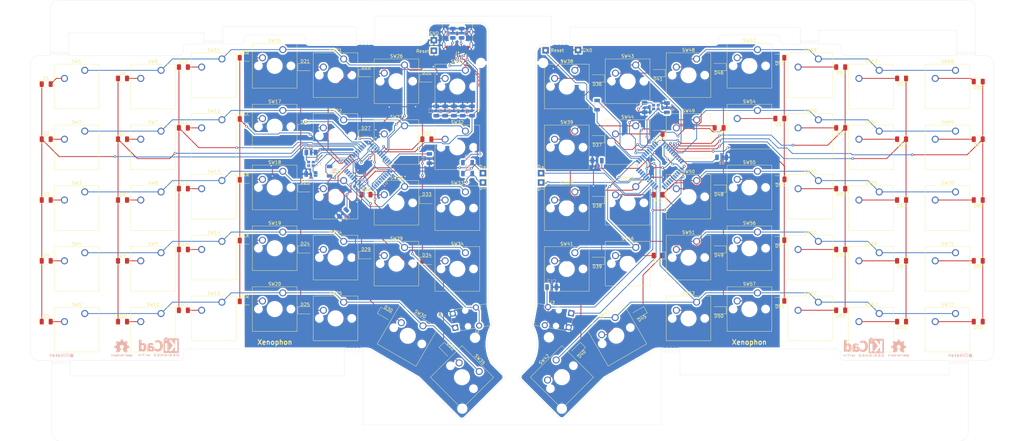
<source format=kicad_pcb>
(kicad_pcb (version 20211014) (generator pcbnew)
  (title_block (title "Xenophon Keyboard") (date "2021-12-15") (rev "2.0") (company "Jesper Fasth"))
  (layers (0 "F.Cu" signal) (31 "B.Cu" signal) (34 "B.Paste" user) (35 "F.Paste" user) (36 "B.SilkS" user "B.Silkscreen") (37 "F.SilkS" user "F.Silkscreen") (38 "B.Mask" user) (39 "F.Mask" user) (44 "Edge.Cuts" user))
  (net 0 "")
  (net 1 "VCC")
  (net 2 "GND")
  (net 3 "Net-(C6-Pad1)")
  (net 4 "Net-(C7-Pad1)")
  (net 5 "Net-(C8-Pad2)")
  (net 6 "Net-(C9-Pad1)")
  (net 7 "Net-(C10-Pad1)")
  (net 8 "Net-(C11-Pad2)")
  (net 9 "Net-(D1-Pad2)")
  (net 10 "/leftButtonSheet/column1")
  (net 11 "Net-(D2-Pad2)")
  (net 12 "Net-(D3-Pad2)")
  (net 13 "Net-(D4-Pad2)")
  (net 14 "Net-(D5-Pad2)")
  (net 15 "Net-(D6-Pad2)")
  (net 16 "/leftButtonSheet/column2")
  (net 17 "Net-(D7-Pad2)")
  (net 18 "Net-(D8-Pad2)")
  (net 19 "Net-(D9-Pad2)")
  (net 20 "Net-(D10-Pad2)")
  (net 21 "Net-(D11-Pad2)")
  (net 22 "/leftButtonSheet/column3")
  (net 23 "Net-(D12-Pad2)")
  (net 24 "Net-(D13-Pad2)")
  (net 25 "Net-(D14-Pad2)")
  (net 26 "Net-(D15-Pad2)")
  (net 27 "Net-(D16-Pad2)")
  (net 28 "/leftButtonSheet/column4")
  (net 29 "Net-(D17-Pad2)")
  (net 30 "Net-(D18-Pad2)")
  (net 31 "Net-(D19-Pad2)")
  (net 32 "Net-(D20-Pad2)")
  (net 33 "Net-(D21-Pad2)")
  (net 34 "/leftButtonSheet/column5")
  (net 35 "Net-(D22-Pad2)")
  (net 36 "Net-(D23-Pad2)")
  (net 37 "Net-(D24-Pad2)")
  (net 38 "Net-(D25-Pad2)")
  (net 39 "Net-(D26-Pad2)")
  (net 40 "/leftButtonSheet/column6")
  (net 41 "Net-(D27-Pad2)")
  (net 42 "Net-(D28-Pad2)")
  (net 43 "Net-(D29-Pad2)")
  (net 44 "Net-(D30-Pad2)")
  (net 45 "Net-(D31-Pad2)")
  (net 46 "/leftButtonSheet/column7")
  (net 47 "Net-(D32-Pad2)")
  (net 48 "Net-(D33-Pad2)")
  (net 49 "Net-(D34-Pad2)")
  (net 50 "Net-(D35-Pad2)")
  (net 51 "Net-(D36-Pad2)")
  (net 52 "/rightButtonSheet/column1")
  (net 53 "Net-(D37-Pad2)")
  (net 54 "Net-(D38-Pad2)")
  (net 55 "Net-(D39-Pad2)")
  (net 56 "Net-(D40-Pad2)")
  (net 57 "Net-(D41-Pad2)")
  (net 58 "/rightButtonSheet/column2")
  (net 59 "Net-(D42-Pad2)")
  (net 60 "Net-(D43-Pad2)")
  (net 61 "Net-(D44-Pad2)")
  (net 62 "Net-(D45-Pad2)")
  (net 63 "Net-(D46-Pad2)")
  (net 64 "/rightButtonSheet/column3")
  (net 65 "Net-(D47-Pad2)")
  (net 66 "Net-(D48-Pad2)")
  (net 67 "Net-(D49-Pad2)")
  (net 68 "Net-(D50-Pad2)")
  (net 69 "Net-(D51-Pad2)")
  (net 70 "/rightButtonSheet/column4")
  (net 71 "Net-(D52-Pad2)")
  (net 72 "Net-(D53-Pad2)")
  (net 73 "Net-(D54-Pad2)")
  (net 74 "Net-(D55-Pad2)")
  (net 75 "Net-(D56-Pad2)")
  (net 76 "/rightButtonSheet/column5")
  (net 77 "Net-(D57-Pad2)")
  (net 78 "Net-(D58-Pad2)")
  (net 79 "Net-(D59-Pad2)")
  (net 80 "Net-(D60-Pad2)")
  (net 81 "Net-(D61-Pad2)")
  (net 82 "/rightButtonSheet/column6")
  (net 83 "Net-(D62-Pad2)")
  (net 84 "Net-(D63-Pad2)")
  (net 85 "Net-(D64-Pad2)")
  (net 86 "Net-(D65-Pad2)")
  (net 87 "Net-(D66-Pad2)")
  (net 88 "/rightButtonSheet/column7")
  (net 89 "Net-(D67-Pad2)")
  (net 90 "Net-(D68-Pad2)")
  (net 91 "Net-(D69-Pad2)")
  (net 92 "Net-(D70-Pad2)")
  (net 93 "Net-(J1-PadB8)")
  (net 94 "Net-(J1-PadB5)")
  (net 95 "Net-(J1-PadA8)")
  (net 96 "Net-(J1-PadA7)")
  (net 97 "Net-(J1-PadA6)")
  (net 98 "Net-(J1-PadA5)")
  (net 99 "Net-(J2-PadR)")
  (net 100 "Net-(J3-PadR)")
  (net 101 "Net-(R1-Pad2)")
  (net 102 "Net-(R4-Pad1)")
  (net 103 "Net-(R6-Pad1)")
  (net 104 "/leftButtonSheet/row1")
  (net 105 "/leftButtonSheet/row2")
  (net 106 "/leftButtonSheet/row3")
  (net 107 "/leftButtonSheet/row4")
  (net 108 "/leftButtonSheet/row5")
  (net 109 "/rightButtonSheet/row1")
  (net 110 "/rightButtonSheet/row2")
  (net 111 "/rightButtonSheet/row3")
  (net 112 "/rightButtonSheet/row4")
  (net 113 "/rightButtonSheet/row5")
  (net 114 "Net-(U1-Pad41)")
  (net 115 "Net-(U1-Pad40)")
  (net 116 "Net-(U1-Pad39)")
  (net 117 "Net-(U1-Pad38)")
  (net 118 "Net-(U1-Pad37)")
  (net 119 "Net-(U1-Pad36)")
  (net 120 "Net-(U1-Pad32)")
  (net 121 "Net-(U1-Pad31)")
  (net 122 "Net-(U1-Pad11)")
  (net 123 "Net-(U1-Pad10)")
  (net 124 "Net-(U1-Pad9)")
  (net 125 "Net-(U2-Pad41)")
  (net 126 "Net-(U2-Pad40)")
  (net 127 "Net-(U2-Pad39)")
  (net 128 "Net-(U2-Pad38)")
  (net 129 "Net-(U2-Pad37)")
  (net 130 "Net-(U2-Pad36)")
  (net 131 "Net-(U2-Pad32)")
  (net 132 "Net-(U2-Pad31)")
  (net 133 "Net-(U2-Pad11)")
  (net 134 "Net-(U2-Pad10)")
  (net 135 "Net-(U2-Pad9)")
  (net 136 "Net-(C10-Pad2)")
  (net 137 "Net-(R5-Pad1)")
  (net 138 "Net-(C12-Pad2)")
  (net 139 "Net-(U1-Pad42)")
  (net 140 "Net-(U2-Pad42)")
  (net 141 "Net-(D+1-Pad1)")
  (net 142 "Net-(D+2-Pad1)")
  (net 143 "Net-(D-1-Pad1)")
  (net 144 "Net-(D-2-Pad1)")
  (footprint "TestPoint:TestPoint_THTPad_2.0x2.0mm_Drill1.0mm" (layer "F.Cu") (at 158.98525 77.333)
    (fp_text reference "D+")
    (fp_text value "TestPoint")
  )
  (footprint "TestPoint:TestPoint_THTPad_2.0x2.0mm_Drill1.0mm" (layer "F.Cu") (at 125.4255 38.979 -90)
    (fp_text reference "Reset")
    (fp_text value "TestPoint")
  )
  (footprint "TestPoint:TestPoint_THTPad_2.0x2.0mm_Drill1.0mm" (layer "F.Cu") (at 125.4255 35.677 -90)
    (fp_text reference "GND")
    (fp_text value "TestPoint")
  )
  (footprint "TestPoint:TestPoint_THTPad_2.0x2.0mm_Drill1.0mm" (layer "F.Cu") (at 170.54225 38.725)
    (fp_text reference "GND")
    (fp_text value "TestPoint")
  )
  (footprint "TestPoint:TestPoint_THTPad_2.0x2.0mm_Drill1.0mm" (layer "F.Cu") (at 158.98525 80.254)
    (fp_text reference "D-")
    (fp_text value "TestPoint")
  )
  (footprint "TestPoint:TestPoint_THTPad_2.0x2.0mm_Drill1.0mm" (layer "F.Cu") (at 160.38225 38.852)
    (fp_text reference "Reset")
    (fp_text value "TestPoint")
  )
  (footprint "Diode_SMD:D_1206_3216Metric" (layer "F.Cu") (at 47.03775 44.09075)
    (fp_text reference "D11")
    (fp_text value "D")
  )
  (footprint "Diode_SMD:D_1206_3216Metric" (layer "F.Cu") (at 47.03175 63.14075)
    (fp_text reference "D12")
    (fp_text value "D")
  )
  (footprint "Diode_SMD:D_1206_3216Metric" (layer "F.Cu") (at 47.03475 101.24075)
    (fp_text reference "D14")
    (fp_text value "D")
  )
  (footprint "Diode_SMD:D_1206_3216Metric" (layer "F.Cu") (at 47.03475 82.19075)
    (fp_text reference "D13")
    (fp_text value "D")
  )
  (footprint "Diode_SMD:D_1206_3216Metric" (layer "F.Cu") (at 85.13475 82.06375)
    (fp_text reference "D23")
    (fp_text value "D")
  )
  (footprint "Diode_SMD:D_1206_3216Metric" (layer "F.Cu") (at 85.13475 101.24075)
    (fp_text reference "D24")
    (fp_text value "D")
  )
  (footprint "Diode_SMD:D_1206_3216Metric" (layer "F.Cu") (at 66.08475 79.39675)
    (fp_text reference "D18")
    (fp_text value "D")
  )
  (footprint "Diode_SMD:D_1206_3216Metric" (layer "F.Cu") (at 104.18475 45.99575)
    (fp_text reference "D26")
    (fp_text value "D")
  )
  (footprint "Diode_SMD:D_1206_3216Metric" (layer "F.Cu") (at 66.08475 60.34675)
    (fp_text reference "D17")
    (fp_text value "D")
  )
  (footprint "Diode_SMD:D_1206_3216Metric" (layer "F.Cu") (at 27.98475 104.79675)
    (fp_text reference "D9")
    (fp_text value "D")
  )
  (footprint "Diode_SMD:D_1206_3216Metric" (layer "F.Cu") (at 104.18475 103.01875)
    (fp_text reference "D29")
    (fp_text value "D")
  )
  (footprint "Diode_SMD:D_1206_3216Metric" (layer "F.Cu") (at 66.08475 117.49675)
    (fp_text reference "D20")
    (fp_text value "D")
  )
  (footprint "Diode_SMD:D_1206_3216Metric" (layer "F.Cu") (at 4.10575 49.42475)
    (fp_text reference "D1")
    (fp_text value "D")
  )
  (footprint "Diode_SMD:D_1206_3216Metric" (layer "F.Cu") (at 4.10875 66.69675)
    (fp_text reference "D2")
    (fp_text value "D")
  )
  (footprint "Diode_SMD:D_1206_3216Metric" (layer "F.Cu") (at 27.98475 85.74675)
    (fp_text reference "D8")
    (fp_text value "D")
  )
  (footprint "Diode_SMD:D_1206_3216Metric" (layer "F.Cu") (at 104.18475 84.064)
    (fp_text reference "D28")
    (fp_text value "D")
  )
  (footprint "Diode_SMD:D_1206_3216Metric" (layer "F.Cu") (at 4.10875 85.74675)
    (fp_text reference "D3")
    (fp_text value "D")
  )
  (footprint "Diode_SMD:D_1206_3216Metric" (layer "F.Cu") (at 27.98475 123.84675)
    (fp_text reference "D10")
    (fp_text value "D")
  )
  (footprint "Diode_SMD:D_1206_3216Metric" (layer "F.Cu") (at 85.13475 63.14075)
    (fp_text reference "D22")
    (fp_text value "D")
  )
  (footprint "Diode_SMD:D_1206_3216Metric" (layer "F.Cu") (at 104.18475 65.04575)
    (fp_text reference "D27")
    (fp_text value "D")
  )
  (footprint "Diode_SMD:D_1206_3216Metric" (layer "F.Cu") (at 66.08475 41.16975)
    (fp_text reference "D16")
    (fp_text value "D")
  )
  (footprint "Diode_SMD:D_1206_3216Metric" (layer "F.Cu") (at 4.10875 104.79675)
    (fp_text reference "D4")
    (fp_text value "D")
  )
  (footprint "Diode_SMD:D_1206_3216Metric" (layer "F.Cu") (at 123.23475 47.64675)
    (fp_text reference "D31")
    (fp_text value "D")
  )
  (footprint "Diode_SMD:D_1206_3216Metric" (layer "F.Cu") (at 4.10875 123.84675)
    (fp_text reference "D5")
    (fp_text value "D")
  )
  (footprint "Diode_SMD:D_1206_3216Metric" (layer "F.Cu") (at 66.08475 98.44675)
    (fp_text reference "D19")
    (fp_text value "D")
  )
  (footprint "Diode_SMD:D_1206_3216Metric" (layer "F.Cu") (at 27.98475 47.64675)
    (fp_text reference "D6")
    (fp_text value "D")
  )
  (footprint "Diode_SMD:D_1206_3216Metric" (layer "F.Cu") (at 27.98475 66.69675)
    (fp_text reference "D7")
    (fp_text value "D")
  )
  (footprint "Diode_SMD:D_1206_3216Metric" (layer "F.Cu") (at 47.03475 120.29075)
    (fp_text reference "D15")
    (fp_text value "D")
  )
  (footprint "Diode_SMD:D_1206_3216Metric" (layer "F.Cu") (at 85.13475 44.09075)
    (fp_text reference "D21")
    (fp_text value "D")
  )
  (footprint "Diode_SMD:D_1206_3216Metric" (layer "F.Cu") (at 85.13475 120.29075)
    (fp_text reference "D25")
    (fp_text value "D")
  )
  (footprint "Diode_SMD:D_1206_3216Metric" (layer "F.Cu") (at 110.28075 121.43375 -30)
    (fp_text reference "D30")
    (fp_text value "D")
  )
  (footprint "XenophonFootprintLibrary:SW_Cherry_MX_1.00u_PCB" (layer "F.Cu") (at 78.14975 76.72975)
    (fp_text reference "SW18")
    (fp_text value "SW_Push")
  )
  (footprint "XenophonFootprintLibrary:SW_Cherry_MX_1.00u_PCB" (layer "F.Cu") (at 59.09975 117.75075)
    (fp_text reference "SW15")
    (fp_text value "SW_Push")
  )
  (footprint "XenophonFootprintLibrary:SW_Cherry_MX_1.00u_PCB" (layer "F.Cu") (at 59.09975 41.55075)
    (fp_text reference "SW11")
    (fp_text value "SW_Push")
  )
  (footprint "XenophonFootprintLibrary:SW_Cherry_MX_1.00u_PCB" (layer "F.Cu") (at 78.14975 95.77975)
    (fp_text reference "SW19")
    (fp_text value "SW_Push")
  )
  (footprint "XenophonFootprintLibrary:SW_Cherry_MX_1.00u_PCB" (layer "F.Cu") (at 78.14975 114.82975)
    (fp_text reference "SW20")
    (fp_text value "SW_Push")
  )
  (footprint "XenophonFootprintLibrary:SW_Cherry_MX_1.00u_PCB" (layer "F.Cu") (at 78.14975 57.67975)
    (fp_text reference "SW17")
    (fp_text value "SW_Push")
  )
  (footprint "XenophonFootprintLibrary:SW_Cherry_MX_1.00u_PCB" (layer "F.Cu") (at 116.24975 81.55575)
    (fp_text reference "SW28")
    (fp_text value "SW_Push")
  )
  (footprint "XenophonFootprintLibrary:SW_Cherry_MX_1.00u_PCB" (layer "F.Cu") (at 116.24975 62.50575)
    (fp_text reference "SW27")
    (fp_text value "SW_Push")
  )
  (footprint "XenophonFootprintLibrary:SW_Cherry_MX_1.00u_PCB" (layer "F.Cu") (at 116.24975 100.60575)
    (fp_text reference "SW29")
    (fp_text value "SW_Push")
  )
  (footprint "XenophonFootprintLibrary:SW_Cherry_MX_1.00u_PCB" (layer "F.Cu") (at 97.19975 79.65075)
    (fp_text reference "SW23")
    (fp_text value "SW_Push")
  )
  (footprint "XenophonFootprintLibrary:SW_Cherry_MX_1.00u_PCB" (layer "F.Cu") (at 97.19975 117.75075)
    (fp_text reference "SW25")
    (fp_text value "SW_Push")
  )
  (footprint "XenophonFootprintLibrary:SW_Cherry_MX_1.00u_PCB" (layer "F.Cu") (at 40.04975 102.25675)
    (fp_text reference "SW9")
    (fp_text value "SW_Push")
  )
  (footprint "XenophonFootprintLibrary:SW_Cherry_MX_1.00u_PCB" (layer "F.Cu") (at 40.04975 121.30675)
    (fp_text reference "SW10")
    (fp_text value "SW_Push")
  )
  (footprint "XenophonFootprintLibrary:SW_Cherry_MX_1.00u_PCB" (layer "F.Cu") (at 59.09975 60.60075)
    (fp_text reference "SW12")
    (fp_text value "SW_Push")
  )
  (footprint "XenophonFootprintLibrary:SW_Cherry_MX_1.00u_PCB" (layer "F.Cu") (at 97.19975 60.60075)
    (fp_text reference "SW22")
    (fp_text value "SW_Push")
  )
  (footprint "XenophonFootprintLibrary:SW_Cherry_MX_1.00u_PCB" (layer "F.Cu") (at 97.19975 98.70075)
    (fp_text reference "SW24")
    (fp_text value "SW_Push")
  )
  (footprint "XenophonFootprintLibrary:SW_Cherry_MX_1.00u_PCB" (layer "F.Cu") (at 59.09975 79.65075)
    (fp_text reference "SW13")
    (fp_text value "SW_Push")
  )
  (footprint "XenophonFootprintLibrary:SW_Cherry_MX_1.00u_PCB" (layer "F.Cu") (at 59.09975 98.70075)
    (fp_text reference "SW14")
    (fp_text value "SW_Push")
  )
  (footprint "MountingHole:MountingHole_2.2mm_M2_ISO7380" (layer "F.Cu") (at 2.64825 132.54625)
    (fp_text reference "REF**" hide)
    (fp_text value "MountingHole_2.2mm_M2_ISO7380")
  )
  (footprint "MountingHole:MountingHole_2.2mm_M2_ISO7380" (layer "F.Cu") (at 138.316 128.895)
    (fp_text reference "REF**" hide)
    (fp_text value "MountingHole_2.2mm_M2_ISO7380")
  )
  (footprint "MountingHole:MountingHole_2.2mm_M2_ISO7380" (layer "F.Cu") (at 2.64825 43.64625)
    (fp_text reference "REF**" hide)
    (fp_text value "MountingHole_2.2mm_M2_ISO7380")
  )
  (footprint "MountingHole:MountingHole_2.2mm_M2_ISO7380" (layer "F.Cu") (at 134.3155 151.12)
    (fp_text reference "REF**" hide)
    (fp_text value "MountingHole_2.2mm_M2_ISO7380")
  )
  (footprint "MountingHole:MountingHole_2.2mm_M2_ISO7380" (layer "F.Cu") (at 297.1295 43.64625)
    (fp_text reference "REF**" hide)
    (fp_text value "MountingHole_2.2mm_M2_ISO7380")
  )
  (footprint "MountingHole:MountingHole_2.2mm_M2_ISO7380" (layer "F.Cu") (at 161.43 128.768)
    (fp_text reference "REF**" hide)
    (fp_text value "MountingHole_2.2mm_M2_ISO7380")
  )
  (footprint "MountingHole:MountingHole_2.2mm_M2_ISO7380" (layer "F.Cu") (at 297.1295 132.54625)
    (fp_text reference "REF**" hide)
    (fp_text value "MountingHole_2.2mm_M2_ISO7380")
  )
  (footprint "MountingHole:MountingHole_2.2mm_M2_ISO7380" (layer "F.Cu") (at 159.62025 42.789)
    (fp_text reference "REF**" hide)
    (fp_text value "MountingHole_2.2mm_M2_ISO7380")
  )
  (footprint "MountingHole:MountingHole_2.2mm_M2_ISO7380" (layer "F.Cu") (at 140.1575 42.789)
    (fp_text reference "REF**" hide)
    (fp_text value "MountingHole_2.2mm_M2_ISO7380")
  )
  (footprint "MountingHole:MountingHole_2.2mm_M2_ISO7380" (layer "F.Cu") (at 165.46225 151.12)
    (fp_text reference "REF**" hide)
    (fp_text value "MountingHole_2.2mm_M2_ISO7380")
  )
  (footprint "Diode_SMD:D_1206_3216Metric" (layer "F.Cu") (at 189.681564 121.24475 -150)
    (fp_text reference "D45")
    (fp_text value "D")
  )
  (footprint "XenophonFootprintLibrary:SW_Cherry_MX_1.00u_PCB" (layer "F.Cu") (at 169.558 102.25675)
    (fp_text reference "SW41")
    (fp_text value "SW_Push")
  )
  (footprint "XenophonFootprintLibrary:SW_Cherry_MX_1.00u_PCB" (layer "F.Cu") (at 163.697949 135.857596 45)
    (fp_text reference "SW42")
    (fp_text value "SW_Push")
  )
  (footprint "XenophonFootprintLibrary:SW_Cherry_MX_1.00u_PCB" (layer "F.Cu") (at 188.608 62.50575)
    (fp_text reference "SW44")
    (fp_text value "SW_Push")
  )
  (footprint "XenophonFootprintLibrary:SW_Cherry_MX_1.00u_PCB" (layer "F.Cu") (at 122.005455 125.162341 -30)
    (fp_text reference "SW30")
    (fp_text value "SW_Push")
  )
  (footprint "XenophonFootprintLibrary:SW_Cherry_MX_1.00u_PCB" (layer "F.Cu") (at 169.558 45.10675)
    (fp_text reference "SW38")
    (fp_text value "SW_Push")
  )
  (footprint "XenophonFootprintLibrary:SW_Cherry_MX_1.00u_PCB" (layer "F.Cu") (at 135.29975 45.10675)
    (fp_text reference "SW31")
    (fp_text value "SW_Push")
  )
  (footprint "XenophonFootprintLibrary:SW_Cherry_MX_1.00u_PCB" (layer "F.Cu") (at 135.29975 102.25675)
    (fp_text reference "SW34")
    (fp_text value "SW_Push")
  )
  (footprint "XenophonFootprintLibrary:SW_Cherry_MX_1.00u_PCB" (layer "F.Cu") (at 135.29975 64.15675)
    (fp_text reference "SW32")
    (fp_text value "SW_Push")
  )
  (footprint "XenophonFootprintLibrary:SW_Cherry_MX_1.00u_PCB" (layer "F.Cu") (at 139.61775 139.46775 -45)
    (fp_text reference "SW35")
    (fp_text value "SW_Push")
  )
  (footprint "XenophonFootprintLibrary:SW_Cherry_MX_1.00u_PCB" (layer "F.Cu") (at 169.558 64.15675)
    (fp_text reference "SW39")
    (fp_text value "SW_Push")
  )
  (footprint "Diode_SMD:D_1206_3216Metric" (layer "F.Cu") (at 295.796 85.74675 180)
    (fp_text reference "D68")
    (fp_text value "D")
  )
  (footprint "XenophonFootprintLibrary:SW_Cherry_MX_1.00u_PCB" (layer "F.Cu") (at 135.29975 83.20675)
    (fp_text reference "SW33")
    (fp_text value "SW_Push")
  )
  (footprint "XenophonFootprintLibrary:USB_C_Receptacle_HRO_TYPE-C-31-M-12" (layer "F.Cu") (at 132.82325 34.12125 180)
    (fp_text reference "J1")
    (fp_text value "USB_C_Receptacle")
  )
  (footprint "Diode_SMD:D_1206_3216Metric" (layer "F.Cu") (at 252.74 120.29075 180)
    (fp_text reference "D60")
    (fp_text value "D")
  )
  (footprint "XenophonFootprintLibrary:SW_Cherry_MX_1.00u_PCB" (layer "F.Cu") (at 226.708 38.62975)
    (fp_text reference "SW53")
    (fp_text value "SW_Push")
  )
  (footprint "XenophonFootprintLibrary:SW_Cherry_MX_1.00u_PCB" (layer "F.Cu") (at 226.708 76.72975)
    (fp_text reference "SW55")
    (fp_text value "SW_Push")
  )
  (footprint "XenophonFootprintLibrary:SW_Cherry_MX_1.00u_PCB" (layer "F.Cu") (at 226.708 95.77975)
    (fp_text reference "SW56")
    (fp_text value "SW_Push")
  )
  (footprint "XenophonFootprintLibrary:SW_Cherry_MX_1.00u_PCB" (layer "F.Cu") (at 182.171705 122.57675 30)
    (fp_text reference "SW47")
    (fp_text value "SW_Push")
  )
  (footprint "XenophonFootprintLibrary:SW_Cherry_MX_1.00u_PCB" (layer "F.Cu") (at 245.758 117.75075)
    (fp_text reference "SW62")
    (fp_text value "SW_Push")
  )
  (footprint "XenophonFootprintLibrary:SW_Cherry_MX_1.00u_PCB" (layer "F.Cu") (at 245.758 79.65075)
    (fp_text reference "SW60")
    (fp_text value "SW_Push")
  )
  (footprint "XenophonFootprintLibrary:SW_Cherry_MX_1.00u_PCB" (layer "F.Cu") (at 245.758 98.70075)
    (fp_text reference "SW61")
    (fp_text value "SW_Push")
  )
  (footprint "XenophonFootprintLibrary:SW_Cherry_MX_1.00u_PCB" (layer "F.Cu") (at 264.808 45.10675)
    (fp_text reference "SW63")
    (fp_text value "SW_Push")
  )
  (footprint "XenophonFootprintLibrary:SW_Cherry_MX_1.00u_PCB" (layer "F.Cu") (at 245.758 60.60075)
    (fp_text reference "SW59")
    (fp_text value "SW_Push")
  )
  (footprint "XenophonFootprintLibrary:SW_Cherry_MX_1.00u_PCB" (layer "F.Cu") (at 207.658 98.70075)
    (fp_text reference "SW51")
    (fp_text value "SW_Push")
  )
  (footprint "XenophonFootprintLibrary:SW_Cherry_MX_1.00u_PCB" (layer "F.Cu") (at 207.658 60.60075)
    (fp_text reference "SW49")
    (fp_text value "SW_Push")
  )
  (footprint "XenophonFootprintLibrary:SW_Cherry_MX_1.00u_PCB" (layer "F.Cu") (at 245.758 41.55075)
    (fp_text reference "SW58")
    (fp_text value "SW_Push")
  )
  (footprint "XenophonFootprintLibrary:SW_Cherry_MX_1.00u_PCB" (layer "F.Cu") (at 188.608 100.60575)
    (fp_text reference "SW46")
    (fp_text value "SW_Push")
  )
  (footprint "XenophonFootprintLibrary:SW_Cherry_MX_1.00u_PCB" (layer "F.Cu") (at 207.658 117.75075)
    (fp_text reference "SW52")
    (fp_text value "SW_Push")
  )
  (footprint "XenophonFootprintLibrary:SW_Cherry_MX_1.00u_PCB" (layer "F.Cu") (at 226.708 57.67975)
    (fp_text reference "SW54")
    (fp_text value "SW_Push")
  )
  (footprint "XenophonFootprintLibrary:SW_Cherry_MX_1.00u_PCB" (layer "F.Cu") (at 207.658 41.55075)
    (fp_text reference "SW48")
    (fp_text value "SW_Push")
  )
  (footprint "XenophonFootprintLibrary:SW_Cherry_MX_1.00u_PCB" (layer "F.Cu") (at 207.658 79.65075)
    (fp_text reference "SW50")
    (fp_text value "SW_Push")
  )
  (footprint "XenophonFootprintLibrary:SW_Cherry_MX_1.00u_PCB" (layer "F.Cu") (at 226.708 114.82975)
    (fp_text reference "SW57")
    (fp_text value "SW_Push")
  )
  (footprint "XenophonFootprintLibrary:SW_Cherry_MX_1.50u_PCB" (layer "F.Cu") (at 288.684 102.25675)
    (fp_text reference "SW71")
    (fp_text value "SW_Push")
  )
  (footprint "XenophonFootprintLibrary:SW_Cherry_MX_1.00u_PCB" (layer "F.Cu") (at 116.2561 43.4494)
    (fp_text reference "SW26")
    (fp_text value "SW_Push")
  )
  (footprint "TestPoint:TestPoint_THTPad_2.0x2.0mm_Drill1.0mm" (layer "F.Cu") (at 140.7925 80.254)
    (fp_text reference "D-")
    (fp_text value "TestPoint")
  )
  (footprint "XenophonFootprintLibrary:SW_Cherry_MX_1.00u_PCB" (layer "F.Cu") (at 78.14975 38.62975)
    (fp_text reference "SW16")
    (fp_text value "SW_Push")
  )
  (footprint "XenophonFootprintLibrary:SW_Cherry_MX_1.00u_PCB" (layer "F.Cu") (at 264.808 121.30675)
    (fp_text reference "SW67")
    (fp_text value "SW_Push")
  )
  (footprint "XenophonFootprintLibrary:SW_Cherry_MX_1.50u_PCB" (layer "F.Cu") (at 288.684 45.10675)
    (fp_text reference "SW68")
    (fp_text value "SW_Push")
  )
  (footprint "XenophonFootprintLibrary:SW_Cherry_MX_1.50u_PCB" (layer "F.Cu") (at 288.684 64.15675)
    (fp_text reference "SW69")
    (fp_text value "SW_Push")
  )
  (footprint "XenophonFootprintLibrary:SW_Cherry_MX_1.50u_PCB" (layer "F.Cu") (at 288.684 83.20675)
    (fp_text reference "SW70")
    (fp_text value "SW_Push")
  )
  (footprint "XenophonFootprintLibrary:SW_Cherry_MX_1.00u_PCB" (layer "F.Cu") (at 264.808 64.15675)
    (fp_text reference "SW64")
    (fp_text value "SW_Push")
  )
  (footprint "XenophonFootprintLibrary:SW_Cherry_MX_1.00u_PCB" (layer "F.Cu") (at 264.808 102.25675)
    (fp_text reference "SW66")
    (fp_text value "SW_Push")
  )
  (footprint "XenophonFootprintLibrary:SW_Cherry_MX_1.50u_PCB" (layer "F.Cu") (at 288.684 121.30675)
    (fp_text reference "SW72")
    (fp_text value "SW_Push")
  )
  (footprint "XenophonFootprintLibrary:SW_Cherry_MX_1.00u_PCB" (layer "F.Cu") (at 188.60165 43.4494)
    (fp_text reference "SW43")
    (fp_text value "SW_Push")
  )
  (footprint "TestPoint:TestPoint_THTPad_2.0x2.0mm_Drill1.0mm" (layer "F.Cu") (at 140.7925 77.333)
    (fp_text reference "D+")
    (fp_text value "TestPoint")
  )
  (footprint "XenophonFootprintLibrary:SW_Cherry_MX_1.00u_PCB" (layer "F.Cu") (at 264.808 83.20675)
    (fp_text reference "SW65")
    (fp_text value "SW_Push")
  )
  (footprint "XenophonFootprintLibrary:SW_Cherry_MX_1.00u_PCB" (layer "F.Cu") (at 188.608 81.55575)
    (fp_text reference "SW45")
    (fp_text value "SW_Push")
  )
  (footprint "XenophonFootprintLibrary:SW_Cherry_MX_1.00u_PCB" (layer "F.Cu") (at 97.19975 41.55075)
    (fp_text reference "SW21")
    (fp_text value "SW_Push")
  )
  (footprint "XenophonFootprintLibrary:SW_Cherry_MX_1.50u_PCB" (layer "F.Cu") (at 16.17375 64.15675)
    (fp_text reference "SW2")
    (fp_text value "SW_Push")
  )
  (footprint "XenophonFootprintLibrary:SW_Cherry_MX_1.00u_PCB" (layer "F.Cu") (at 40.04975 45.10675)
    (fp_text reference "SW6")
    (fp_text value "SW_Push")
  )
  (footprint "XenophonFootprintLibrary:SW_Cherry_MX_1.50u_PCB" (layer "F.Cu") (at 16.17375 45.10675)
    (fp_text reference "SW1")
    (fp_text value "SW_Push")
  )
  (footprint "XenophonFootprintLibrary:SW_Cherry_MX_1.50u_PCB" (layer "F.Cu") (at 16.17375 83.20675)
    (fp_text reference "SW3")
    (fp_text value "SW_Push")
  )
  (footprint "XenophonFootprintLibrary:SW_Cherry_MX_1.50u_PCB" (layer "F.Cu") (at 16.17375 102.25675)
    (fp_text reference "SW4")
    (fp_text value "SW_Push")
  )
  (footprint "XenophonFootprintLibrary:SW_Cherry_MX_1.50u_PCB" (layer "F.Cu") (at 16.17375 121.30675)
    (fp_text reference "SW5")
    (fp_text value "SW_Push")
  )
  (footprint "XenophonFootprintLibrary:Jack_3.5mm_Switronic_ST-005-G_horizontal" (layer "F.Cu") (at 138.1255 122.418 -170)
    (fp_text reference "J2")
    (fp_text value "AudioJack3")
  )
  (footprint "XenophonFootprintLibrary:Jack_3.5mm_Switronic_ST-005-G_horizontal" (layer "F.Cu") (at 161.616637 122.291 -10)
    (fp_text reference "J3")
    (fp_text value "AudioJack3")
  )
  (footprint "XenophonFootprintLibrary:SW_Cherry_MX_1.00u_PCB" (layer "F.Cu") (at 40.04975 83.20675)
    (fp_text reference "SW8")
    (fp_text value "SW_Push")
  )
  (footprint "XenophonFootprintLibrary:SW_Cherry_MX_1.00u_PCB" (layer "F.Cu") (at 40.04975 64.15675)
    (fp_text reference "SW7")
    (fp_text value "SW_Push")
  )
  (footprint "Diode_SMD:D_1206_3216Metric" (layer "F.Cu") (at 123.23475 66.69675)
    (fp_text reference "D32")
    (fp_text value "D")
  )
  (footprint "Diode_SMD:D_1206_3216Metric" (layer "F.Cu") (at 123.23475 85.74675)
    (fp_text reference "D33")
    (fp_text value "D")
  )
  (footprint "Diode_SMD:D_1206_3216Metric" (layer "F.Cu") (at 214.643 101.24075 180)
    (fp_text reference "D49")
    (fp_text value "D")
  )
  (footprint "Diode_SMD:D_1206_3216Metric" (layer "F.Cu") (at 214.643 120.29075 180)
    (fp_text reference "D50")
    (fp_text value "D")
  )
  (footprint "Diode_SMD:D_1206_3216Metric" (layer "F.Cu") (at 214.643 44.09075 180)
    (fp_text reference "D46")
    (fp_text value "D")
  )
  (footprint "Diode_SMD:D_1206_3216Metric" (layer "F.Cu") (at 129.45775 132.73675 -45)
    (fp_text reference "D35")
    (fp_text value "D")
  )
  (footprint "Diode_SMD:D_1206_3216Metric" (layer "F.Cu") (at 176.543 104.79675 180)
    (fp_text reference "D39")
    (fp_text value "D")
  )
  (footprint "Diode_SMD:D_1206_3216Metric" (layer "F.Cu") (at 123.23475 104.79675)
    (fp_text reference "D34")
    (fp_text value "D")
  )
  (footprint "Diode_SMD:D_1206_3216Metric" (layer "F.Cu") (at 170.447 132.73675 -135)
    (fp_text reference "D40")
    (fp_text value "D")
  )
  (footprint "Diode_SMD:D_1206_3216Metric" (layer "F.Cu") (at 176.543 85.74675 180)
    (fp_text reference "D38")
    (fp_text value "D")
  )
  (footprint "Diode_SMD:D_1206_3216Metric" (layer "F.Cu") (at 195.593 103.14575 180)
    (fp_text reference "D44")
    (fp_text value "D")
  )
  (footprint "Diode_SMD:D_1206_3216Metric" (layer "F.Cu") (at 214.643 82.19075 180)
    (fp_text reference "D48")
    (fp_text value "D")
  )
  (footprint "Diode_SMD:D_1206_3216Metric" (layer "F.Cu") (at 176.543 47.64675 180)
    (fp_text reference "D36")
    (fp_text value "D")
  )
  (footprint "Diode_SMD:D_1206_3216Metric" (layer "F.Cu") (at 176.543 66.69675 180)
    (fp_text reference "D37")
    (fp_text value "D")
  )
  (footprint "Diode_SMD:D_1206_3216Metric" (layer "F.Cu") (at 214.7065 63.14075 180)
    (fp_text reference "D47")
    (fp_text value "D")
  )
  (footprint "Diode_SMD:D_1206_3216Metric" (layer "F.Cu") (at 195.593 45.99575 180)
    (fp_text reference "D41")
    (fp_text value "D")
  )
  (footprint "Diode_SMD:D_1206_3216Metric" (layer "F.Cu") (at 195.593 65.04575 180)
    (fp_text reference "D42")
    (fp_text value "D")
  )
  (footprint "Diode_SMD:D_1206_3216Metric" (layer "F.Cu") (at 195.593 84.09575 180)
    (fp_text reference "D43")
    (fp_text value "D")
  )
  (footprint "Diode_SMD:D_1206_3216Metric" (layer "F.Cu") (at 295.796 48.631 180)
    (fp_text reference "D66")
    (fp_text value "D")
  )
  (footprint "Diode_SMD:D_1206_3216Metric" (layer "F.Cu") (at 233.69 41.16975 180)
    (fp_text reference "D51")
    (fp_text value "D")
  )
  (footprint "Diode_SMD:D_1206_3216Metric" (layer "F.Cu") (at 271.793 47.64675 180)
    (fp_text reference "D61")
    (fp_text value "D")
  )
  (footprint "Diode_SMD:D_1206_3216Metric" (layer "F.Cu") (at 295.796 104.79675 180)
    (fp_text reference "D69")
    (fp_text value "D")
  )
  (footprint "Diode_SMD:D_1206_3216Metric" (layer "F.Cu") (at 233.693 60.21975 180)
    (fp_text reference "D52")
    (fp_text value "D")
  )
  (footprint "Diode_SMD:D_1206_3216Metric" (layer "F.Cu") (at 233.7535 79.26975 180)
    (fp_text reference "D53")
    (fp_text value "D")
  )
  (footprint "Diode_SMD:D_1206_3216Metric" (layer "F.Cu") (at 233.693 98.31975 180)
    (fp_text reference "D54")
    (fp_text value "D")
  )
  (footprint "Diode_SMD:D_1206_3216Metric" (layer "F.Cu") (at 271.793 66.69675 180)
    (fp_text reference "D62")
    (fp_text value "D")
  )
  (footprint "Diode_SMD:D_1206_3216Metric" (layer "F.Cu") (at 252.743 44.09075 180)
    (fp_text reference "D56")
    (fp_text value "D")
  )
  (footprint "Diode_SMD:D_1206_3216Metric" (layer "F.Cu") (at 252.743 101.24075 180)
    (fp_text reference "D59")
    (fp_text value "D")
  )
  (footprint "Diode_SMD:D_1206_3216Metric" (layer "F.Cu") (at 271.793 123.84675 180)
    (fp_text reference "D65")
    (fp_text value "D")
  )
  (footprint "Diode_SMD:D_1206_3216Metric" (layer "F.Cu") (at 295.796 66.69675 180)
    (fp_text reference "D67")
    (fp_text value "D")
  )
  (footprint "Diode_SMD:D_1206_3216Metric" (layer "F.Cu") (at 295.796 123.84675 180)
    (fp_text reference "D70")
    (fp_text value "D")
  )
  (footprint "Diode_SMD:D_1206_3216Metric" (layer "F.Cu") (at 271.79 85.74675 180)
    (fp_text reference "D63")
    (fp_text value "D")
  )
  (footprint "Diode_SMD:D_1206_3216Metric" (layer "F.Cu") (at 271.793 104.79675 180)
    (fp_text reference "D64")
    (fp_text value "D")
  )
  (footprint "Diode_SMD:D_1206_3216Metric" (layer "F.Cu") (at 233.693 117.36975 180)
    (fp_text reference "D55")
    (fp_text value "D")
  )
  (footprint "Diode_SMD:D_1206_3216Metric" (layer "F.Cu") (at 252.743 63.14075 180)
    (fp_text reference "D57")
    (fp_text value "D")
  )
  (footprint "Diode_SMD:D_1206_3216Metric" (layer "F.Cu") (at 252.743 82.19075 180)
    (fp_text reference "D58")
    (fp_text value "D")
  )
  (footprint "XenophonFootprintLibrary:SW_Cherry_MX_1.00u_PCB" (layer "F.Cu") (at 169.558 83.20675)
    (fp_text reference "SW40")
    (fp_text value "SW_Push")
  )
  (footprint "Symbol:OSHW-Logo2_7.3x6mm_SilkScreen" (layer "B.Cu") (at 27.7495 132.207 180)
    (fp_text reference "REF**" hide)
    (fp_text value "OSHW-Logo2_7.3x6mm_SilkScreen" hide)
  )
  (footprint "Symbol:OSHW-Logo2_7.3x6mm_SilkScreen" (layer "B.Cu") (at 270.891 132.207 180)
    (fp_text reference "REF**" hide)
    (fp_text value "OSHW-Logo2_7.3x6mm_SilkScreen" hide)
  )
  (footprint "Symbol:KiCad-Logo2_5mm_SilkScreen" (layer "B.Cu") (at 39.3065 131.699 180)
    (fp_text reference "REF**" hide)
    (fp_text value "KiCad-Logo2_5mm_SilkScreen" hide)
  )
  (footprint "Symbol:KiCad-Logo2_5mm_SilkScreen" (layer "B.Cu") (at 259.969 131.826 180)
    (fp_text reference "REF**" hide)
    (fp_text value "KiCad-Logo2_5mm_SilkScreen" hide)
  )
  (footprint "Capacitor_SMD:C_1206_3216Metric" (layer "B.Cu") (at 126.1875 57.853 -90)
    (fp_text reference "C1")
    (fp_text value "0.1u")
  )
  (footprint "Capacitor_SMD:C_1206_3216Metric" (layer "B.Cu") (at 128.94975 57.8385 -90)
    (fp_text reference "C2")
    (fp_text value "0.1u")
  )
  (footprint "Capacitor_SMD:C_1206_3216Metric" (layer "B.Cu") (at 137.3635 57.8385 -90)
    (fp_text reference "C5")
    (fp_text value "4.7u")
  )
  (footprint "Capacitor_SMD:C_1206_3216Metric" (layer "B.Cu") (at 131.712 57.8385 -90)
    (fp_text reference "C3")
    (fp_text value "0.1u")
  )
  (footprint "Crystal:Crystal_SMD_2016-4Pin_2.0x1.6mm" (layer "B.Cu") (at 86.9445 74.412 180)
    (fp_text reference "Y1")
    (fp_text value "Crystal")
  )
  (footprint "Capacitor_SMD:C_1206_3216Metric" (layer "B.Cu") (at 86.9935 70.856)
    (fp_text reference "C6")
    (fp_text value "18p")
  )
  (footprint "Capacitor_SMD:C_1206_3216Metric" (layer "B.Cu") (at 134.4425 57.853 -90)
    (fp_text reference "C4")
    (fp_text value "0.1u")
  )
  (footprint "Crystal:Crystal_SMD_2016-4Pin_2.0x1.6mm" (layer "B.Cu") (at 194.92625 56.632)
    (fp_text reference "Y2")
    (fp_text value "Crystal")
  )
  (footprint "Capacitor_SMD:C_1206_3216Metric" (layer "B.Cu") (at 191.37025 56.759 -90)
    (fp_text reference "C10")
    (fp_text value "18p")
  )
  (footprint "Capacitor_SMD:C_1206_3216Metric" (layer "B.Cu") (at 96.9775 89.906 45)
    (fp_text reference "C8")
    (fp_text value "1u")
  )
  (footprint "Capacitor_SMD:C_1206_3216Metric" (layer "B.Cu") (at 86.9445 77.587 180)
    (fp_text reference "C7")
    (fp_text value "18p")
  )
  (footprint "Capacitor_SMD:C_1206_3216Metric" (layer "B.Cu") (at 198.35525 56.837 90)
    (fp_text reference "C9")
    (fp_text value "18p")
  )
  (footprint "Capacitor_SMD:C_1206_3216Metric" (layer "B.Cu") (at 176.51125 73.396)
    (fp_text reference "C11")
    (fp_text value "1u")
  )
  (footprint "Capacitor_SMD:C_1206_3216Metric" (layer "B.Cu") (at 162.319 113.02 180)
    (fp_text reference "C12")
    (fp_text value "0.1u")
  )
  (footprint "Package_QFP:TQFP-44_10x10mm_P0.8mm" (layer "B.Cu") (at 104.8515 75.428 45)
    (fp_text reference "U1")
    (fp_text value "ATmega32U4-AU")
  )
  (footprint "Package_QFP:TQFP-44_10x10mm_P0.8mm" (layer "B.Cu") (at 196.19625 74.92 45)
    (fp_text reference "U2")
    (fp_text value "ATmega32U4-AU")
  )
  (footprint "Resistor_SMD:R_1206_3216Metric" (layer "B.Cu") (at 92.7865 76.698 90)
    (fp_text reference "R1")
    (fp_text value "10k")
  )
  (footprint "Resistor_SMD:R_1206_3216Metric" (layer "B.Cu") (at 135.9665 77.46 180)
    (fp_text reference "R2")
    (fp_text value "22")
  )
  (footprint "Resistor_SMD:R_1206_3216Metric" (layer "B.Cu") (at 135.9665 74.031 180)
    (fp_text reference "R3")
    (fp_text value "22")
  )
  (footprint "Resistor_SMD:R_1206_3216Metric" (layer "B.Cu") (at 124.0285 72.761 -90)
    (fp_text reference "R4")
    (fp_text value "10k")
  )
  (footprint "Resistor_SMD:R_1206_3216Metric" (layer "B.Cu") (at 134.09325 33.48625 -90)
    (fp_text reference "R7")
    (fp_text value "5.1k")
  )
  (footprint "Resistor_SMD:R_1206_3216Metric" (layer "B.Cu") (at 215.50025 72.38)
    (fp_text reference "R6")
    (fp_text value "10k")
  )
  (footprint "Resistor_SMD:R_1206_3216Metric" (layer "B.Cu") (at 176.51125 55.997 90)
    (fp_text reference "R5")
    (fp_text value "10k")
  )
  (footprint "Resistor_SMD:R_1206_3216Metric" (layer "B.Cu") (at 131.36275 33.48625 -90)
    (fp_text reference "R8")
    (fp_text value "5.1k")
  )
  (gr_arc (start 123.393519 32.893) (mid 124.171114 31.000685) (end 126.0605 30.216) (layer "Edge.Cuts") (width 0.05))
  (gr_arc (start 139.7765 30.215981) (mid 141.665899 31.000672) (end 142.4435 32.893) (layer "Edge.Cuts") (width 0.05))
  (gr_line (start 139.7765 30.216) (end 126.0605 30.216) (layer "Edge.Cuts") (width 0.05))
  (gr_line (start 48.4635 132.451) (end 66.2435 132.451) (layer "Edge.Cuts") (width 0.05))
  (gr_line (start 142.4435 118.989) (end 143.5865 125.085) (layer "Edge.Cuts") (width 0.05))
  (gr_line (start -0.8125 43.17) (end -0.8125 133.34) (layer "Edge.Cuts") (width 0.05))
  (gr_line (start 142.4435 41.138) (end 142.4435 38.725) (layer "Edge.Cuts") (width 0.05))
  (gr_line (start 47.1935 134.737) (end 47.1935 133.721) (layer "Edge.Cuts") (width 0.05))
  (gr_line (start 46.9395 38.217) (end 46.9395 39.233) (layer "Edge.Cuts") (width 0.05))
  (gr_line (start 135.2045 154.041) (end 147.0155 142.23) (layer "Edge.Cuts") (width 0.05))
  (gr_line (start 85.0395 132.451) (end 97.422 132.451) (layer "Edge.Cuts") (width 0.05))
  (gr_line (start 142.4435 116.195) (end 142.4435 41.138) (layer "Edge.Cuts") (width 0.05))
  (gr_line (start 45.6695 40.503) (end 11.189 40.503) (layer "Edge.Cuts") (width 0.05))
  (gr_line (start 66.2435 132.451) (end 85.0395 132.451) (layer "Edge.Cuts") (width 0.05))
  (gr_line (start 64.7195 36.947) (end 59.322 36.947) (layer "Edge.Cuts") (width 0.05))
  (gr_line (start 157.33425 116.068) (end 157.33425 116.957) (layer "Edge.Cuts") (width 0.05))
  (gr_line (start 142.4435 116.957) (end 142.4435 118.989) (layer "Edge.Cuts") (width 0.05))
  (gr_line (start 142.4435 116.195) (end 142.4435 116.957) (layer "Edge.Cuts") (width 0.05))
  (gr_line (start 233.78825 35.296) (end 233.78825 35.677) (layer "Edge.Cuts") (width 0.05))
  (gr_line (start 252.83825 38.217) (end 252.83825 39.233) (layer "Edge.Cuts") (width 0.05))
  (gr_line (start 252.58425 134.737) (end 252.58425 133.721) (layer "Edge.Cuts") (width 0.05))
  (gr_line (start 286.779 136.007) (end 253.85425 136.007) (layer "Edge.Cuts") (width 0.05))
  (gr_line (start 233.53425 132.451) (end 214.73825 132.451) (layer "Edge.Cuts") (width 0.05))
  (gr_line (start 157.33425 116.957) (end 157.33425 118.862) (layer "Edge.Cuts") (width 0.05))
  (gr_line (start 214.73825 132.451) (end 202.451 132.451) (layer "Edge.Cuts") (width 0.05))
  (gr_line (start 157.33425 118.862) (end 156.19125 125.085) (layer "Edge.Cuts") (width 0.05))
  (gr_line (start 157.33425 116.068) (end 157.33425 40.503) (layer "Edge.Cuts") (width 0.05))
  (gr_line (start 232.51825 34.026) (end 215.75425 34.026) (layer "Edge.Cuts") (width 0.05))
  (gr_line (start 245.885 36.947) (end 251.56825 36.947) (layer "Edge.Cuts") (width 0.05))
  (gr_line (start 254.10825 40.503) (end 289.065 40.503) (layer "Edge.Cuts") (width 0.05))
  (gr_line (start 164.446252 153.914) (end 152.76225 142.229998) (layer "Edge.Cuts") (width 0.05))
  (gr_line (start 84.0235 34.026) (end 67.2595 34.026) (layer "Edge.Cuts") (width 0.05))
  (gr_line (start 157.33425 39.614) (end 157.33425 40.503) (layer "Edge.Cuts") (width 0.05))
  (gr_line (start 152.76225 140.198) (end 156.19125 136.769) (layer "Edge.Cuts") (width 0.05))
  (gr_line (start 251.31425 132.451) (end 233.53425 132.451) (layer "Edge.Cuts") (width 0.05))
  (gr_line (start 179.17825 141.341) (end 178.92425 141.468) (layer "Edge.Cuts") (width 0.05))
  (gr_line (start 213.21425 36.947) (end 168.034 36.947) (layer "Edge.Cuts") (width 0.05))
  (gr_line (start 178.92425 141.468) (end 166.47825 153.914) (layer "Edge.Cuts") (width 0.05))
  (gr_line (start 65.9895 35.296) (end 65.9895 35.677) (layer "Edge.Cuts") (width 0.05))
  (gr_line (start 300.59025 43.17) (end 300.59025 133.34) (layer "Edge.Cuts") (width 0.05))
  (gr_line (start 123.3935 34.28) (end 123.3935 32.893) (layer "Edge.Cuts") (width 0.05))
  (gr_arc (start 46.9395 39.233) (mid 46.567526 40.131026) (end 45.6695 40.503) (layer "Edge.Cuts") (width 0.05))
  (gr_arc (start 104.2165 132.448733) (mid 105.281293 132.611786) (end 106.2485 133.086) (layer "Edge.Cuts") (width 0.05))
  (gr_line (start 107.5185 133.848) (end 106.6295 133.34) (layer "Edge.Cuts") (width 0.05))
  (gr_arc (start 47.1935 134.737) (mid 46.821526 135.635026) (end 45.9235 136.007) (layer "Edge.Cuts") (width 0.05))
  (gr_line (start 101.105 36.947) (end 86.5635 36.947) (layer "Edge.Cuts") (width 0.05))
  (gr_line (start 85.2935 35.677) (end 85.2935 35.296) (layer "Edge.Cuts") (width 0.05))
  (gr_line (start 142.4435 38.725) (end 142.4435 32.893) (layer "Edge.Cuts") (width 0.05))
  (gr_arc (start 47.1935 133.721) (mid 47.565474 132.822974) (end 48.4635 132.451) (layer "Edge.Cuts") (width 0.05))
  (gr_arc (start 65.9895 35.296) (mid 66.361474 34.397974) (end 67.2595 34.026) (layer "Edge.Cuts") (width 0.05))
  (gr_arc (start 84.0235 34.026) (mid 84.921526 34.397974) (end 85.2935 35.296) (layer "Edge.Cuts") (width 0.05))
  (gr_arc (start -0.8125 43.17) (mid -0.031354 41.284146) (end 1.8545 40.503) (layer "Edge.Cuts") (width 0.05))
  (gr_arc (start 46.9395 38.217) (mid 47.311474 37.318974) (end 48.2095 36.947) (layer "Edge.Cuts") (width 0.05))
  (gr_arc (start 65.9895 35.677) (mid 65.617526 36.575026) (end 64.7195 36.947) (layer "Edge.Cuts") (width 0.05))
  (gr_line (start 120.7265 36.947) (end 106.947 36.947) (layer "Edge.Cuts") (width 0.05))
  (gr_arc (start 157.33425 39.614) (mid 158.115396 37.728146) (end 160.00125 36.947) (layer "Edge.Cuts") (width 0.05))
  (gr_arc (start 1.8545 136.007) (mid -0.031354 135.225854) (end -0.8125 133.34) (layer "Edge.Cuts") (width 0.05))
  (gr_arc (start 123.3935 34.28) (mid 122.612354 36.165854) (end 120.7265 36.947) (layer "Edge.Cuts") (width 0.05))
  (gr_arc (start 86.5635 36.947) (mid 85.665474 36.575026) (end 85.2935 35.677) (layer "Edge.Cuts") (width 0.05))
  (gr_arc (start 300.59025 133.34) (mid 299.809104 135.225854) (end 297.92325 136.007) (layer "Edge.Cuts") (width 0.05))
  (gr_arc (start 214.48425 35.677) (mid 214.112276 36.575026) (end 213.21425 36.947) (layer "Edge.Cuts") (width 0.05))
  (gr_line (start 214.48425 35.677) (end 214.48425 35.296) (layer "Edge.Cuts") (width 0.05))
  (gr_arc (start 297.92325 40.503) (mid 299.809104 41.284146) (end 300.59025 43.17) (layer "Edge.Cuts") (width 0.05))
  (gr_line (start 107.5185 133.848) (end 120.5995 141.468) (layer "Edge.Cuts") (width 0.05))
  (gr_arc (start 232.51825 34.026) (mid 233.416276 34.397974) (end 233.78825 35.296) (layer "Edge.Cuts") (width 0.05))
  (gr_line (start 120.5995 141.468) (end 133.1725 154.041) (layer "Edge.Cuts") (width 0.05))
  (gr_arc (start 135.2045 154.041) (mid 134.188501 154.461841) (end 133.172502 154.041) (layer "Edge.Cuts") (width 0.05))
  (gr_arc (start 147.0155 140.198002) (mid 147.436341 141.214001) (end 147.0155 142.23) (layer "Edge.Cuts") (width 0.05))
  (gr_arc (start 166.47825 153.914) (mid 165.462251 154.334841) (end 164.446252 153.914) (layer "Edge.Cuts") (width 0.05))
  (gr_arc (start 214.48425 35.296) (mid 214.856224 34.397974) (end 215.75425 34.026) (layer "Edge.Cuts") (width 0.05))
  (gr_arc (start 254.10825 40.503) (mid 253.210224 40.131026) (end 252.83825 39.233) (layer "Edge.Cuts") (width 0.05))
  (gr_arc (start 193.65625 133.086) (mid 194.623457 132.611785) (end 195.68825 132.448733) (layer "Edge.Cuts") (width 0.05))
  (gr_arc (start 156.191249 125.085) (mid 157.68611 130.927) (end 156.191249 136.768999) (layer "Edge.Cuts") (width 0.05))
  (gr_arc (start 143.586501 136.768999) (mid 142.09164 130.927) (end 143.586501 125.085) (layer "Edge.Cuts") (width 0.05))
  (gr_arc (start 235.05825 36.947) (mid 234.160224 36.575026) (end 233.78825 35.677) (layer "Edge.Cuts") (width 0.05))
  (gr_arc (start 253.85425 136.007) (mid 252.956224 135.635026) (end 252.58425 134.737) (layer "Edge.Cuts") (width 0.05))
  (gr_arc (start 251.31425 132.451) (mid 252.212276 132.822974) (end 252.58425 133.721) (layer "Edge.Cuts") (width 0.05))
  (gr_line (start 106.2485 133.086) (end 106.6295 133.34) (layer "Edge.Cuts") (width 0.05))
  (gr_line (start 193.65625 133.086) (end 179.17825 141.341) (layer "Edge.Cuts") (width 0.05))
  (gr_arc (start 251.56825 36.947) (mid 252.466276 37.318974) (end 252.83825 38.217) (layer "Edge.Cuts") (width 0.05))
  (gr_line (start 147.0155 140.198002) (end 143.5865 136.769) (layer "Edge.Cuts") (width 0.05))
  (gr_arc (start 152.76225 142.229998) (mid 152.341409 141.213999) (end 152.76225 140.198) (layer "Edge.Cuts") (width 0.05))
  (gr_line (start 11.57 136.007) (end 45.9235 136.007) (layer "Edge.Cuts") (width 0.05))
  (gr_circle (center 199.53 132.959) (end 199.911 133.213) (layer "Edge.Cuts") (width 0.05) (fill none))
  (gr_circle (center 100.343 132.959) (end 100.724 133.213) (layer "Edge.Cuts") (width 0.05) (fill none))
  (gr_line (start 97.422 132.451) (end 97.422 133.721) (layer "Edge.Cuts") (width 0.05))
  (gr_circle (center 200.673 132.959) (end 201.054 133.213) (layer "Edge.Cuts") (width 0.05) (fill none))
  (gr_circle (center 197.244 132.959) (end 197.625 133.213) (layer "Edge.Cuts") (width 0.05) (fill none))
  (gr_circle (center 6.439905 136.515) (end 6.820905 136.769) (layer "Edge.Cuts") (width 0.05) (fill none))
  (gr_circle (center 7.582905 136.515) (end 7.963905 136.769) (layer "Edge.Cuts") (width 0.05) (fill none))
  (gr_circle (center 8.725905 136.515) (end 9.106905 136.769) (layer "Edge.Cuts") (width 0.05) (fill none))
  (gr_circle (center 102.629 132.959) (end 103.01 133.213) (layer "Edge.Cuts") (width 0.05) (fill none))
  (gr_circle (center 101.486 132.959) (end 101.867 133.213) (layer "Edge.Cuts") (width 0.05) (fill none))
  (gr_circle (center 98.057 132.959) (end 98.438 133.213) (layer "Edge.Cuts") (width 0.05) (fill none))
  (gr_circle (center 201.816 132.959) (end 202.197 133.213) (layer "Edge.Cuts") (width 0.05) (fill none))
  (gr_line (start 11.57 136.007) (end 11.57 137.277) (layer "Edge.Cuts") (width 0.05))
  (gr_circle (center 9.868905 136.515) (end 10.249905 136.769) (layer "Edge.Cuts") (width 0.05) (fill none))
  (gr_circle (center 11.011905 136.515) (end 11.392905 136.769) (layer "Edge.Cuts") (width 0.05) (fill none))
  (gr_line (start 1.8545 136.007) (end 5.855 136.007) (layer "Edge.Cuts") (width 0.05))
  (gr_line (start 5.855 136.007) (end 5.855 137.277) (layer "Edge.Cuts") (width 0.05))
  (gr_circle (center 198.387 132.959) (end 198.768 133.213) (layer "Edge.Cuts") (width 0.05) (fill none))
  (gr_line (start 196.609 132.451) (end 196.609 133.721) (layer "Edge.Cuts") (width 0.05))
  (gr_line (start 103.264 132.451) (end 103.264 133.721) (layer "Edge.Cuts") (width 0.05))
  (gr_line (start 202.451 132.451) (end 202.451 133.721) (layer "Edge.Cuts") (width 0.05))
  (gr_circle (center 99.2 132.959) (end 99.581 133.213) (layer "Edge.Cuts") (width 0.05) (fill none))
  (gr_circle (center 291.986 136.515) (end 292.367 136.769) (layer "Edge.Cuts") (width 0.05) (fill none))
  (gr_line (start 292.621 136.007) (end 292.621 137.277) (layer "Edge.Cuts") (width 0.05))
  (gr_line (start 286.779 136.007) (end 286.779 137.277) (layer "Edge.Cuts") (width 0.05))
  (gr_circle (center 291.986 39.741) (end 292.367 39.995) (layer "Edge.Cuts") (width 0.05) (fill none))
  (gr_circle (center 244.107 36.185) (end 244.488 36.439) (layer "Edge.Cuts") (width 0.05) (fill none))
  (gr_line (start 245.885 35.677) (end 245.885 36.947) (layer "Edge.Cuts") (width 0.05))
  (gr_circle (center 290.843 39.741) (end 291.224 39.995) (layer "Edge.Cuts") (width 0.05) (fill none))
  (gr_circle (center 240.678 36.185) (end 241.059 36.439) (layer "Edge.Cuts") (width 0.05) (fill none))
  (gr_circle (center 293.129 39.741) (end 293.51 39.995) (layer "Edge.Cuts") (width 0.05) (fill none))
  (gr_circle (center 294.272 39.741) (end 294.653 39.995) (layer "Edge.Cuts") (width 0.05) (fill none))
  (gr_circle (center 245.25 36.185) (end 245.631 36.439) (layer "Edge.Cuts") (width 0.05) (fill none))
  (gr_circle (center 289.7 39.741) (end 290.081 39.995) (layer "Edge.Cuts") (width 0.05) (fill none))
  (gr_line (start 294.907 39.233) (end 294.907 40.503) (layer "Edge.Cuts") (width 0.05))
  (gr_line (start 289.065 39.233) (end 289.065 40.503) (layer "Edge.Cuts") (width 0.05))
  (gr_circle (center 165.113 36.185) (end 165.494 36.439) (layer "Edge.Cuts") (width 0.05) (fill none))
  (gr_circle (center 242.964 36.185) (end 243.345 36.439) (layer "Edge.Cuts") (width 0.05) (fill none))
  (gr_line (start 240.043 35.677) (end 240.043 36.947) (layer "Edge.Cuts") (width 0.05))
  (gr_circle (center 163.97 36.185) (end 164.351 36.439) (layer "Edge.Cuts") (width 0.05) (fill none))
  (gr_circle (center 289.7 136.515) (end 290.081 136.769) (layer "Edge.Cuts") (width 0.05) (fill none))
  (gr_circle (center 288.557 136.515) (end 288.938 136.769) (layer "Edge.Cuts") (width 0.05) (fill none))
  (gr_circle (center 290.843 136.515) (end 291.224 136.769) (layer "Edge.Cuts") (width 0.05) (fill none))
  (gr_circle (center 241.821 36.185) (end 242.202 36.439) (layer "Edge.Cuts") (width 0.05) (fill none))
  (gr_circle (center 287.414 136.515) (end 287.795 136.769) (layer "Edge.Cuts") (width 0.05) (fill none))
  (gr_line (start 106.947 35.677) (end 106.947 36.947) (layer "Edge.Cuts") (width 0.05))
  (gr_line (start 101.105 35.677) (end 101.105 36.947) (layer "Edge.Cuts") (width 0.05))
  (gr_circle (center 56.401 36.185) (end 56.782 36.439) (layer "Edge.Cuts") (width 0.05) (fill none))
  (gr_circle (center 8.268 39.741) (end 8.649 39.995) (layer "Edge.Cuts") (width 0.05) (fill none))
  (gr_circle (center 57.544 36.185) (end 57.925 36.439) (layer "Edge.Cuts") (width 0.05) (fill none))
  (gr_circle (center 7.125 39.741) (end 7.506 39.995) (layer "Edge.Cuts") (width 0.05) (fill none))
  (gr_circle (center 55.258 36.185) (end 55.639 36.439) (layer "Edge.Cuts") (width 0.05) (fill none))
  (gr_circle (center 58.687 36.185) (end 59.068 36.439) (layer "Edge.Cuts") (width 0.05) (fill none))
  (gr_circle (center 167.399 36.185) (end 167.78 36.439) (layer "Edge.Cuts") (width 0.05) (fill none))
  (gr_line (start 168.034 35.55) (end 168.034 36.947) (layer "Edge.Cuts") (width 0.05))
  (gr_line (start 162.192 35.677) (end 162.192 36.947) (layer "Edge.Cuts") (width 0.05))
  (gr_circle (center 105.169 36.185) (end 105.55 36.439) (layer "Edge.Cuts") (width 0.05) (fill none))
  (gr_circle (center 9.411 39.741) (end 9.792 39.995) (layer "Edge.Cuts") (width 0.05) (fill none))
  (gr_line (start 53.48 35.677) (end 53.48 36.947) (layer "Edge.Cuts") (width 0.05))
  (gr_circle (center 101.74 36.185) (end 102.121 36.439) (layer "Edge.Cuts") (width 0.05) (fill none))
  (gr_line (start 59.322 35.677) (end 59.322 36.947) (layer "Edge.Cuts") (width 0.05))
  (gr_circle (center 104.026 36.185) (end 104.407 36.439) (layer "Edge.Cuts") (width 0.05) (fill none))
  (gr_circle (center 102.883 36.185) (end 103.264 36.439) (layer "Edge.Cuts") (width 0.05) (fill none))
  (gr_circle (center 106.312 36.185) (end 106.693 36.439) (layer "Edge.Cuts") (width 0.05) (fill none))
  (gr_circle (center 54.115 36.185) (end 54.496 36.439) (layer "Edge.Cuts") (width 0.05) (fill none))
  (gr_circle (center 5.982 39.741) (end 6.363 39.995) (layer "Edge.Cuts") (width 0.05) (fill none))
  (gr_circle (center 166.256 36.185) (end 166.637 36.439) (layer "Edge.Cuts") (width 0.05) (fill none))
  (gr_circle (center 162.827 36.185) (end 163.208 36.439) (layer "Edge.Cuts") (width 0.05) (fill none))
  (gr_line (start 11.189 33.391) (end 11.189 39.233) (layer "Edge.Cuts") (width 0.05))
  (gr_line (start 5.347 28.311) (end 5.347 28.184) (layer "Edge.Cuts") (width 0.05))
  (gr_line (start 106.947 23.104) (end 8.014 23.104) (layer "Edge.Cuts") (width 0.05))
  (gr_line (start 126.505 28.184) (end 162.192 28.184) (layer "Edge.Cuts") (width 0.05))
  (gr_line (start 168.034 31.613) (end 240.043 31.613) (layer "Edge.Cuts") (width 0.05))
  (gr_line (start 240.043 31.613) (end 240.043 35.677) (layer "Edge.Cuts") (width 0.05))
  (gr_line (start 245.885 32.502) (end 289.065 32.502) (layer "Edge.Cuts") (width 0.05))
  (gr_line (start 245.885 35.677) (end 245.885 32.502) (layer "Edge.Cuts") (width 0.05))
  (gr_line (start 162.192 28.184) (end 162.192 35.677) (layer "Edge.Cuts") (width 0.05))
  (gr_circle (center 10.554 39.741) (end 10.935 39.995) (layer "Edge.Cuts") (width 0.05) (fill none))
  (gr_line (start 11.189 39.233) (end 11.189 40.503) (layer "Edge.Cuts") (width 0.05))
  (gr_line (start 5.347 39.233) (end 5.347 40.503) (layer "Edge.Cuts") (width 0.05))
  (gr_line (start 106.947 35.677) (end 106.947 28.184) (layer "Edge.Cuts") (width 0.05))
  (gr_line (start 101.105 35.677) (end 101.105 31.486) (layer "Edge.Cuts") (width 0.05))
  (gr_line (start 5.347 25.771) (end 5.347 28.184) (layer "Edge.Cuts") (width 0.05))
  (gr_line (start 59.322 31.486) (end 59.322 35.677) (layer "Edge.Cuts") (width 0.05))
  (gr_line (start 168.034 35.55) (end 168.034 31.613) (layer "Edge.Cuts") (width 0.05))
  (gr_line (start 106.947 28.184) (end 126.505 28.184) (layer "Edge.Cuts") (width 0.05))
  (gr_line (start 5.347 39.233) (end 5.347 28.311) (layer "Edge.Cuts") (width 0.05))
  (gr_line (start 106.947 23.104) (end 108.217 23.104) (layer "Edge.Cuts") (width 0.05))
  (gr_line (start 101.105 31.486) (end 59.322 31.486) (layer "Edge.Cuts") (width 0.05))
  (gr_line (start 53.48 35.677) (end 53.48 33.391) (layer "Edge.Cuts") (width 0.05))
  (gr_line (start 53.48 33.391) (end 11.189 33.391) (layer "Edge.Cuts") (width 0.05))
  (gr_line (start 5.347 40.503) (end 1.8545 40.503) (layer "Edge.Cuts") (width 0.05))
  (gr_line (start 97.422 140.833) (end 11.57 140.833) (layer "Edge.Cuts") (width 0.05))
  (gr_line (start 286.779 137.277) (end 286.779 140.579) (layer "Edge.Cuts") (width 0.05))
  (gr_line (start 103.264 132.451) (end 104.2165 132.448733) (layer "Edge.Cuts") (width 0.05))
  (gr_line (start 202.451 133.721) (end 202.451 140.579) (layer "Edge.Cuts") (width 0.05))
  (gr_line (start 292.621 137.277) (end 292.621 156.2) (layer "Edge.Cuts") (width 0.05))
  (gr_line (start 134.252 156.2) (end 196.609 156.2) (layer "Edge.Cuts") (width 0.05))
  (gr_line (start 292.621 156.2) (end 292.6204 158.6076) (layer "Edge.Cuts") (width 0.05))
  (gr_line (start 134.252 156.2) (end 103.264 156.2) (layer "Edge.Cuts") (width 0.05))
  (gr_line (start 5.855 156.2) (end 5.8574 158.61) (layer "Edge.Cuts") (width 0.05))
  (gr_line (start 292.621 136.007) (end 297.92325 136.007) (layer "Edge.Cuts") (width 0.05))
  (gr_line (start 289.065 32.502) (end 289.065 39.233) (layer "Edge.Cuts") (width 0.05))
  (gr_line (start 294.904 25.7686) (end 294.907 28.184) (layer "Edge.Cuts") (width 0.05))
  (gr_line (start 11.57 140.833) (end 11.57 137.277) (layer "Edge.Cuts") (width 0.05))
  (gr_line (start 5.855 137.277) (end 5.855 156.2) (layer "Edge.Cuts") (width 0.05))
  (gr_line (start 294.907 39.233) (end 294.907 28.184) (layer "Edge.Cuts") (width 0.05))
  (gr_line (start 289.9534 161.2746) (end 8.5244 161.277) (layer "Edge.Cuts") (width 0.05))
  (gr_line (start 196.609 133.721) (end 196.609 156.2) (layer "Edge.Cuts") (width 0.05))
  (gr_line (start 202.451 140.579) (end 286.779 140.579) (layer "Edge.Cuts") (width 0.05))
  (gr_line (start 196.609 132.451) (end 195.68825 132.448733) (layer "Edge.Cuts") (width 0.05))
  (gr_line (start 108.217 23.104) (end 292.237 23.1016) (layer "Edge.Cuts") (width 0.05))
  (gr_line (start 97.422 133.721) (end 97.422 140.833) (layer "Edge.Cuts") (width 0.05))
  (gr_line (start 103.264 133.721) (end 103.264 156.2) (layer "Edge.Cuts") (width 0.05))
  (gr_line (start 240.043 36.947) (end 235.05825 36.947) (layer "Edge.Cuts") (width 0.05))
  (gr_line (start 53.48 36.947) (end 48.2095 36.947) (layer "Edge.Cuts") (width 0.05))
  (gr_line (start 162.192 36.947) (end 160.00125 36.947) (layer "Edge.Cuts") (width 0.05))
  (gr_line (start 297.92325 40.503) (end 294.907 40.503) (layer "Edge.Cuts") (width 0.05))
  (gr_arc (start 292.6204 158.6076) (mid 291.839254 160.493454) (end 289.9534 161.2746) (layer "Edge.Cuts") (width 0.05))
  (gr_arc (start 5.347 25.771) (mid 6.128146 23.885146) (end 8.014 23.104) (layer "Edge.Cuts") (width 0.05))
  (gr_arc (start 292.237 23.1016) (mid 294.122854 23.882746) (end 294.904 25.7686) (layer "Edge.Cuts") (width 0.05))
  (gr_arc (start 8.5244 161.277) (mid 6.638546 160.495854) (end 5.8574 158.61) (layer "Edge.Cuts") (width 0.05))
  (gr_text "@lillkakan" (at 8.89 134.366) (layer "B.SilkS") (effects (font (size 1 1)) (justify mirror)))
  (gr_text "•" (at 104.648 83.439) (layer "B.SilkS") (effects (font (size 1 1)) (justify mirror)))
  (gr_text "@lillkakan" (at 290.195 134.366) (layer "B.SilkS") (effects (font (size 1 1)) (justify mirror)))
  (gr_text "•" (at 195.961 83.058) (layer "B.SilkS") (effects (font (size 1 1)) (justify mirror)))
  (gr_text "Xenophon" (at 75.6415 130.302) (layer "F.SilkS") (effects (font (size 1.5 1.5) (thickness 0.3))))
  (gr_text "Xenophon" (at 224.13625 130.302) (layer "F.SilkS") (effects (font (size 1.5 1.5) (thickness 0.3))))
  (segment (start 130.3785 42.662) (end 130.3785 43.678) (width 0.25) (layer "F.Cu") (net 1))
  (segment (start 135.8395 41.646) (end 135.8395 41.646) (width 0.25) (layer "F.Cu") (net 1))
  (segment (start 135.27325 38.904001) (end 135.8395 39.470251) (width 0.25) (layer "F.Cu") (net 1))
  (segment (start 130.37325 38.16625) (end 130.37325 38.60325) (width 0.25) (layer "F.Cu") (net 1))
  (segment (start 135.27325 38.16625) (end 135.27325 38.904001) (width 0.25) (layer "F.Cu") (net 1))
  (segment (start 135.8395 39.470251) (end 135.8395 41.646) (width 0.25) (layer "F.Cu") (net 1))
  (segment (start 130.3785 38.6085) (end 130.3785 42.662) (width 0.25) (layer "F.Cu") (net 1))
  (segment (start 130.37325 38.60325) (end 130.3785 38.6085) (width 0.25) (layer "F.Cu") (net 1))
  (segment (start 106.8835 73.904) (end 106.8835 73.904) (width 0.25) (layer "F.Cu") (net 1))
  (segment (start 106.8835 71.618) (end 106.8835 73.904) (width 0.25) (layer "F.Cu") (net 1))
  (segment (start 105.509758 70.244258) (end 106.8835 71.618) (width 0.25) (layer "F.Cu") (net 1))
  (segment (start 119.541243 70.644257) (end 120.5995 69.586) (width 0.25) (layer "F.Cu") (net 1))
  (segment (start 107.0105 85.461) (end 107.0105 85.461) (width 0.25) (layer "F.Cu") (net 1))
  (segment (start 120.5995 69.586) (end 120.5995 69.586) (width 0.25) (layer "F.Cu") (net 1))
  (segment (start 105.909757 70.644257) (end 119.541243 70.644257) (width 0.25) (layer "F.Cu") (net 1))
  (segment (start 118.6945 102.606) (end 118.6945 98.439502) (width 0.25) (layer "F.Cu") (net 1))
  (segment (start 118.6945 98.439502) (end 107.0105 86.755502) (width 0.25) (layer "F.Cu") (net 1))
  (segment (start 105.509758 70.244258) (end 105.909757 70.644257) (width 0.25) (layer "F.Cu") (net 1))
  (segment (start 107.0105 86.755502) (end 107.0105 85.461) (width 0.25) (layer "F.Cu") (net 1))
  (via (at 130.3785 43.678) (size 0.8) (drill 0.4) (layers "F.Cu" "B.Cu") (net 1))
  (via (at 106.8835 73.904) (size 0.8) (drill 0.4) (layers "F.Cu" "B.Cu") (net 1))
  (via (at 135.8395 41.646) (size 0.8) (drill 0.4) (layers "F.Cu" "B.Cu") (net 1))
  (via (at 120.5995 69.586) (size 0.8) (drill 0.4) (layers "F.Cu" "B.Cu") (net 1))
  (via (at 105.509758 70.244258) (size 0.8) (drill 0.4) (layers "F.Cu" "B.Cu") (net 1))
  (via (at 107.0105 85.461) (size 0.8) (drill 0.4) (layers "F.Cu" "B.Cu") (net 1))
  (via (at 118.6945 102.606) (size 0.8) (drill 0.4) (layers "F.Cu" "B.Cu") (net 1))
  (segment (start 100.173729 77.843029) (end 99.68962 78.327138) (width 0.25) (layer "B.Cu") (net 1))
  (segment (start 93.660871 72.610439) (end 91.58649 74.68482) (width 0.25) (layer "B.Cu") (net 1))
  (segment (start 91.58649 76.96049) (end 92.7865 78.1605) (width 0.25) (layer "B.Cu") (net 1))
  (segment (start 98.639826 72.610439) (end 93.660871 72.610439) (width 0.25) (layer "B.Cu") (net 1))
  (segment (start 99.123935 73.094548) (end 98.639826 72.610439) (width 0.25) (layer "B.Cu") (net 1))
  (segment (start 99.123935 73.094548) (end 100.173729 74.144342) (width 0.25) (layer "B.Cu") (net 1))
  (segment (start 91.58649 74.68482) (end 91.58649 76.96049) (width 0.25) (layer "B.Cu") (net 1))
  (segment (start 126.1875 59.328) (end 137.349 59.328) (width 0.25) (layer "B.Cu") (net 1))
  (segment (start 137.3635 59.3135) (end 139.014751 57.662249) (width 0.25) (layer "B.Cu") (net 1))
  (segment (start 139.014751 57.662249) (end 139.014751 44.821251) (width 0.25) (layer "B.Cu") (net 1))
  (segment (start 139.014751 44.821251) (end 135.8395 41.646) (width 0.25) (layer "B.Cu") (net 1))
  (segment (start 135.8395 41.646) (end 133.8075 43.678) (width 0.25) (layer "B.Cu") (net 1))
  (segment (start 137.349 59.328) (end 137.3635 59.3135) (width 0.25) (layer "B.Cu") (net 1))
  (segment (start 130.3785 43.678) (end 130.3785 43.678) (width 0.25) (layer "B.Cu") (net 1))
  (segment (start 133.8075 43.678) (end 130.3785 43.678) (width 0.25) (layer "B.Cu") (net 1))
  (segment (start 104.751001 80.221001) (end 104.751001 80.984355) (width 0.25) (layer "B.Cu") (net 1))
  (segment (start 103.634717 78.338729) (end 106.8835 75.089946) (width 0.25) (layer "B.Cu") (net 1))
  (segment (start 104.751001 80.984355) (end 106.053582 82.286936) (width 0.25) (layer "B.Cu") (net 1))
  (segment (start 103.634717 78.408715) (end 103.634717 78.338729) (width 0.25) (layer "B.Cu") (net 1))
  (segment (start 104.751001 80.221001) (end 103.250752 81.72125) (width 0.25) (layer "B.Cu") (net 1))
  (segment (start 103.250752 81.72125) (end 103.083733 81.72125) (width 0.25) (layer "B.Cu") (net 1))
  (segment (start 110.9435 76.145973) (end 107.939527 76.145973) (width 0.25) (layer "B.Cu") (net 1))
  (segment (start 106.8835 73.904) (end 106.8835 75.089946) (width 0.25) (layer "B.Cu") (net 1))
  (segment (start 111.710436 76.630082) (end 111.427609 76.630082) (width 0.25) (layer "B.Cu") (net 1))
  (segment (start 106.053582 82.286936) (end 106.53769 82.771044) (width 0.25) (layer "B.Cu") (net 1))
  (segment (start 130.191749 68.121751) (end 132.731749 65.581751) (width 0.25) (layer "B.Cu") (net 1))
  (segment (start 122.434249 67.751251) (end 127.895249 67.751251) (width 0.25) (layer "B.Cu") (net 1))
  (segment (start 135.476909 119.388409) (end 118.6945 102.606) (width 0.25) (layer "B.Cu") (net 1))
  (segment (start 120.5995 69.586) (end 122.434249 67.751251) (width 0.25) (layer "B.Cu") (net 1))
  (segment (start 127.895249 67.751251) (end 128.265749 68.121751) (width 0.25) (layer "B.Cu") (net 1))
  (segment (start 128.265749 68.121751) (end 130.191749 68.121751) (width 0.25) (layer "B.Cu") (net 1))
  (segment (start 107.0105 83.243854) (end 106.053582 82.286936) (width 0.25) (layer "B.Cu") (net 1))
  (segment (start 139.613887 125.100294) (end 139.613887 120.395568) (width 0.25) (layer "B.Cu") (net 1))
  (segment (start 107.0105 85.461) (end 107.0105 83.243854) (width 0.25) (layer "B.Cu") (net 1))
  (segment (start 139.613887 120.395568) (end 138.606728 119.388409) (width 0.25) (layer "B.Cu") (net 1))
  (segment (start 137.3635 64.202002) (end 137.3635 59.3135) (width 0.25) (layer "B.Cu") (net 1))
  (segment (start 132.731749 65.581751) (end 135.983751 65.581751) (width 0.25) (layer "B.Cu") (net 1))
  (segment (start 135.983751 65.581751) (end 137.3635 64.202002) (width 0.25) (layer "B.Cu") (net 1))
  (segment (start 106.619267 69.13475) (end 105.509758 70.244258) (width 0.25) (layer "B.Cu") (net 1))
  (segment (start 138.606728 119.388409) (end 135.476909 119.388409) (width 0.25) (layer "B.Cu") (net 1))
  (segment (start 100.255306 78.892823) (end 100.255305 78.892823) (width 0.25) (layer "B.Cu") (net 1))
  (segment (start 106.8835 75.089946) (end 107.939527 76.145973) (width 0.25) (layer "B.Cu") (net 1))
  (segment (start 111.427609 76.630082) (end 110.9435 76.145973) (width 0.25) (layer "B.Cu") (net 1))
  (segment (start 104.751001 79.524999) (end 104.751001 80.221001) (width 0.25) (layer "B.Cu") (net 1))
  (segment (start 99.608043 73.578656) (end 99.123935 73.094548) (width 0.25) (layer "B.Cu") (net 1))
  (segment (start 118.6945 102.606) (end 118.6945 102.606) (width 0.25) (layer "B.Cu") (net 1))
  (segment (start 103.634717 78.408715) (end 104.751001 79.524999) (width 0.25) (layer "B.Cu") (net 1))
  (segment (start 100.255306 78.892823) (end 100.780302 78.367827) (width 0.25) (layer "B.Cu") (net 1))
  (segment (start 101.626485 78.367827) (end 103.593829 78.367827) (width 0.25) (layer "B.Cu") (net 1))
  (segment (start 100.173729 74.144342) (end 100.173729 76.915071) (width 0.25) (layer "B.Cu") (net 1))
  (segment (start 100.173729 76.915071) (end 100.173729 77.843029) (width 0.25) (layer "B.Cu") (net 1))
  (segment (start 100.780302 78.367827) (end 101.626485 78.367827) (width 0.25) (layer "B.Cu") (net 1))
  (segment (start 103.593829 78.367827) (end 103.634717 78.408715) (width 0.25) (layer "B.Cu") (net 1))
  (segment (start 101.626485 78.367827) (end 100.173729 76.915071) (width 0.25) (layer "B.Cu") (net 1))
  (segment (start 126.378 46.345) (end 126.378 45.075) (width 0.25) (layer "F.Cu") (net 2))
  (segment (start 89.8655 70.094) (end 89.8655 70.094) (width 0.25) (layer "F.Cu") (net 2))
  (segment (start 107.2645 66.157) (end 107.2645 66.157) (width 0.25) (layer "F.Cu") (net 2))
  (segment (start 100.902568 81.893068) (end 100.902568 77.217932) (width 0.25) (layer "F.Cu") (net 2))
  (segment (start 88.8495 73.269) (end 88.8495 71.11) (width 0.25) (layer "F.Cu") (net 2))
  (segment (start 136.07325 38.16625) (end 136.22825 38.16625) (width 0.25) (layer "F.Cu") (net 2))
  (segment (start 104.9785 67.681) (end 105.7405 67.681) (width 0.25) (layer "F.Cu") (net 2))
  (segment (start 111.4555 56.632) (end 111.4555 59.553) (width 0.25) (layer "F.Cu") (net 2))
  (segment (start 126.378 45.075) (end 125.235 43.932) (width 0.25) (layer "F.Cu") (net 2))
  (segment (start 113.4875 78.73) (end 116.0275 78.73) (width 0.25) (layer "F.Cu") (net 2))
  (segment (start 100.902568 81.893068) (end 101.2955 82.286) (width 0.25) (layer "F.Cu") (net 2))
  (segment (start 116.0275 78.73) (end 116.4085 78.349) (width 0.25) (layer "F.Cu") (net 2))
  (segment (start 129.57325 38.16625) (end 129.41825 38.16625) (width 0.25) (layer "F.Cu") (net 2))
  (segment (start 111.5825 56.505) (end 111.4555 56.632) (width 0.25) (layer "F.Cu") (net 2))
  (segment (start 105.7405 67.681) (end 107.2645 66.157) (width 0.25) (layer "F.Cu") (net 2))
  (segment (start 74.8795 75.428) (end 74.4985 75.047) (width 0.25) (layer "F.Cu") (net 2))
  (segment (start 136.22825 38.16625) (end 137.14325 37.25125) (width 0.25) (layer "F.Cu") (net 2))
  (segment (start 88.8495 71.11) (end 89.8655 70.094) (width 0.25) (layer "F.Cu") (net 2))
  (segment (start 129.41825 38.16625) (end 128.50325 37.25125) (width 0.25) (layer "F.Cu") (net 2))
  (segment (start 119.7105 56.505) (end 111.5825 56.505) (width 0.25) (layer "F.Cu") (net 2))
  (segment (start 101.2955 82.286) (end 101.2955 86.35) (width 0.25) (layer "F.Cu") (net 2))
  (segment (start 100.902568 77.217932) (end 101.6765 76.444) (width 0.25) (layer "F.Cu") (net 2))
  (segment (start 107.2645 63.744) (end 107.2645 63.744) (width 0.25) (layer "F.Cu") (net 2))
  (segment (start 74.8795 78.222) (end 74.8795 75.428) (width 0.25) (layer "F.Cu") (net 2))
  (segment (start 111.4555 59.553) (end 107.2645 63.744) (width 0.25) (layer "F.Cu") (net 2))
  (via (at 119.7105 56.505) (size 0.8) (drill 0.4) (layers "F.Cu" "B.Cu") (net 2))
  (via (at 100.902568 81.893068) (size 0.8) (drill 0.4) (layers "F.Cu" "B.Cu") (net 2))
  (via (at 126.378 46.345) (size 0.8) (drill 0.4) (layers "F.Cu" "B.Cu") (net 2))
  (via (at 113.4875 78.73) (size 0.8) (drill 0.4) (layers "F.Cu" "B.Cu") (net 2))
  (via (at 101.6765 76.444) (size 0.8) (drill 0.4) (layers "F.Cu" "B.Cu") (net 2))
  (via (at 104.9785 67.681) (size 0.8) (drill 0.4) (layers "F.Cu" "B.Cu") (net 2))
  (via (at 107.2645 66.157) (size 0.8) (drill 0.4) (layers "F.Cu" "B.Cu") (net 2))
  (via (at 107.2645 63.744) (size 0.8) (drill 0.4) (layers "F.Cu" "B.Cu") (net 2))
  (via (at 101.2955 86.35) (size 0.8) (drill 0.4) (layers "F.Cu" "B.Cu") (net 2))
  (via (at 74.4985 75.047) (size 0.8) (drill 0.4) (layers "F.Cu" "B.Cu") (net 2))
  (via (at 85.0395 69.332) (size 0.8) (drill 0.4) (layers "F.Cu" "B.Cu") (net 2))
  (via (at 74.8795 78.222) (size 0.8) (drill 0.4) (layers "F.Cu" "B.Cu") (net 2))
  (via (at 125.235 43.932) (size 0.8) (drill 0.4) (layers "F.Cu" "B.Cu") (net 2))
  (via (at 111.4555 56.632) (size 0.8) (drill 0.4) (layers "F.Cu" "B.Cu") (net 2))
  (via (at 116.4085 78.349) (size 0.8) (drill 0.4) (layers "F.Cu" "B.Cu") (net 2))
  (via (at 89.8655 70.094) (size 0.8) (drill 0.4) (layers "F.Cu" "B.Cu") (net 2))
  (via (at 88.8495 73.269) (size 0.8) (drill 0.4) (layers "F.Cu" "B.Cu") (net 2))
  (segment (start 99.68962 72.528862) (end 99.68962 72.811689) (width 0.25) (layer "B.Cu") (net 2))
  (segment (start 137.3635 56.3635) (end 126.202 56.3635) (width 0.25) (layer "B.Cu") (net 2))
  (segment (start 88.4685 70.856) (end 87.24349 69.63099) (width 0.25) (layer "B.Cu") (net 2))
  (segment (start 110.660641 76.711658) (end 111.14475 77.195767) (width 0.25) (layer "B.Cu") (net 2))
  (segment (start 87.24349 69.63099) (end 85.33849 69.63099) (width 0.25) (layer "B.Cu") (net 2))
  (segment (start 88.2565 73.862) (end 88.8495 73.269) (width 0.25) (layer "B.Cu") (net 2))
  (segment (start 106.135158 81.237141) (end 106.135158 80.685065) (width 0.25) (layer "B.Cu") (net 2))
  (segment (start 104.784757 70.725745) (end 104.784757 69.837889) (width 0.25) (layer "B.Cu") (net 2))
  (segment (start 87.6445 73.862) (end 88.2565 73.862) (width 0.25) (layer "B.Cu") (net 2))
  (segment (start 100.723298 74.347798) (end 100.723298 75.490798) (width 0.25) (layer "B.Cu") (net 2))
  (segment (start 101.453001 74.057501) (end 104.784757 70.725745) (width 0.25) (layer "B.Cu") (net 2))
  (segment (start 99.68962 72.811689) (end 100.4065 73.528569) (width 0.25) (layer "B.Cu") (net 2))
  (segment (start 106.135158 80.685065) (end 110.108565 76.711658) (width 0.25) (layer "B.Cu") (net 2))
  (segment (start 88.8495 73.269) (end 88.8495 73.269) (width 0.25) (layer "B.Cu") (net 2))
  (segment (start 100.902568 81.893068) (end 100.902568 81.893068) (width 0.25) (layer "B.Cu") (net 2))
  (segment (start 104.784757 69.837889) (end 106.053582 68.569064) (width 0.25) (layer "B.Cu") (net 2))
  (segment (start 107.2645 66.157) (end 107.2645 63.744) (width 0.25) (layer "B.Cu") (net 2))
  (segment (start 113.4875 78.73) (end 113.4875 78.73) (width 0.25) (layer "B.Cu") (net 2))
  (segment (start 112.678983 78.73) (end 113.4875 78.73) (width 0.25) (layer "B.Cu") (net 2))
  (segment (start 101.6765 76.444) (end 101.6765 76.444) (width 0.25) (layer "B.Cu") (net 2))
  (segment (start 111.14475 77.195767) (end 112.678983 78.73) (width 0.25) (layer "B.Cu") (net 2))
  (segment (start 89.8655 70.094) (end 89.2305 70.094) (width 0.25) (layer "B.Cu") (net 2))
  (segment (start 101.386677 80.024194) (end 100.902568 80.508303) (width 0.25) (layer "B.Cu") (net 2))
  (segment (start 100.723298 75.490798) (end 101.6765 76.444) (width 0.25) (layer "B.Cu") (net 2))
  (segment (start 85.0395 69.332) (end 85.0395 69.332) (width 0.25) (layer "B.Cu") (net 2))
  (segment (start 106.619267 81.72125) (end 106.135158 81.237141) (width 0.25) (layer "B.Cu") (net 2))
  (segment (start 100.723298 74.057501) (end 100.723298 74.347798) (width 0.25) (layer "B.Cu") (net 2))
  (segment (start 126.202 56.3635) (end 126.1875 56.378) (width 0.25) (layer "B.Cu") (net 2))
  (segment (start 100.902568 80.508303) (end 100.902568 81.893068) (width 0.25) (layer "B.Cu") (net 2))
  (segment (start 85.33849 69.63099) (end 85.0395 69.332) (width 0.25) (layer "B.Cu") (net 2))
  (segment (start 110.108565 76.711658) (end 110.660641 76.711658) (width 0.25) (layer "B.Cu") (net 2))
  (segment (start 99.68962 72.528862) (end 100.173729 73.012971) (width 0.25) (layer "B.Cu") (net 2))
  (segment (start 100.4065 73.528569) (end 100.4065 73.740703) (width 0.25) (layer "B.Cu") (net 2))
  (segment (start 100.4065 73.740703) (end 100.723298 74.057501) (width 0.25) (layer "B.Cu") (net 2))
  (segment (start 100.723298 74.057501) (end 101.453001 74.057501) (width 0.25) (layer "B.Cu") (net 2))
  (segment (start 89.2305 70.094) (end 88.4685 70.856) (width 0.25) (layer "B.Cu") (net 2))
  (segment (start 90.199307 70.913383) (end 88.76169 72.351) (width 0.25) (layer "B.Cu") (net 3))
  (segment (start 85.5185 70.856) (end 85.5185 72.351) (width 0.25) (layer "B.Cu") (net 3))
  (segment (start 85.5185 72.351) (end 85.5185 73.136) (width 0.25) (layer "B.Cu") (net 3))
  (segment (start 100.336883 70.913383) (end 90.199307 70.913383) (width 0.25) (layer "B.Cu") (net 3))
  (segment (start 88.76169 72.351) (end 85.5185 72.351) (width 0.25) (layer "B.Cu") (net 3))
  (segment (start 85.5185 73.136) (end 86.2445 73.862) (width 0.25) (layer "B.Cu") (net 3))
  (segment (start 100.820991 71.397491) (end 100.336883 70.913383) (width 0.25) (layer "B.Cu") (net 3))
  (segment (start 88.3445 74.962) (end 87.6445 74.962) (width 0.25) (layer "B.Cu") (net 4))
  (segment (start 99.771197 71.479068) (end 91.827432 71.479068) (width 0.25) (layer "B.Cu") (net 4))
  (segment (start 100.255306 71.963177) (end 99.771197 71.479068) (width 0.25) (layer "B.Cu") (net 4))
  (segment (start 91.827432 71.479068) (end 88.3445 74.962) (width 0.25) (layer "B.Cu") (net 4))
  (segment (start 87.6445 74.962) (end 87.6445 76.812) (width 0.25) (layer "B.Cu") (net 4))
  (segment (start 87.6445 76.812) (end 88.4195 77.587) (width 0.25) (layer "B.Cu") (net 4))
  (segment (start 99.454 80.8255) (end 99.454 82.7305) (width 0.25) (layer "F.Cu") (net 5))
  (segment (start 99.454 82.7305) (end 98.2475 83.937) (width 0.25) (layer "F.Cu") (net 5))
  (segment (start 98.2475 83.937) (end 98.2475 83.937) (width 0.25) (layer "F.Cu") (net 5))
  (via (at 98.2475 83.937) (size 0.8) (drill 0.4) (layers "F.Cu" "B.Cu") (net 5))
  (via (at 99.454 80.8255) (size 0.8) (drill 0.4) (layers "F.Cu" "B.Cu") (net 5))
  (segment (start 98.2475 88.636) (end 98.020483 88.863017) (width 0.25) (layer "B.Cu") (net 5))
  (segment (start 99.454 80.8255) (end 99.3905 80.889) (width 0.25) (layer "B.Cu") (net 5))
  (segment (start 98.2475 83.937) (end 98.2475 88.636) (width 0.25) (layer "B.Cu") (net 5))
  (segment (start 100.820991 79.458509) (end 99.454 80.8255) (width 0.25) (layer "B.Cu") (net 5))
  (segment (start 192.13225 66.03) (end 192.13225 66.03) (width 0.25) (layer "F.Cu") (net 6))
  (segment (start 190.378752 70.094) (end 192.323001 68.149751) (width 0.25) (layer "F.Cu") (net 6))
  (segment (start 189.21125 70.094) (end 190.378752 70.094) (width 0.25) (layer "F.Cu") (net 6))
  (segment (start 192.323001 66.220751) (end 192.13225 66.03) (width 0.25) (layer "F.Cu") (net 6))
  (segment (start 192.323001 68.149751) (end 192.323001 66.220751) (width 0.25) (layer "F.Cu") (net 6))
  (via (at 189.21125 70.094) (size 0.8) (drill 0.4) (layers "F.Cu" "B.Cu") (net 6))
  (via (at 192.13225 66.03) (size 0.8) (drill 0.4) (layers "F.Cu" "B.Cu") (net 6))
  (segment (start 196.75625 58.312) (end 195.62625 57.182) (width 0.25) (layer "B.Cu") (net 6))
  (segment (start 189.21125 70.094) (end 189.21125 70.094) (width 0.25) (layer "B.Cu") (net 6))
  (segment (start 191.37025 70.094) (end 189.21125 70.094) (width 0.25) (layer "B.Cu") (net 6))
  (segment (start 198.35525 58.312) (end 196.75625 58.312) (width 0.25) (layer "B.Cu") (net 6))
  (segment (start 192.13225 66.03) (end 192.13225 60.676) (width 0.25) (layer "B.Cu") (net 6))
  (segment (start 192.165741 70.889491) (end 191.37025 70.094) (width 0.25) (layer "B.Cu") (net 6))
  (segment (start 192.13225 60.676) (end 195.62625 57.182) (width 0.25) (layer "B.Cu") (net 6))
  (segment (start 189.46525 58.664) (end 186.67125 61.458) (width 0.25) (layer "F.Cu") (net 7))
  (segment (start 189.46525 57.189) (end 189.46525 58.664) (width 0.25) (layer "F.Cu") (net 7))
  (segment (start 186.67125 61.458) (end 186.67125 61.458) (width 0.25) (layer "F.Cu") (net 7))
  (via (at 188.588182 70.971068) (size 0.8) (drill 0.4) (layers "F.Cu" "B.Cu") (net 7))
  (via (at 189.46525 57.189) (size 0.8) (drill 0.4) (layers "F.Cu" "B.Cu") (net 7))
  (via (at 186.67125 61.458) (size 0.8) (drill 0.4) (layers "F.Cu" "B.Cu") (net 7))
  (segment (start 191.115947 70.971068) (end 188.588182 70.971068) (width 0.25) (layer "B.Cu") (net 7))
  (segment (start 191.600056 71.455177) (end 191.115947 70.971068) (width 0.25) (layer "B.Cu") (net 7))
  (segment (start 189.46525 57.189) (end 189.46525 57.189) (width 0.25) (layer "B.Cu") (net 7))
  (segment (start 191.37025 55.284) (end 193.42825 55.284) (width 0.25) (layer "B.Cu") (net 7))
  (segment (start 193.42825 55.284) (end 194.22625 56.082) (width 0.25) (layer "B.Cu") (net 7))
  (segment (start 186.67125 61.458) (end 186.67125 64.747998) (width 0.25) (layer "B.Cu") (net 7))
  (segment (start 186.67125 64.747998) (end 188.486249 66.562997) (width 0.25) (layer "B.Cu") (net 7))
  (segment (start 188.486249 70.869135) (end 188.588182 70.971068) (width 0.25) (layer "B.Cu") (net 7))
  (segment (start 188.486249 66.562997) (end 188.486249 70.869135) (width 0.25) (layer "B.Cu") (net 7))
  (segment (start 191.37025 55.284) (end 189.46525 57.189) (width 0.25) (layer "B.Cu") (net 7))
  (segment (start 188.588182 70.971068) (end 188.588182 70.971068) (width 0.25) (layer "B.Cu") (net 7))
  (segment (start 177.98625 75.76) (end 177.98625 73.396) (width 0.25) (layer "B.Cu") (net 8))
  (segment (start 192.165741 78.950509) (end 191.681633 79.434617) (width 0.25) (layer "B.Cu") (net 8))
  (segment (start 191.681633 79.434617) (end 187.236633 79.434617) (width 0.25) (layer "B.Cu") (net 8))
  (segment (start 186.29025 80.381) (end 182.60725 80.381) (width 0.25) (layer "B.Cu") (net 8))
  (segment (start 182.60725 80.381) (end 177.98625 75.76) (width 0.25) (layer "B.Cu") (net 8))
  (segment (start 187.236633 79.434617) (end 186.29025 80.381) (width 0.25) (layer "B.Cu") (net 8))
  (segment (start 5.50575 49.42475) (end 7.28375 47.64675) (width 0.25) (layer "F.Cu") (net 9))
  (segment (start 7.28375 47.64675) (end 9.82375 47.64675) (width 0.25) (layer "F.Cu") (net 9))
  (segment (start 8.138 72.126) (end 25.6035 72.126) (width 0.25) (layer "F.Cu") (net 10))
  (segment (start 25.6035 72.126) (end 25.8575 72.126) (width 0.25) (layer "F.Cu") (net 10))
  (segment (start 2.70875 66.69675) (end 8.138 72.126) (width 0.25) (layer "F.Cu") (net 10))
  (segment (start 2.70875 85.74675) (end 2.70875 103.80994) (width 0.25) (layer "F.Cu") (net 10))
  (segment (start 2.70875 103.80994) (end 2.70875 123.84675) (width 0.25) (layer "F.Cu") (net 10))
  (segment (start 2.70875 85.74675) (end 2.70875 66.69675) (width 0.25) (layer "F.Cu") (net 10))
  (segment (start 2.70575 66.69375) (end 2.70875 66.69675) (width 0.25) (layer "F.Cu") (net 10))
  (segment (start 2.70575 49.42475) (end 2.70575 66.69375) (width 0.25) (layer "F.Cu") (net 10))
  (via (at 25.6035 72.126) (size 0.8) (drill 0.4) (layers "F.Cu" "B.Cu") (net 10))
  (segment (start 31.6995 72.126) (end 31.8265 72.253) (width 0.25) (layer "B.Cu") (net 10))
  (segment (start 84.367501 68.606999) (end 80.7215 72.253) (width 0.25) (layer "B.Cu") (net 10))
  (segment (start 31.8265 72.253) (end 80.7215 72.253) (width 0.25) (layer "B.Cu") (net 10))
  (segment (start 85.584499 68.606999) (end 84.367501 68.606999) (width 0.25) (layer "B.Cu") (net 10))
  (segment (start 85.883271 68.905771) (end 85.584499 68.606999) (width 0.25) (layer "B.Cu") (net 10))
  (segment (start 25.6035 72.126) (end 31.6995 72.126) (width 0.25) (layer "B.Cu") (net 10))
  (segment (start 101.952362 70.26612) (end 101.669535 70.26612) (width 0.25) (layer "B.Cu") (net 10))
  (segment (start 101.669535 70.26612) (end 100.309186 68.905771) (width 0.25) (layer "B.Cu") (net 10))
  (segment (start 100.309186 68.905771) (end 85.883271 68.905771) (width 0.25) (layer "B.Cu") (net 10))
  (segment (start 9.82375 66.69675) (end 5.50875 66.69675) (width 0.25) (layer "F.Cu") (net 11))
  (segment (start 9.82375 85.74675) (end 5.50875 85.74675) (width 0.25) (layer "F.Cu") (net 12))
  (segment (start 9.82375 104.79675) (end 5.50875 104.79675) (width 0.25) (layer "F.Cu") (net 13))
  (segment (start 5.50875 123.84675) (end 9.82375 123.84675) (width 0.25) (layer "F.Cu") (net 14))
  (segment (start 33.69975 47.64675) (end 29.38475 47.64675) (width 0.25) (layer "F.Cu") (net 15))
  (segment (start 42.7485 72.761) (end 44.3995 71.11) (width 0.25) (layer "F.Cu") (net 16))
  (segment (start 26.58475 47.64675) (end 26.58475 123.84675) (width 0.25) (layer "F.Cu") (net 16))
  (segment (start 26.58475 66.69675) (end 32.649 72.761) (width 0.25) (layer "F.Cu") (net 16))
  (segment (start 32.649 72.761) (end 42.7485 72.761) (width 0.25) (layer "F.Cu") (net 16))
  (segment (start 44.3995 71.11) (end 44.3995 71.11) (width 0.25) (layer "F.Cu") (net 16))
  (via (at 44.3995 71.11) (size 0.8) (drill 0.4) (layers "F.Cu" "B.Cu") (net 16))
  (segment (start 80.791498 71.11) (end 44.3995 71.11) (width 0.25) (layer "B.Cu") (net 16))
  (segment (start 83.744509 68.156989) (end 80.791498 71.11) (width 0.25) (layer "B.Cu") (net 16))
  (segment (start 102.518048 69.700435) (end 101.273374 68.455761) (width 0.25) (layer "B.Cu") (net 16))
  (segment (start 85.770899 68.156989) (end 83.744509 68.156989) (width 0.25) (layer "B.Cu") (net 16))
  (segment (start 101.273374 68.455761) (end 86.069671 68.455761) (width 0.25) (layer "B.Cu") (net 16))
  (segment (start 86.069671 68.455761) (end 85.770899 68.156989) (width 0.25) (layer "B.Cu") (net 16))
  (segment (start 33.69975 66.69675) (end 29.38475 66.69675) (width 0.25) (layer "F.Cu") (net 17))
  (segment (start 33.69975 85.74675) (end 29.38475 85.74675) (width 0.25) (layer "F.Cu") (net 18))
  (segment (start 33.69975 104.79675) (end 29.38475 104.79675) (width 0.25) (layer "F.Cu") (net 19))
  (segment (start 33.69975 123.84675) (end 29.38475 123.84675) (width 0.25) (layer "F.Cu") (net 20))
  (segment (start 52.74975 44.09075) (end 48.43775 44.09075) (width 0.25) (layer "F.Cu") (net 21))
  (segment (start 63.7035 69.332) (end 63.7035 69.332) (width 0.25) (layer "F.Cu") (net 22))
  (segment (start 45.63475 44.09375) (end 45.63775 44.09075) (width 0.25) (layer "F.Cu") (net 22))
  (segment (start 45.63475 120.29075) (end 45.63475 44.09375) (width 0.25) (layer "F.Cu") (net 22))
  (segment (start 51.823 69.332) (end 63.7035 69.332) (width 0.25) (layer "F.Cu") (net 22))
  (segment (start 45.63175 63.14075) (end 51.823 69.332) (width 0.25) (layer "F.Cu") (net 22))
  (via (at 63.7035 69.332) (size 0.8) (drill 0.4) (layers "F.Cu" "B.Cu") (net 22))
  (segment (start 103.083733 69.13475) (end 102.800907 69.13475) (width 0.25) (layer "B.Cu") (net 22))
  (segment (start 87.224479 67.706979) (end 82.854521 67.706979) (width 0.25) (layer "B.Cu") (net 22))
  (segment (start 63.7035 69.332) (end 81.2295 69.332) (width 0.25) (layer "B.Cu") (net 22))
  (segment (start 82.854521 67.706979) (end 81.2295 69.332) (width 0.25) (layer "B.Cu") (net 22))
  (segment (start 101.671908 68.005751) (end 87.523251 68.005751) (width 0.25) (layer "B.Cu") (net 22))
  (segment (start 87.523251 68.005751) (end 87.224479 67.706979) (width 0.25) (layer "B.Cu") (net 22))
  (segment (start 102.800907 69.13475) (end 101.671908 68.005751) (width 0.25) (layer "B.Cu") (net 22))
  (segment (start 52.74975 63.14075) (end 48.43175 63.14075) (width 0.25) (layer "F.Cu") (net 23))
  (segment (start 52.74975 82.19075) (end 48.43475 82.19075) (width 0.25) (layer "F.Cu") (net 24))
  (segment (start 52.74975 101.24075) (end 48.43475 101.24075) (width 0.25) (layer "F.Cu") (net 25))
  (segment (start 52.74975 120.29075) (end 48.43475 120.29075) (width 0.25) (layer "F.Cu") (net 26))
  (segment (start 71.79975 41.16975) (end 67.48475 41.16975) (width 0.25) (layer "F.Cu") (net 27))
  (segment (start 101.029187 71.675002) (end 99.2635 71.675002) (width 0.25) (layer "F.Cu") (net 28))
  (segment (start 102.6925 73.904) (end 102.6925 73.338315) (width 0.25) (layer "F.Cu") (net 28))
  (segment (start 102.6925 73.338315) (end 101.029187 71.675002) (width 0.25) (layer "F.Cu") (net 28))
  (segment (start 96.690501 74.248001) (end 99.2635 71.675002) (width 0.25) (layer "F.Cu") (net 28))
  (segment (start 64.68475 60.53425) (end 66.7515 62.601) (width 0.25) (layer "F.Cu") (net 28))
  (segment (start 86.6905 65.141) (end 86.6905 65.141) (width 0.25) (layer "F.Cu") (net 28))
  (segment (start 64.68475 60.34675) (end 64.68475 60.53425) (width 0.25) (layer "F.Cu") (net 28))
  (segment (start 64.68475 41.16975) (end 64.68475 117.49675) (width 0.25) (layer "F.Cu") (net 28))
  (segment (start 86.6905 65.141) (end 95.797501 74.248001) (width 0.25) (layer "F.Cu") (net 28))
  (segment (start 95.797501 74.248001) (end 96.690501 74.248001) (width 0.25) (layer "F.Cu") (net 28))
  (via (at 102.6925 73.904) (size 0.8) (drill 0.4) (layers "F.Cu" "B.Cu") (net 28))
  (via (at 86.6905 65.141) (size 0.8) (drill 0.4) (layers "F.Cu" "B.Cu") (net 28))
  (via (at 66.7515 62.601) (size 0.8) (drill 0.4) (layers "F.Cu" "B.Cu") (net 28))
  (segment (start 102.6925 73.904) (end 102.6925 73.904) (width 0.25) (layer "B.Cu") (net 28))
  (segment (start 107.184952 69.983262) (end 105.677214 71.491) (width 0.25) (layer "B.Cu") (net 28))
  (segment (start 86.290501 64.741001) (end 77.069501 64.741001) (width 0.25) (layer "B.Cu") (net 28))
  (segment (start 66.7515 62.601) (end 66.7515 62.601) (width 0.25) (layer "B.Cu") (net 28))
  (segment (start 86.6905 65.141) (end 86.290501 64.741001) (width 0.25) (layer "B.Cu") (net 28))
  (segment (start 107.184952 69.700435) (end 107.184952 69.983262) (width 0.25) (layer "B.Cu") (net 28))
  (segment (start 69.235251 65.084751) (end 66.7515 62.601) (width 0.25) (layer "B.Cu") (net 28))
  (segment (start 77.069501 64.741001) (end 76.725751 65.084751) (width 0.25) (layer "B.Cu") (net 28))
  (segment (start 105.1055 71.491) (end 102.6925 73.904) (width 0.25) (layer "B.Cu") (net 28))
  (segment (start 105.677214 71.491) (end 105.1055 71.491) (width 0.25) (layer "B.Cu") (net 28))
  (segment (start 107.184952 69.700435) (end 107.184952 69.792548) (width 0.25) (layer "B.Cu") (net 28))
  (segment (start 76.725751 65.084751) (end 69.235251 65.084751) (width 0.25) (layer "B.Cu") (net 28))
  (segment (start 71.79975 60.21975) (end 67.61175 60.21975) (width 0.25) (layer "F.Cu") (net 29))
  (segment (start 67.61175 60.21975) (end 67.48475 60.34675) (width 0.25) (layer "F.Cu") (net 29))
  (segment (start 67.61175 79.26975) (end 67.48475 79.39675) (width 0.25) (layer "F.Cu") (net 30))
  (segment (start 71.79975 79.26975) (end 67.61175 79.26975) (width 0.25) (layer "F.Cu") (net 30))
  (segment (start 71.79975 98.31975) (end 67.61175 98.31975) (width 0.25) (layer "F.Cu") (net 31))
  (segment (start 67.61175 98.31975) (end 67.48475 98.44675) (width 0.25) (layer "F.Cu") (net 31))
  (segment (start 67.61175 117.36975) (end 67.48475 117.49675) (width 0.25) (layer "F.Cu") (net 32))
  (segment (start 71.79975 117.36975) (end 67.61175 117.36975) (width 0.25) (layer "F.Cu") (net 32))
  (segment (start 90.84975 44.09075) (end 86.53475 44.09075) (width 0.25) (layer "F.Cu") (net 33))
  (segment (start 83.73475 62.76275) (end 83.73475 63.14075) (width 0.25) (layer "F.Cu") (net 34))
  (segment (start 83.73475 120.29075) (end 83.73475 44.09075) (width 0.25) (layer "F.Cu") (net 34))
  (segment (start 85.2935 61.204) (end 83.73475 62.76275) (width 0.25) (layer "F.Cu") (net 34))
  (via (at 85.2935 61.204) (size 0.8) (drill 0.4) (layers "F.Cu" "B.Cu") (net 34))
  (segment (start 96.984751 64.767251) (end 96.984751 64.564749) (width 0.25) (layer "B.Cu") (net 34))
  (segment (start 99.773241 67.555741) (end 96.984751 64.767251) (width 0.25) (layer "B.Cu") (net 34))
  (segment (start 93.624002 61.204) (end 85.2935 61.204) (width 0.25) (layer "B.Cu") (net 34))
  (segment (start 96.984751 64.564749) (end 93.624002 61.204) (width 0.25) (layer "B.Cu") (net 34))
  (segment (start 103.649418 68.569064) (end 102.636095 67.555741) (width 0.25) (layer "B.Cu") (net 34))
  (segment (start 102.636095 67.555741) (end 99.773241 67.555741) (width 0.25) (layer "B.Cu") (net 34))
  (segment (start 85.2935 61.204) (end 85.2935 61.204) (width 0.25) (layer "B.Cu") (net 34))
  (segment (start 86.53475 63.14075) (end 90.84975 63.14075) (width 0.25) (layer "F.Cu") (net 35))
  (segment (start 86.66175 82.19075) (end 86.53475 82.06375) (width 0.25) (layer "F.Cu") (net 36))
  (segment (start 90.84975 82.19075) (end 86.66175 82.19075) (width 0.25) (layer "F.Cu") (net 36))
  (segment (start 90.84975 101.24075) (end 86.53475 101.24075) (width 0.25) (layer "F.Cu") (net 37))
  (segment (start 90.84975 120.29075) (end 86.53475 120.29075) (width 0.25) (layer "F.Cu") (net 38))
  (segment (start 109.9061 45.9894) (end 105.5911 45.9894) (width 0.25) (layer "F.Cu") (net 39))
  (segment (start 105.5911 45.9894) (end 105.58475 45.99575) (width 0.25) (layer "F.Cu") (net 39))
  (segment (start 104.0895 73.777) (end 105.3595 72.507) (width 0.25) (layer "F.Cu") (net 40))
  (segment (start 104.0895 77.333) (end 104.0895 73.777) (width 0.25) (layer "F.Cu") (net 40))
  (segment (start 102.598499 78.766999) (end 102.655501 78.766999) (width 0.25) (layer "F.Cu") (net 40))
  (segment (start 102.221499 65.609001) (end 102.221499 66.501001) (width 0.25) (layer "F.Cu") (net 40))
  (segment (start 102.78475 84.064) (end 102.221499 83.500749) (width 0.25) (layer "F.Cu") (net 40))
  (segment (start 102.221499 83.500749) (end 102.221499 79.143999) (width 0.25) (layer "F.Cu") (net 40))
  (segment (start 102.221499 79.143999) (end 102.598499 78.766999) (width 0.25) (layer "F.Cu") (net 40))
  (segment (start 102.78475 84.064) (end 102.78475 103.01875) (width 0.25) (layer "F.Cu") (net 40))
  (segment (start 102.78475 114.450186) (end 109.068314 120.73375) (width 0.25) (layer "F.Cu") (net 40))
  (segment (start 102.78475 65.04575) (end 102.221499 65.609001) (width 0.25) (layer "F.Cu") (net 40))
  (segment (start 102.78475 45.99575) (end 102.78475 65.04575) (width 0.25) (layer "F.Cu") (net 40))
  (segment (start 102.78475 103.01875) (end 102.78475 114.450186) (width 0.25) (layer "F.Cu") (net 40))
  (segment (start 102.655501 78.766999) (end 104.0895 77.333) (width 0.25) (layer "F.Cu") (net 40))
  (via (at 102.221499 66.501001) (size 0.8) (drill 0.4) (layers "F.Cu" "B.Cu") (net 40))
  (via (at 105.3595 72.507) (size 0.8) (drill 0.4) (layers "F.Cu" "B.Cu") (net 40))
  (segment (start 107.60038 70.26612) (end 105.3595 72.507) (width 0.25) (layer "B.Cu") (net 40))
  (segment (start 102.221499 66.501001) (end 105.505812 66.501001) (width 0.25) (layer "B.Cu") (net 40))
  (segment (start 105.505812 66.501001) (end 108.2805 69.275689) (width 0.25) (layer "B.Cu") (net 40))
  (segment (start 108.2805 69.736258) (end 107.750638 70.26612) (width 0.25) (layer "B.Cu") (net 40))
  (segment (start 105.3595 72.507) (end 105.3595 72.507) (width 0.25) (layer "B.Cu") (net 40))
  (segment (start 107.750638 70.26612) (end 107.60038 70.26612) (width 0.25) (layer "B.Cu") (net 40))
  (segment (start 108.2805 69.275689) (end 108.2805 69.736258) (width 0.25) (layer "B.Cu") (net 40))
  (segment (start 109.89975 65.04575) (end 105.58475 65.04575) (width 0.25) (layer "F.Cu") (net 41))
  (segment (start 109.89975 84.09575) (end 105.6165 84.09575) (width 0.25) (layer "F.Cu") (net 42))
  (segment (start 105.6165 84.09575) (end 105.58475 84.064) (width 0.25) (layer "F.Cu") (net 42))
  (segment (start 105.58475 103.01875) (end 109.77275 103.01875) (width 0.25) (layer "F.Cu") (net 43))
  (segment (start 109.77275 103.01875) (end 109.89975 103.14575) (width 0.25) (layer "F.Cu") (net 43))
  (segment (start 113.182898 122.13375) (end 115.236194 124.187046) (width 0.25) (layer "F.Cu") (net 44))
  (segment (start 111.493186 122.13375) (end 113.182898 122.13375) (width 0.25) (layer "F.Cu") (net 44))
  (segment (start 128.94975 47.64675) (end 124.63475 47.64675) (width 0.25) (layer "F.Cu") (net 45))
  (segment (start 110.637251 69.910751) (end 118.620749 69.910751) (width 0.25) (layer "F.Cu") (net 46))
  (segment (start 118.620749 69.910751) (end 121.83475 66.69675) (width 0.25) (layer "F.Cu") (net 46))
  (segment (start 121.83475 104.79675) (end 128.467801 111.429801) (width 0.25) (layer "F.Cu") (net 46))
  (segment (start 128.467801 111.429801) (end 128.467801 131.746801) (width 0.25) (layer "F.Cu") (net 46))
  (segment (start 109.6775 68.951) (end 110.637251 69.910751) (width 0.25) (layer "F.Cu") (net 46))
  (segment (start 121.83475 85.74675) (end 121.83475 104.79675) (width 0.25) (layer "F.Cu") (net 46))
  (segment (start 121.83475 78.06025) (end 121.83475 85.74675) (width 0.25) (layer "F.Cu") (net 46))
  (segment (start 121.83475 47.64675) (end 121.83475 66.69675) (width 0.25) (layer "F.Cu") (net 46))
  (segment (start 121.83475 74.25025) (end 121.83475 74.25025) (width 0.25) (layer "F.Cu") (net 46))
  (segment (start 121.83475 66.69675) (end 121.83475 74.25025) (width 0.25) (layer "F.Cu") (net 46))
  (via (at 121.83475 74.25025) (size 0.8) (drill 0.4) (layers "F.Cu" "B.Cu") (net 46))
  (via (at 109.6775 68.951) (size 0.8) (drill 0.4) (layers "F.Cu" "B.Cu") (net 46))
  (via (at 121.83475 78.06025) (size 0.8) (drill 0.4) (layers "F.Cu" "B.Cu") (net 46))
  (segment (start 109.6775 69.459) (end 109.6775 68.951) (width 0.25) (layer "B.Cu") (net 46))
  (segment (start 109.6775 68.951) (end 109.6775 68.951) (width 0.25) (layer "B.Cu") (net 46))
  (segment (start 108.316323 70.831806) (end 108.316323 70.820177) (width 0.25) (layer "B.Cu") (net 46))
  (segment (start 108.316323 70.820177) (end 109.6775 69.459) (width 0.25) (layer "B.Cu") (net 46))
  (segment (start 121.83475 78.06025) (end 121.83475 78.06025) (width 0.25) (layer "B.Cu") (net 46))
  (segment (start 121.83475 74.25025) (end 121.83475 78.06025) (width 0.25) (layer "B.Cu") (net 46))
  (segment (start 128.94975 66.69675) (end 124.63475 66.69675) (width 0.25) (layer "F.Cu") (net 47))
  (segment (start 128.94975 85.74675) (end 124.63475 85.74675) (width 0.25) (layer "F.Cu") (net 48))
  (segment (start 128.94975 104.79675) (end 124.63475 104.79675) (width 0.25) (layer "F.Cu") (net 49))
  (segment (start 130.447699 133.726699) (end 133.331571 136.610571) (width 0.25) (layer "F.Cu") (net 50))
  (segment (start 133.331571 136.610571) (end 133.331571 136.773673) (width 0.25) (layer "F.Cu") (net 50))
  (segment (start 163.208 47.64675) (end 175.143 47.64675) (width 0.25) (layer "F.Cu") (net 51))
  (segment (start 187.616499 69.910751) (end 189.21125 68.316) (width 0.25) (layer "F.Cu") (net 52))
  (segment (start 177.943 66.69675) (end 178.229001 66.410749) (width 0.25) (layer "F.Cu") (net 52))
  (segment (start 181.717999 66.410749) (end 183.742999 68.435749) (width 0.25) (layer "F.Cu") (net 52))
  (segment (start 183.742999 68.435749) (end 183.742999 68.701751) (width 0.25) (layer "F.Cu") (net 52))
  (segment (start 176.74299 84.54674) (end 170.327012 84.54674) (width 0.25) (layer "F.Cu") (net 52))
  (segment (start 168.873999 84.631751) (end 168.132999 83.890751) (width 0.25) (layer "F.Cu") (net 52))
  (segment (start 189.21125 68.316) (end 189.21125 68.316) (width 0.25) (layer "F.Cu") (net 52))
  (segment (start 171.752499 65.581751) (end 168.873999 65.581751) (width 0.25) (layer "F.Cu") (net 52))
  (segment (start 168.132999 76.506751) (end 177.943 66.69675) (width 0.25) (layer "F.Cu") (net 52))
  (segment (start 168.132999 64.840751) (end 168.132999 57.456751) (width 0.25) (layer "F.Cu") (net 52))
  (segment (start 171.436949 131.746801) (end 171.436949 111.302801) (width 0.25) (layer "F.Cu") (net 52))
  (segment (start 178.229001 66.410749) (end 181.717999 66.410749) (width 0.25) (layer "F.Cu") (net 52))
  (segment (start 168.132999 57.456751) (end 177.943 47.64675) (width 0.25) (layer "F.Cu") (net 52))
  (segment (start 171.83751 65.49674) (end 171.752499 65.581751) (width 0.25) (layer "F.Cu") (net 52))
  (segment (start 184.951999 69.910751) (end 187.616499 69.910751) (width 0.25) (layer "F.Cu") (net 52))
  (segment (start 170.242001 84.631751) (end 168.873999 84.631751) (width 0.25) (layer "F.Cu") (net 52))
  (segment (start 176.74299 65.49674) (end 171.83751 65.49674) (width 0.25) (layer "F.Cu") (net 52))
  (segment (start 183.742999 68.701751) (end 184.951999 69.910751) (width 0.25) (layer "F.Cu") (net 52))
  (segment (start 177.943 66.69675) (end 176.74299 65.49674) (width 0.25) (layer "F.Cu") (net 52))
  (segment (start 170.327012 84.54674) (end 170.242001 84.631751) (width 0.25) (layer "F.Cu") (net 52))
  (segment (start 171.436949 111.302801) (end 177.943 104.79675) (width 0.25) (layer "F.Cu") (net 52))
  (segment (start 168.873999 65.581751) (end 168.132999 64.840751) (width 0.25) (layer "F.Cu") (net 52))
  (segment (start 177.943 85.74675) (end 176.74299 84.54674) (width 0.25) (layer "F.Cu") (net 52))
  (segment (start 168.132999 83.890751) (end 168.132999 76.506751) (width 0.25) (layer "F.Cu") (net 52))
  (segment (start 177.943 104.79675) (end 177.943 85.74675) (width 0.25) (layer "F.Cu") (net 52))
  (via (at 189.21125 68.316) (size 0.8) (drill 0.4) (layers "F.Cu" "B.Cu") (net 52))
  (segment (start 189.21125 68.316) (end 190.169262 69.274012) (width 0.25) (layer "B.Cu") (net 52))
  (segment (start 190.169262 69.274012) (end 192.813004 69.274012) (width 0.25) (layer "B.Cu") (net 52))
  (segment (start 192.813004 69.274012) (end 193.297112 69.75812) (width 0.25) (layer "B.Cu") (net 52))
  (segment (start 163.208 66.69675) (end 175.143 66.69675) (width 0.25) (layer "F.Cu") (net 53))
  (segment (start 163.208 85.74675) (end 175.143 85.74675) (width 0.25) (layer "F.Cu") (net 54))
  (segment (start 163.208 104.79675) (end 175.143 104.79675) (width 0.25) (layer "F.Cu") (net 55))
  (segment (start 161.003872 142.143775) (end 169.420948 133.726699) (width 0.25) (layer "F.Cu") (net 56))
  (segment (start 169.420948 133.726699) (end 169.457051 133.726699) (width 0.25) (layer "F.Cu") (net 56))
  (segment (start 194.18665 45.9894) (end 194.193 45.99575) (width 0.25) (layer "F.Cu") (net 57))
  (segment (start 182.25165 45.9894) (end 194.18665 45.9894) (width 0.25) (layer "F.Cu") (net 57))
  (segment (start 200.323001 61.715749) (end 196.993 65.04575) (width 0.25) (layer "F.Cu") (net 58))
  (segment (start 209.083001 58.085751) (end 209.083001 61.284751) (width 0.25) (layer "F.Cu") (net 58))
  (segment (start 209.083001 78.966749) (end 196.993 66.876748) (width 0.25) (layer "F.Cu") (net 58))
  (segment (start 196.993 66.876748) (end 196.993 65.04575) (width 0.25) (layer "F.Cu") (net 58))
  (segment (start 190.35425 63.871) (end 190.754249 63.471001) (width 0.25) (layer "F.Cu") (net 58))
  (segment (start 196.993 45.99575) (end 209.083001 58.085751) (width 0.25) (layer "F.Cu") (net 58))
  (segment (start 209.083001 80.334751) (end 209.083001 78.966749) (width 0.25) (layer "F.Cu") (net 58))
  (segment (start 209.083001 61.284751) (end 208.342001 62.025751) (width 0.25) (layer "F.Cu") (net 58))
  (segment (start 202.302003 62.025751) (end 201.992001 61.715749) (width 0.25) (layer "F.Cu") (net 58))
  (segment (start 201.992001 61.715749) (end 200.323001 61.715749) (width 0.25) (layer "F.Cu") (net 58))
  (segment (start 190.754249 63.471001) (end 195.418251 63.471001) (width 0.25) (layer "F.Cu") (net 58))
  (segment (start 196.993 84.09575) (end 200.753999 80.334751) (width 0.25) (layer "F.Cu") (net 58))
  (segment (start 195.418251 63.471001) (end 196.993 65.04575) (width 0.25) (layer "F.Cu") (net 58))
  (segment (start 208.342001 62.025751) (end 202.302003 62.025751) (width 0.25) (layer "F.Cu") (net 58))
  (segment (start 200.753999 80.334751) (end 206.232999 80.334751) (width 0.25) (layer "F.Cu") (net 58))
  (segment (start 206.973999 100.125751) (end 208.342001 100.125751) (width 0.25) (layer "F.Cu") (net 58))
  (segment (start 206.232999 80.334751) (end 206.973999 81.075751) (width 0.25) (layer "F.Cu") (net 58))
  (segment (start 206.973999 81.075751) (end 208.342001 81.075751) (width 0.25) (layer "F.Cu") (net 58))
  (segment (start 190.894 120.54475) (end 190.894 109.24475) (width 0.25) (layer "F.Cu") (net 58))
  (segment (start 196.993 103.14575) (end 200.323001 99.815749) (width 0.25) (layer "F.Cu") (net 58))
  (segment (start 200.323001 99.815749) (end 206.663997 99.815749) (width 0.25) (layer "F.Cu") (net 58))
  (segment (start 206.663997 99.815749) (end 206.973999 100.125751) (width 0.25) (layer "F.Cu") (net 58))
  (segment (start 208.342001 100.125751) (end 209.083001 99.384751) (width 0.25) (layer "F.Cu") (net 58))
  (segment (start 209.083001 96.185751) (end 196.993 84.09575) (width 0.25) (layer "F.Cu") (net 58))
  (segment (start 190.894 109.24475) (end 196.993 103.14575) (width 0.25) (layer "F.Cu") (net 58))
  (segment (start 208.342001 81.075751) (end 209.083001 80.334751) (width 0.25) (layer "F.Cu") (net 58))
  (segment (start 209.083001 99.384751) (end 209.083001 96.185751) (width 0.25) (layer "F.Cu") (net 58))
  (via (at 190.35425 63.871) (size 0.8) (drill 0.4) (layers "F.Cu" "B.Cu") (net 58))
  (segment (start 191.764426 68.708326) (end 191.712001 68.760751) (width 0.25) (layer "B.Cu") (net 58))
  (segment (start 190.35425 63.871) (end 190.35425 63.871) (width 0.25) (layer "B.Cu") (net 58))
  (segment (start 191.712001 68.760751) (end 190.583999 68.760751) (width 0.25) (layer "B.Cu") (net 58))
  (segment (start 193.378689 68.708326) (end 191.764426 68.708326) (width 0.25) (layer "B.Cu") (net 58))
  (segment (start 189.972999 68.149751) (end 189.972999 64.252251) (width 0.25) (layer "B.Cu") (net 58))
  (segment (start 193.862798 69.192435) (end 193.378689 68.708326) (width 0.25) (layer "B.Cu") (net 58))
  (segment (start 189.972999 64.252251) (end 190.35425 63.871) (width 0.25) (layer "B.Cu") (net 58))
  (segment (start 190.583999 68.760751) (end 189.972999 68.149751) (width 0.25) (layer "B.Cu") (net 58))
  (segment (start 182.258 65.04575) (end 194.193 65.04575) (width 0.25) (layer "F.Cu") (net 59))
  (segment (start 182.258 84.09575) (end 194.193 84.09575) (width 0.25) (layer "F.Cu") (net 60))
  (segment (start 182.258 103.14575) (end 194.193 103.14575) (width 0.25) (layer "F.Cu") (net 61))
  (segment (start 185.504783 121.94475) (end 188.469128 121.94475) (width 0.25) (layer "F.Cu") (net 62))
  (segment (start 179.498078 127.951455) (end 185.504783 121.94475) (width 0.25) (layer "F.Cu") (net 62))
  (segment (start 177.942444 127.951455) (end 179.498078 127.951455) (width 0.25) (layer "F.Cu") (net 62))
  (segment (start 201.308 44.09075) (end 213.243 44.09075) (width 0.25) (layer "F.Cu") (net 63))
  (segment (start 204.001999 63.355749) (end 211.708309 63.355749) (width 0.25) (layer "F.Cu") (net 64))
  (segment (start 212.69332 64.34076) (end 214.90649 64.34076) (width 0.25) (layer "F.Cu") (net 64))
  (segment (start 216.043 120.29075) (end 216.043 83.115748) (width 0.25) (layer "F.Cu") (net 64))
  (segment (start 201.828251 65.529497) (end 204.001999 63.355749) (width 0.25) (layer "F.Cu") (net 64))
  (segment (start 211.708309 63.355749) (end 212.69332 64.34076) (width 0.25) (layer "F.Cu") (net 64))
  (segment (start 214.90649 64.34076) (end 216.1065 63.14075) (width 0.25) (layer "F.Cu") (net 64))
  (segment (start 201.828251 65.731999) (end 201.828251 65.529497) (width 0.25) (layer "F.Cu") (net 64))
  (segment (start 216.043 83.115748) (end 216.043 44.09075) (width 0.25) (layer "F.Cu") (net 64))
  (via (at 201.828251 65.731999) (size 0.8) (drill 0.4) (layers "F.Cu" "B.Cu") (net 64))
  (segment (start 193.944374 68.142641) (end 193.944374 67.590564) (width 0.25) (layer "B.Cu") (net 64))
  (segment (start 197.029189 64.505749) (end 200.602001 64.505749) (width 0.25) (layer "B.Cu") (net 64))
  (segment (start 193.944374 67.590564) (end 197.029189 64.505749) (width 0.25) (layer "B.Cu") (net 64))
  (segment (start 200.602001 64.505749) (end 201.828251 65.731999) (width 0.25) (layer "B.Cu") (net 64))
  (segment (start 194.428483 68.62675) (end 193.944374 68.142641) (width 0.25) (layer "B.Cu") (net 64))
  (segment (start 201.828251 65.731999) (end 201.91125 65.814998) (width 0.25) (layer "B.Cu") (net 64))
  (segment (start 212.641511 62.475761) (end 213.3065 63.14075) (width 0.25) (layer "F.Cu") (net 65))
  (segment (start 201.308 63.14075) (end 201.972989 62.475761) (width 0.25) (layer "F.Cu") (net 65))
  (segment (start 201.972989 62.475761) (end 212.641511 62.475761) (width 0.25) (layer "F.Cu") (net 65))
  (segment (start 201.308 82.19075) (end 213.243 82.19075) (width 0.25) (layer "F.Cu") (net 66))
  (segment (start 201.308 101.24075) (end 213.243 101.24075) (width 0.25) (layer "F.Cu") (net 67))
  (segment (start 201.308 120.29075) (end 213.243 120.29075) (width 0.25) (layer "F.Cu") (net 68))
  (segment (start 220.358 41.16975) (end 232.29 41.16975) (width 0.25) (layer "F.Cu") (net 69))
  (segment (start 212.83325 70.475) (end 212.83325 70.475) (width 0.25) (layer "F.Cu") (net 70))
  (segment (start 199.49825 68.500685) (end 201.472565 70.475) (width 0.25) (layer "F.Cu") (net 70))
  (segment (start 217.40525 69.332) (end 217.40525 69.332) (width 0.25) (layer "F.Cu") (net 70))
  (segment (start 229.34325 69.332) (end 217.40525 69.332) (width 0.25) (layer "F.Cu") (net 70))
  (segment (start 201.472565 70.475) (end 212.83325 70.475) (width 0.25) (layer "F.Cu") (net 70))
  (segment (start 235.09 41.16975) (end 235.09 117.36675) (width 0.25) (layer "F.Cu") (net 70))
  (segment (start 235.1535 79.26975) (end 235.1535 75.14225) (width 0.25) (layer "F.Cu") (net 70))
  (segment (start 235.1535 75.14225) (end 229.34325 69.332) (width 0.25) (layer "F.Cu") (net 70))
  (segment (start 235.09 117.36675) (end 235.093 117.36975) (width 0.25) (layer "F.Cu") (net 70))
  (segment (start 199.49825 67.935) (end 199.49825 68.500685) (width 0.25) (layer "F.Cu") (net 70))
  (via (at 212.83325 70.475) (size 0.8) (drill 0.4) (layers "F.Cu" "B.Cu") (net 70))
  (via (at 199.49825 67.935) (size 0.8) (drill 0.4) (layers "F.Cu" "B.Cu") (net 70))
  (via (at 217.40525 69.332) (size 0.8) (drill 0.4) (layers "F.Cu" "B.Cu") (net 70))
  (segment (start 217.40525 69.332) (end 216.26225 70.475) (width 0.25) (layer "B.Cu") (net 70))
  (segment (start 216.26225 70.475) (end 212.83325 70.475) (width 0.25) (layer "B.Cu") (net 70))
  (segment (start 199.24425 68.195061) (end 199.24425 68.189) (width 0.25) (layer "B.Cu") (net 70))
  (segment (start 199.49825 67.935) (end 199.62525 67.808) (width 0.25) (layer "B.Cu") (net 70))
  (segment (start 198.529702 69.192435) (end 198.529702 68.909609) (width 0.25) (layer "B.Cu") (net 70))
  (segment (start 199.24425 68.189) (end 199.49825 67.935) (width 0.25) (layer "B.Cu") (net 70))
  (segment (start 198.529702 68.909609) (end 199.24425 68.195061) (width 0.25) (layer "B.Cu") (net 70))
  (segment (start 220.358 60.21975) (end 232.293 60.21975) (width 0.25) (layer "F.Cu") (net 71))
  (segment (start 220.358 79.26975) (end 232.3535 79.26975) (width 0.25) (layer "F.Cu") (net 72))
  (segment (start 220.358 98.31975) (end 232.293 98.31975) (width 0.25) (layer "F.Cu") (net 73))
  (segment (start 220.358 117.36975) (end 232.293 117.36975) (width 0.25) (layer "F.Cu") (net 74))
  (segment (start 239.408 44.09075) (end 251.343 44.09075) (width 0.25) (layer "F.Cu") (net 75))
  (segment (start 202.744001 68.005751) (end 212.254499 68.005751) (width 0.25) (layer "F.Cu") (net 76))
  (segment (start 214.10325 66.284) (end 214.73825 65.649) (width 0.25) (layer "F.Cu") (net 76))
  (segment (start 237.85225 68.57) (end 237.85225 68.57) (width 0.25) (layer "F.Cu") (net 76))
  (segment (start 254.143 120.28775) (end 254.14 120.29075) (width 0.25) (layer "F.Cu") (net 76))
  (segment (start 254.143 44.09075) (end 254.143 120.28775) (width 0.25) (layer "F.Cu") (net 76))
  (segment (start 248.71375 68.57) (end 242.93225 68.57) (width 0.25) (layer "F.Cu") (net 76))
  (segment (start 242.93225 68.57) (end 237.85225 68.57) (width 0.25) (layer "F.Cu") (net 76))
  (segment (start 201.74952 67.01127) (end 202.744001 68.005751) (width 0.25) (layer "F.Cu") (net 76))
  (segment (start 254.143 63.14075) (end 248.71375 68.57) (width 0.25) (layer "F.Cu") (net 76))
  (segment (start 213.97625 66.284) (end 214.10325 66.284) (width 0.25) (layer "F.Cu") (net 76))
  (segment (start 212.254499 68.005751) (end 213.97625 66.284) (width 0.25) (layer "F.Cu") (net 76))
  (via (at 201.74952 67.01127) (size 0.8) (drill 0.4) (layers "F.Cu" "B.Cu") (net 76))
  (via (at 237.85225 68.57) (size 0.8) (drill 0.4) (layers "F.Cu" "B.Cu") (net 76))
  (via (at 214.73825 65.649) (size 0.8) (drill 0.4) (layers "F.Cu" "B.Cu") (net 76))
  (segment (start 196.043962 67.01127) (end 201.74952 67.01127) (width 0.25) (layer "B.Cu") (net 76))
  (segment (start 194.994168 68.061064) (end 196.043962 67.01127) (width 0.25) (layer "B.Cu") (net 76))
  (segment (start 230.99425 65.395) (end 214.99225 65.395) (width 0.25) (layer "B.Cu") (net 76))
  (segment (start 214.73825 65.649) (end 214.73825 65.649) (width 0.25) (layer "B.Cu") (net 76))
  (segment (start 234.16925 68.57) (end 230.99425 65.395) (width 0.25) (layer "B.Cu") (net 76))
  (segment (start 237.85225 68.57) (end 234.16925 68.57) (width 0.25) (layer "B.Cu") (net 76))
  (segment (start 201.74952 67.01127) (end 201.74952 67.01127) (width 0.25) (layer "B.Cu") (net 76))
  (segment (start 214.99225 65.395) (end 214.73825 65.649) (width 0.25) (layer "B.Cu") (net 76))
  (segment (start 239.408 63.14075) (end 251.343 63.14075) (width 0.25) (layer "F.Cu") (net 77))
  (segment (start 239.408 82.19075) (end 251.343 82.19075) (width 0.25) (layer "F.Cu") (net 78))
  (segment (start 239.408 101.24075) (end 251.343 101.24075) (width 0.25) (layer "F.Cu") (net 79))
  (segment (start 239.408 120.29075) (end 251.34 120.29075) (width 0.25) (layer "F.Cu") (net 80))
  (segment (start 258.458 47.64675) (end 270.393 47.64675) (width 0.25) (layer "F.Cu") (net 81))
  (segment (start 256.39425 72.761) (end 256.52125 72.761) (width 0.25) (layer "F.Cu") (net 82))
  (segment (start 267.12875 72.761) (end 256.39425 72.761) (width 0.25) (layer "F.Cu") (net 82))
  (segment (start 273.193 66.69675) (end 267.12875 72.761) (width 0.25) (layer "F.Cu") (net 82))
  (segment (start 273.193 47.64675) (end 273.193 123.84675) (width 0.25) (layer "F.Cu") (net 82))
  (segment (start 200.64125 68.627685) (end 201.726565 69.713) (width 0.25) (layer "F.Cu") (net 82))
  (segment (start 200.64125 68.062) (end 200.64125 68.627685) (width 0.25) (layer "F.Cu") (net 82))
  (segment (start 213.97625 69.713) (end 214.86525 68.824) (width 0.25) (layer "F.Cu") (net 82))
  (segment (start 214.86525 68.824) (end 214.86525 68.824) (width 0.25) (layer "F.Cu") (net 82))
  (segment (start 256.52125 72.761) (end 256.52125 72.761) (width 0.25) (layer "F.Cu") (net 82))
  (segment (start 201.726565 69.713) (end 213.97625 69.713) (width 0.25) (layer "F.Cu") (net 82))
  (via (at 214.86525 68.824) (size 0.8) (drill 0.4) (layers "F.Cu" "B.Cu") (net 82))
  (via (at 200.64125 68.062) (size 0.8) (drill 0.4) (layers "F.Cu" "B.Cu") (net 82))
  (via (at 256.52125 72.761) (size 0.8) (drill 0.4) (layers "F.Cu" "B.Cu") (net 82))
  (segment (start 199.095388 69.75812) (end 200.64125 68.212258) (width 0.25) (layer "B.Cu") (net 82))
  (segment (start 229.72425 67.554) (end 217.27825 67.554) (width 0.25) (layer "B.Cu") (net 82))
  (segment (start 217.27825 67.554) (end 216.13525 67.554) (width 0.25) (layer "B.Cu") (net 82))
  (segment (start 216.13525 67.554) (end 214.86525 68.824) (width 0.25) (layer "B.Cu") (net 82))
  (segment (start 200.64125 68.212258) (end 200.64125 68.062) (width 0.25) (layer "B.Cu") (net 82))
  (segment (start 234.93125 72.761) (end 229.72425 67.554) (width 0.25) (layer "B.Cu") (net 82))
  (segment (start 256.52125 72.761) (end 234.93125 72.761) (width 0.25) (layer "B.Cu") (net 82))
  (segment (start 258.458 66.69675) (end 270.393 66.69675) (width 0.25) (layer "F.Cu") (net 83))
  (segment (start 258.458 85.74675) (end 270.39 85.74675) (width 0.25) (layer "F.Cu") (net 84))
  (segment (start 258.458 104.79675) (end 270.393 104.79675) (width 0.25) (layer "F.Cu") (net 85))
  (segment (start 258.458 123.84675) (end 270.393 123.84675) (width 0.25) (layer "F.Cu") (net 86))
  (segment (start 293.41175 47.64675) (end 294.396 48.631) (width 0.25) (layer "F.Cu") (net 87))
  (segment (start 282.334 47.64675) (end 293.41175 47.64675) (width 0.25) (layer "F.Cu") (net 87))
  (segment (start 213.34125 68.824) (end 214.86525 67.3) (width 0.25) (layer "F.Cu") (net 88))
  (segment (start 202.41925 68.824) (end 213.34125 68.824) (width 0.25) (layer "F.Cu") (net 88))
  (segment (start 214.86525 67.3) (end 214.86525 67.3) (width 0.25) (layer "F.Cu") (net 88))
  (segment (start 275.134001 71.561751) (end 275.134001 71.561751) (width 0.25) (layer "F.Cu") (net 88))
  (segment (start 292.330999 71.561751) (end 275.134001 71.561751) (width 0.25) (layer "F.Cu") (net 88))
  (segment (start 201.65725 68.062) (end 202.41925 68.824) (width 0.25) (layer "F.Cu") (net 88))
  (segment (start 297.196 48.631) (end 297.196 123.84675) (width 0.25) (layer "F.Cu") (net 88))
  (segment (start 297.196 66.69675) (end 292.330999 71.561751) (width 0.25) (layer "F.Cu") (net 88))
  (via (at 275.134001 71.561751) (size 0.8) (drill 0.4) (layers "F.Cu" "B.Cu") (net 88))
  (via (at 214.86525 67.3) (size 0.8) (drill 0.4) (layers "F.Cu" "B.Cu") (net 88))
  (via (at 201.65725 68.062) (size 0.8) (drill 0.4) (layers "F.Cu" "B.Cu") (net 88))
  (via (at 201.65725 68.062) (size 0.8) (drill 0.4) (layers "F.Cu" "B.Cu") (net 88))
  (segment (start 255.941738 71.17999) (end 237.66824 71.17999) (width 0.25) (layer "B.Cu") (net 88))
  (segment (start 237.66824 71.17999) (end 235.94725 69.459) (width 0.25) (layer "B.Cu") (net 88))
  (segment (start 233.15325 69.459) (end 230.23225 66.538) (width 0.25) (layer "B.Cu") (net 88))
  (segment (start 230.23225 66.538) (end 217.15125 66.538) (width 0.25) (layer "B.Cu") (net 88))
  (segment (start 256.323499 71.561751) (end 255.941738 71.17999) (width 0.25) (layer "B.Cu") (net 88))
  (segment (start 215.62725 66.538) (end 214.86525 67.3) (width 0.25) (layer "B.Cu") (net 88))
  (segment (start 235.94725 69.459) (end 233.15325 69.459) (width 0.25) (layer "B.Cu") (net 88))
  (segment (start 275.134001 71.561751) (end 256.323499 71.561751) (width 0.25) (layer "B.Cu") (net 88))
  (segment (start 217.15125 66.538) (end 215.62725 66.538) (width 0.25) (layer "B.Cu") (net 88))
  (segment (start 201.65725 68.062) (end 201.65725 67.808) (width 0.25) (layer "B.Cu") (net 88))
  (segment (start 201.65725 68.062) (end 201.65725 68.062) (width 0.25) (layer "B.Cu") (net 88))
  (segment (start 201.65725 68.327629) (end 201.65725 68.062) (width 0.25) (layer "B.Cu") (net 88))
  (segment (start 199.661073 70.323806) (end 201.65725 68.327629) (width 0.25) (layer "B.Cu") (net 88))
  (segment (start 294.396 66.69675) (end 282.334 66.69675) (width 0.25) (layer "F.Cu") (net 89))
  (segment (start 294.396 85.74675) (end 282.334 85.74675) (width 0.25) (layer "F.Cu") (net 90))
  (segment (start 282.334 104.79675) (end 294.396 104.79675) (width 0.25) (layer "F.Cu") (net 91))
  (segment (start 282.334 123.84675) (end 294.396 123.84675) (width 0.25) (layer "F.Cu") (net 92))
  (segment (start 131.07325 36.76025) (end 131.2675 36.566) (width 0.25) (layer "F.Cu") (net 94))
  (segment (start 131.2675 36.566) (end 131.2675 36.566) (width 0.25) (layer "F.Cu") (net 94))
  (segment (start 131.07325 38.16625) (end 131.07325 36.76025) (width 0.25) (layer "F.Cu") (net 94))
  (via (at 131.2675 36.566) (size 0.8) (drill 0.4) (layers "F.Cu" "B.Cu") (net 94))
  (segment (start 131.2675 36.566) (end 131.2675 35.044) (width 0.25) (layer "B.Cu") (net 94))
  (segment (start 131.2675 35.044) (end 131.36275 34.94875) (width 0.25) (layer "B.Cu") (net 94))
  (segment (start 132.57325 41.04675) (end 132.7915 41.265) (width 0.25) (layer "F.Cu") (net 96))
  (segment (start 133.028589 39.869409) (end 133.028589 40.265911) (width 0.25) (layer "F.Cu") (net 96))
  (segment (start 134.786501 40.539999) (end 135.2045 40.122) (width 0.25) (layer "F.Cu") (net 96))
  (segment (start 134.9505 40.376) (end 134.786501 40.539999) (width 0.25) (layer "F.Cu") (net 96))
  (segment (start 132.57325 38.16625) (end 132.57325 39.41407) (width 0.25) (layer "F.Cu") (net 96))
  (segment (start 135.983751 43.681749) (end 139.014751 46.712749) (width 0.25) (layer "F.Cu") (net 96))
  (segment (start 135.2045 40.122) (end 135.2045 39.614) (width 0.25) (layer "F.Cu") (net 96))
  (segment (start 133.933998 39.487) (end 133.57325 39.126252) (width 0.25) (layer "F.Cu") (net 96))
  (segment (start 133.57325 38.74475) (end 133.5535 38.7645) (width 0.25) (layer "F.Cu") (net 96))
  (segment (start 132.7915 41.265) (end 135.208249 43.681749) (width 0.25) (layer "F.Cu") (net 96))
  (segment (start 132.57325 39.41407) (end 133.028589 39.869409) (width 0.25) (layer "F.Cu") (net 96))
  (segment (start 139.014751 74.030749) (end 137.2365 75.809) (width 0.25) (layer "F.Cu") (net 96))
  (segment (start 135.2045 39.614) (end 135.0775 39.487) (width 0.25) (layer "F.Cu") (net 96))
  (segment (start 135.0775 39.487) (end 133.933998 39.487) (width 0.25) (layer "F.Cu") (net 96))
  (segment (start 133.028589 40.265911) (end 132.7915 40.503) (width 0.25) (layer "F.Cu") (net 96))
  (segment (start 132.7915 40.503) (end 132.7915 41.265) (width 0.25) (layer "F.Cu") (net 96))
  (segment (start 139.014751 46.712749) (end 139.014751 74.030749) (width 0.25) (layer "F.Cu") (net 96))
  (segment (start 132.7915 41.265) (end 132.7915 41.265) (width 0.25) (layer "F.Cu") (net 96))
  (segment (start 133.57325 38.16625) (end 133.57325 38.74475) (width 0.25) (layer "F.Cu") (net 96))
  (segment (start 133.57325 39.126252) (end 133.57325 38.16625) (width 0.25) (layer "F.Cu") (net 96))
  (segment (start 135.208249 43.681749) (end 135.983751 43.681749) (width 0.25) (layer "F.Cu") (net 96))
  (via (at 134.786501 40.539999) (size 0.8) (drill 0.4) (layers "F.Cu" "B.Cu") (net 96))
  (via (at 137.2365 75.809) (size 0.8) (drill 0.4) (layers "F.Cu" "B.Cu") (net 96))
  (via (at 132.7915 41.265) (size 0.8) (drill 0.4) (layers "F.Cu" "B.Cu") (net 96))
  (segment (start 134.786501 40.539999) (end 134.786501 40.539999) (width 0.25) (layer "B.Cu") (net 96))
  (segment (start 137.2365 75.809) (end 137.2365 75.809) (width 0.25) (layer "B.Cu") (net 96))
  (segment (start 133.516501 40.539999) (end 134.786501 40.539999) (width 0.25) (layer "B.Cu") (net 96))
  (segment (start 132.7915 41.265) (end 133.516501 40.539999) (width 0.25) (layer "B.Cu") (net 96))
  (segment (start 134.504 77.46) (end 135.70401 76.25999) (width 0.25) (layer "B.Cu") (net 96))
  (segment (start 135.70401 76.25999) (end 136.78551 76.25999) (width 0.25) (layer "B.Cu") (net 96))
  (segment (start 136.78551 76.25999) (end 137.2365 75.809) (width 0.25) (layer "B.Cu") (net 96))
  (segment (start 133.478599 40.682099) (end 134.0615 41.265) (width 0.25) (layer "F.Cu") (net 97))
  (segment (start 136.4745 43.536088) (end 136.616412 43.678) (width 0.25) (layer "F.Cu") (net 97))
  (segment (start 138.880044 45.575544) (end 139.0145 45.71) (width 0.25) (layer "F.Cu") (net 97))
  (segment (start 137.1095 43.805) (end 137.1095 44.171088) (width 0.25) (layer "F.Cu") (net 97))
  (segment (start 135.0775 42.281) (end 135.2045 42.408) (width 0.25) (layer "F.Cu") (net 97))
  (segment (start 136.3475 43.043) (end 136.4745 43.17) (width 0.25) (layer "F.Cu") (net 97))
  (segment (start 135.8395 42.916) (end 135.9665 43.043) (width 0.25) (layer "F.Cu") (net 97))
  (segment (start 139.156412 46.218) (end 139.5225 46.218) (width 0.25) (layer "F.Cu") (net 97))
  (segment (start 139.84649 46.65601) (end 139.5225 46.98) (width 0.25) (layer "F.Cu") (net 97))
  (segment (start 133.478599 39.683009) (end 133.478599 40.682099) (width 0.25) (layer "F.Cu") (net 97))
  (segment (start 139.0145 46.076088) (end 139.156412 46.218) (width 0.25) (layer "F.Cu") (net 97))
  (segment (start 133.07325 38.16625) (end 133.07325 39.27766) (width 0.25) (layer "F.Cu") (net 97))
  (segment (start 132.07325 38.16625) (end 132.07325 38.17325) (width 0.25) (layer "F.Cu") (net 97))
  (segment (start 136.4745 43.17) (end 136.4745 43.536088) (width 0.25) (layer "F.Cu") (net 97))
  (segment (start 136.9825 43.678) (end 137.1095 43.805) (width 0.25) (layer "F.Cu") (net 97))
  (segment (start 139.5225 46.218) (end 139.84649 46.54199) (width 0.25) (layer "F.Cu") (net 97))
  (segment (start 132.07325 39.126252) (end 132.066499 39.133003) (width 0.25) (layer "F.Cu") (net 97))
  (segment (start 132.6645 42.281) (end 132.6645 42.281) (width 0.25) (layer "F.Cu") (net 97))
  (segment (start 132.066499 41.682999) (end 132.6645 42.281) (width 0.25) (layer "F.Cu") (net 97))
  (segment (start 132.07325 38.16625) (end 132.07325 39.126252) (width 0.25) (layer "F.Cu") (net 97))
  (segment (start 132.07325 38.17325) (end 132.048251 38.198249) (width 0.25) (layer "F.Cu") (net 97))
  (segment (start 137.251412 44.313) (end 137.6175 44.313) (width 0.25) (layer "F.Cu") (net 97))
  (segment (start 137.1095 44.171088) (end 137.251412 44.313) (width 0.25) (layer "F.Cu") (net 97))
  (segment (start 134.4425 41.646) (end 134.9505 41.646) (width 0.25) (layer "F.Cu") (net 97))
  (segment (start 134.9505 41.646) (end 135.0775 41.773) (width 0.25) (layer "F.Cu") (net 97))
  (segment (start 133.864502 41.265) (end 134.0615 41.265) (width 0.25) (layer "F.Cu") (net 97))
  (segment (start 138.3795 45.441088) (end 138.513956 45.575544) (width 0.25) (layer "F.Cu") (net 97))
  (segment (start 137.886412 44.948) (end 138.2525 44.948) (width 0.25) (layer "F.Cu") (net 97))
  (segment (start 138.3795 45.075) (end 138.3795 45.441088) (width 0.25) (layer "F.Cu") (net 97))
  (segment (start 135.9665 43.043) (end 136.3475 43.043) (width 0.25) (layer "F.Cu") (net 97))
  (segment (start 139.0145 45.71) (end 139.0145 46.076088) (width 0.25) (layer "F.Cu") (net 97))
  (segment (start 135.0775 41.773) (end 135.0775 42.281) (width 0.25) (layer "F.Cu") (net 97))
  (segment (start 137.7445 44.44) (end 137.7445 44.806088) (width 0.25) (layer "F.Cu") (net 97))
  (segment (start 138.2525 44.948) (end 138.3795 45.075) (width 0.25) (layer "F.Cu") (net 97))
  (segment (start 135.2045 42.408) (end 135.7125 42.408) (width 0.25) (layer "F.Cu") (net 97))
  (segment (start 135.7125 42.408) (end 135.8395 42.535) (width 0.25) (layer "F.Cu") (net 97))
  (segment (start 135.8395 42.535) (end 135.8395 42.916) (width 0.25) (layer "F.Cu") (net 97))
  (segment (start 138.513956 45.575544) (end 138.880044 45.575544) (width 0.25) (layer "F.Cu") (net 97))
  (segment (start 132.066499 39.133003) (end 132.066499 41.682999) (width 0.25) (layer "F.Cu") (net 97))
  (segment (start 139.84649 46.54199) (end 139.84649 46.65601) (width 0.25) (layer "F.Cu") (net 97))
  (segment (start 133.07325 39.27766) (end 133.478599 39.683009) (width 0.25) (layer "F.Cu") (net 97))
  (segment (start 136.616412 43.678) (end 136.9825 43.678) (width 0.25) (layer "F.Cu") (net 97))
  (segment (start 137.7445 44.806088) (end 137.886412 44.948) (width 0.25) (layer "F.Cu") (net 97))
  (segment (start 134.0615 41.265) (end 134.4425 41.646) (width 0.25) (layer "F.Cu") (net 97))
  (segment (start 137.6175 44.313) (end 137.7445 44.44) (width 0.25) (layer "F.Cu") (net 97))
  (segment (start 139.84649 50.35199) (end 139.84649 71.42101) (width 0.25) (layer "F.Cu") (net 97))
  (segment (start 134.0615 41.265) (end 133.9345 41.138) (width 0.25) (layer "F.Cu") (net 97))
  (segment (start 139.7765 47.869) (end 139.5225 48.123) (width 0.25) (layer "F.Cu") (net 97))
  (segment (start 139.5225 46.98) (end 139.5225 47.361) (width 0.25) (layer "F.Cu") (net 97))
  (segment (start 139.5225 47.361) (end 139.7765 47.615) (width 0.25) (layer "F.Cu") (net 97))
  (segment (start 139.84649 48.82799) (end 139.84649 48.94201) (width 0.25) (layer "F.Cu") (net 97))
  (segment (start 139.84649 48.94201) (end 139.5225 49.266) (width 0.25) (layer "F.Cu") (net 97))
  (segment (start 139.5225 50.028) (end 139.84649 50.35199) (width 0.25) (layer "F.Cu") (net 97))
  (segment (start 139.7765 47.615) (end 139.7765 47.869) (width 0.25) (layer "F.Cu") (net 97))
  (segment (start 139.5225 48.123) (end 139.5225 48.504) (width 0.25) (layer "F.Cu") (net 97))
  (segment (start 139.5225 48.504) (end 139.84649 48.82799) (width 0.25) (layer "F.Cu") (net 97))
  (segment (start 139.5225 49.266) (end 139.5225 50.028) (width 0.25) (layer "F.Cu") (net 97))
  (via (at 132.6645 42.281) (size 0.8) (drill 0.4) (layers "F.Cu" "B.Cu") (net 97))
  (via (at 134.0615 41.265) (size 0.8) (drill 0.4) (layers "F.Cu" "B.Cu") (net 97))
  (via (at 139.84649 71.42101) (size 0.8) (drill 0.4) (layers "F.Cu" "B.Cu") (net 97))
  (segment (start 134.0615 41.265) (end 133.0455 42.281) (width 0.25) (layer "B.Cu") (net 97))
  (segment (start 133.0455 42.281) (end 132.6645 42.281) (width 0.25) (layer "B.Cu") (net 97))
  (segment (start 137.11399 71.42101) (end 134.504 74.031) (width 0.25) (layer "B.Cu") (net 97))
  (segment (start 139.84649 71.42101) (end 137.11399 71.42101) (width 0.25) (layer "B.Cu") (net 97))
  (segment (start 134.504 73.7155) (end 134.504 74.031) (width 0.25) (layer "B.Cu") (net 97))
  (segment (start 134.07325 38.16625) (end 134.07325 36.83175) (width 0.25) (layer "F.Cu") (net 98))
  (segment (start 134.07325 36.83175) (end 133.9345 36.693) (width 0.25) (layer "F.Cu") (net 98))
  (segment (start 133.9345 36.693) (end 133.9345 36.693) (width 0.25) (layer "F.Cu") (net 98))
  (via (at 133.9345 36.693) (size 0.8) (drill 0.4) (layers "F.Cu" "B.Cu") (net 98))
  (segment (start 133.9345 35.1075) (end 134.09325 34.94875) (width 0.25) (layer "B.Cu") (net 98))
  (segment (start 133.9345 36.693) (end 133.9345 35.1075) (width 0.25) (layer "B.Cu") (net 98))
  (segment (start 127.3305 121.783) (end 127.3305 121.783) (width 0.25) (layer "F.Cu") (net 99))
  (segment (start 127.3305 115.965502) (end 127.3305 121.783) (width 0.25) (layer "F.Cu") (net 99))
  (segment (start 105.6135 86.858) (end 105.6135 94.248502) (width 0.25) (layer "F.Cu") (net 99))
  (segment (start 105.6135 94.248502) (end 127.3305 115.965502) (width 0.25) (layer "F.Cu") (net 99))
  (via (at 127.3305 121.783) (size 0.8) (drill 0.4) (layers "F.Cu" "B.Cu") (net 99))
  (via (at 105.6135 86.858) (size 0.8) (drill 0.4) (layers "F.Cu" "B.Cu") (net 99))
  (segment (start 105.6135 86.858) (end 105.6135 86.858) (width 0.25) (layer "B.Cu") (net 99))
  (segment (start 132.114958 125.762531) (end 131.310031 125.762531) (width 0.25) (layer "B.Cu") (net 99))
  (segment (start 131.310031 125.762531) (end 127.3305 121.783) (width 0.25) (layer "B.Cu") (net 99))
  (segment (start 103.649418 82.286936) (end 103.649418 84.893918) (width 0.25) (layer "B.Cu") (net 99))
  (segment (start 103.649418 84.893918) (end 105.6135 86.858) (width 0.25) (layer "B.Cu") (net 99))
  (segment (start 168.408596 121.203896) (end 177.368856 121.203896) (width 0.25) (layer "B.Cu") (net 100))
  (segment (start 177.368856 121.203896) (end 194.994168 103.578584) (width 0.25) (layer "B.Cu") (net 100))
  (segment (start 194.994168 103.578584) (end 194.994168 81.778936) (width 0.25) (layer "B.Cu") (net 100))
  (segment (start 92.334749 69.515249) (end 92.334749 52.296749) (width 0.25) (layer "F.Cu") (net 101))
  (segment (start 96.3425 73.523) (end 92.334749 69.515249) (width 0.25) (layer "F.Cu") (net 101))
  (segment (start 100.067099 44.564399) (end 96.984751 47.646747) (width 0.25) (layer "F.Cu") (net 101))
  (segment (start 125.4255 38.979) (end 125.4255 40.884) (width 0.25) (layer "F.Cu") (net 101))
  (segment (start 115.262097 44.564399) (end 100.067099 44.564399) (width 0.25) (layer "F.Cu") (net 101))
  (segment (start 115.572099 44.874401) (end 115.262097 44.564399) (width 0.25) (layer "F.Cu") (net 101))
  (segment (start 125.4255 40.884) (end 121.435099 44.874401) (width 0.25) (layer "F.Cu") (net 101))
  (segment (start 121.435099 44.874401) (end 115.572099 44.874401) (width 0.25) (layer "F.Cu") (net 101))
  (segment (start 96.984751 47.646747) (end 92.334749 52.296749) (width 0.25) (layer "F.Cu") (net 101))
  (via (at 96.3425 73.523) (size 0.8) (drill 0.4) (layers "F.Cu" "B.Cu") (net 101))
  (segment (start 96.3425 73.523) (end 94.499 73.523) (width 0.25) (layer "B.Cu") (net 101))
  (segment (start 94.499 73.523) (end 92.7865 75.2355) (width 0.25) (layer "B.Cu") (net 101))
  (segment (start 98.074141 73.176124) (end 96.689376 73.176124) (width 0.25) (layer "B.Cu") (net 101))
  (segment (start 98.55825 73.660233) (end 98.074141 73.176124) (width 0.25) (layer "B.Cu") (net 101))
  (segment (start 96.689376 73.176124) (end 96.3425 73.523) (width 0.25) (layer "B.Cu") (net 101))
  (segment (start 96.3425 73.523) (end 96.3425 73.523) (width 0.25) (layer "B.Cu") (net 101))
  (segment (start 124.0285 71.2985) (end 114.637854 71.2985) (width 0.25) (layer "B.Cu") (net 102))
  (segment (start 114.637854 71.2985) (end 111.710436 74.225918) (width 0.25) (layer "B.Cu") (net 102))
  (segment (start 212.699832 73.717918) (end 214.03775 72.38) (width 0.25) (layer "B.Cu") (net 103))
  (segment (start 203.055186 73.717918) (end 212.699832 73.717918) (width 0.25) (layer "B.Cu") (net 103))
  (segment (start 113.6907 61.966) (end 113.6907 61.966) (width 0.25) (layer "F.Cu") (net 104))
  (segment (start 116.2561 59.4006) (end 113.6907 61.966) (width 0.25) (layer "F.Cu") (net 104))
  (via (at 116.2561 59.4006) (size 0.8) (drill 0.4) (layers "F.Cu" "B.Cu") (net 104))
  (via (at 113.6907 61.966) (size 0.8) (drill 0.4) (layers "F.Cu" "B.Cu") (net 104))
  (segment (start 113.1065 63.948002) (end 113.1065 62.5502) (width 0.25) (layer "B.Cu") (net 104))
  (segment (start 113.1065 62.5502) (end 113.6907 61.966) (width 0.25) (layer "B.Cu") (net 104))
  (segment (start 62.02075 38.62975) (end 59.09975 41.55075) (width 0.25) (layer "B.Cu") (net 104))
  (segment (start 78.14975 38.62975) (end 94.27875 38.62975) (width 0.25) (layer "B.Cu") (net 104))
  (segment (start 116.2561 43.4494) (end 99.0984 43.4494) (width 0.25) (layer "B.Cu") (net 104))
  (segment (start 135.29975 45.10675) (end 117.91345 45.10675) (width 0.25) (layer "B.Cu") (net 104))
  (segment (start 99.0984 43.4494) (end 97.19975 41.55075) (width 0.25) (layer "B.Cu") (net 104))
  (segment (start 117.91345 45.10675) (end 116.2561 43.4494) (width 0.25) (layer "B.Cu") (net 104))
  (segment (start 110.934739 66.119763) (end 113.1065 63.948002) (width 0.25) (layer "B.Cu") (net 104))
  (segment (start 59.09975 41.55075) (end 43.60575 41.55075) (width 0.25) (layer "B.Cu") (net 104))
  (segment (start 94.27875 38.62975) (end 97.19975 41.55075) (width 0.25) (layer "B.Cu") (net 104))
  (segment (start 116.2561 59.4006) (end 116.2561 59.4006) (width 0.25) (layer "B.Cu") (net 104))
  (segment (start 116.2561 43.4494) (end 116.2561 59.4006) (width 0.25) (layer "B.Cu") (net 104))
  (segment (start 108.882009 71.397491) (end 110.934739 69.344761) (width 0.25) (layer "B.Cu") (net 104))
  (segment (start 110.934739 69.344761) (end 110.934739 66.119763) (width 0.25) (layer "B.Cu") (net 104))
  (segment (start 40.04975 45.10675) (end 16.17375 45.10675) (width 0.25) (layer "B.Cu") (net 104))
  (segment (start 43.60575 41.55075) (end 40.04975 45.10675) (width 0.25) (layer "B.Cu") (net 104))
  (segment (start 78.14975 38.62975) (end 62.02075 38.62975) (width 0.25) (layer "B.Cu") (net 104))
  (segment (start 116.24975 62.50575) (end 133.64875 62.50575) (width 0.25) (layer "B.Cu") (net 105))
  (segment (start 114.34475 60.60075) (end 116.24975 62.50575) (width 0.25) (layer "B.Cu") (net 105))
  (segment (start 78.14975 57.67975) (end 62.02075 57.67975) (width 0.25) (layer "B.Cu") (net 105))
  (segment (start 59.09975 60.60075) (end 43.60575 60.60075) (width 0.25) (layer "B.Cu") (net 105))
  (segment (start 111.384749 66.469749) (end 115.348748 62.50575) (width 0.25) (layer "B.Cu") (net 105))
  (segment (start 43.60575 60.60075) (end 40.04975 64.15675) (width 0.25) (layer "B.Cu") (net 105))
  (segment (start 62.02075 57.67975) (end 59.09975 60.60075) (width 0.25) (layer "B.Cu") (net 105))
  (segment (start 111.384749 70.026122) (end 111.384749 66.469749) (width 0.25) (layer "B.Cu") (net 105))
  (segment (start 78.14975 57.67975) (end 94.27875 57.67975) (width 0.25) (layer "B.Cu") (net 105))
  (segment (start 97.19975 60.60075) (end 114.34475 60.60075) (width 0.25) (layer "B.Cu") (net 105))
  (segment (start 133.64875 62.50575) (end 135.29975 64.15675) (width 0.25) (layer "B.Cu") (net 105))
  (segment (start 109.447694 71.963177) (end 111.384749 70.026122) (width 0.25) (layer "B.Cu") (net 105))
  (segment (start 40.04975 64.15675) (end 16.17375 64.15675) (width 0.25) (layer "B.Cu") (net 105))
  (segment (start 115.348748 62.50575) (end 116.24975 62.50575) (width 0.25) (layer "B.Cu") (net 105))
  (segment (start 94.27875 57.67975) (end 97.19975 60.60075) (width 0.25) (layer "B.Cu") (net 105))
  (segment (start 109.232749 87.810751) (end 105.359751 87.810751) (width 0.25) (layer "B.Cu") (net 106))
  (segment (start 62.02075 76.72975) (end 59.09975 79.65075) (width 0.25) (layer "B.Cu") (net 106))
  (segment (start 110.01338 72.811689) (end 109.529271 73.295798) (width 0.25) (layer "B.Cu") (net 106))
  (segment (start 78.14975 76.72975) (end 62.02075 76.72975) (width 0.25) (layer "B.Cu") (net 106))
  (segment (start 81.07075 79.65075) (end 78.14975 76.72975) (width 0.25) (layer "B.Cu") (net 106))
  (segment (start 116.24975 81.55575) (end 133.64875 81.55575) (width 0.25) (layer "B.Cu") (net 106))
  (segment (start 133.64875 81.55575) (end 135.29975 83.20675) (width 0.25) (layer "B.Cu") (net 106))
  (segment (start 109.232749 87.810751) (end 115.48775 81.55575) (width 0.25) (layer "B.Cu") (net 106))
  (segment (start 110.01338 72.528862) (end 110.01338 72.811689) (width 0.25) (layer "B.Cu") (net 106))
  (segment (start 105.359751 87.810751) (end 97.19975 79.65075) (width 0.25) (layer "B.Cu") (net 106))
  (segment (start 116.24975 80.285527) (end 116.24975 81.55575) (width 0.25) (layer "B.Cu") (net 106))
  (segment (start 115.48775 81.55575) (end 116.24975 81.55575) (width 0.25) (layer "B.Cu") (net 106))
  (segment (start 59.09975 79.65075) (end 43.60575 79.65075) (width 0.25) (layer "B.Cu") (net 106))
  (segment (start 40.04975 83.20675) (end 16.17375 83.20675) (width 0.25) (layer "B.Cu") (net 106))
  (segment (start 109.529271 73.565048) (end 116.24975 80.285527) (width 0.25) (layer "B.Cu") (net 106))
  (segment (start 43.60575 79.65075) (end 40.04975 83.20675) (width 0.25) (layer "B.Cu") (net 106))
  (segment (start 109.529271 73.295798) (end 109.529271 73.565048) (width 0.25) (layer "B.Cu") (net 106))
  (segment (start 97.19975 79.65075) (end 81.07075 79.65075) (width 0.25) (layer "B.Cu") (net 106))
  (segment (start 94.4375 78.857) (end 93.361482 78.857) (width 0.25) (layer "F.Cu") (net 107))
  (segment (start 93.361482 78.857) (end 92.334749 79.883733) (width 0.25) (layer "F.Cu") (net 107))
  (segment (start 92.334749 79.883733) (end 92.334749 93.835749) (width 0.25) (layer "F.Cu") (net 107))
  (segment (start 92.334749 93.835749) (end 97.19975 98.70075) (width 0.25) (layer "F.Cu") (net 107))
  (via (at 94.4375 78.857) (size 0.8) (drill 0.4) (layers "F.Cu" "B.Cu") (net 107))
  (segment (start 78.14975 95.77975) (end 62.02075 95.77975) (width 0.25) (layer "B.Cu") (net 107))
  (segment (start 43.60575 98.70075) (end 40.04975 102.25675) (width 0.25) (layer "B.Cu") (net 107))
  (segment (start 94.27875 95.77975) (end 97.19975 98.70075) (width 0.25) (layer "B.Cu") (net 107))
  (segment (start 62.02075 95.77975) (end 59.09975 98.70075) (width 0.25) (layer "B.Cu") (net 107))
  (segment (start 114.34475 98.70075) (end 116.24975 100.60575) (width 0.25) (layer "B.Cu") (net 107))
  (segment (start 94.4375 78.26019) (end 94.4375 78.857) (width 0.25) (layer "B.Cu") (net 107))
  (segment (start 97.19975 98.70075) (end 114.34475 98.70075) (width 0.25) (layer "B.Cu") (net 107))
  (segment (start 94.4375 78.857) (end 94.4375 78.857) (width 0.25) (layer "B.Cu") (net 107))
  (segment (start 97.992564 74.225918) (end 97.992564 74.705126) (width 0.25) (layer "B.Cu") (net 107))
  (segment (start 97.992564 74.705126) (end 94.4375 78.26019) (width 0.25) (layer "B.Cu") (net 107))
  (segment (start 78.14975 95.77975) (end 94.27875 95.77975) (width 0.25) (layer "B.Cu") (net 107))
  (segment (start 133.64875 100.60575) (end 135.29975 102.25675) (width 0.25) (layer "B.Cu") (net 107))
  (segment (start 116.24975 100.60575) (end 133.64875 100.60575) (width 0.25) (layer "B.Cu") (net 107))
  (segment (start 59.09975 98.70075) (end 43.60575 98.70075) (width 0.25) (layer "B.Cu") (net 107))
  (segment (start 40.04975 102.25675) (end 16.17375 102.25675) (width 0.25) (layer "B.Cu") (net 107))
  (segment (start 95.434501 82.164503) (end 100.914751 87.644753) (width 0.25) (layer "F.Cu") (net 108))
  (segment (start 101.105 73.3325) (end 100.406276 73.3325) (width 0.25) (layer "F.Cu") (net 108))
  (segment (start 95.434501 78.304275) (end 95.434501 82.164503) (width 0.25) (layer "F.Cu") (net 108))
  (segment (start 100.914751 114.035749) (end 97.19975 117.75075) (width 0.25) (layer "F.Cu") (net 108))
  (segment (start 100.406276 73.3325) (end 95.434501 78.304275) (width 0.25) (layer "F.Cu") (net 108))
  (segment (start 100.914751 87.644753) (end 100.914751 114.035749) (width 0.25) (layer "F.Cu") (net 108))
  (via (at 101.105 73.3325) (size 0.8) (drill 0.4) (layers "F.Cu" "B.Cu") (net 108))
  (segment (start 59.09975 117.75075) (end 43.60575 117.75075) (width 0.25) (layer "B.Cu") (net 108))
  (segment (start 101.105 73.3325) (end 101.0415 73.396) (width 0.25) (layer "B.Cu") (net 108))
  (segment (start 101.870785 71.315914) (end 101.870785 72.439715) (width 0.25) (layer "B.Cu") (net 108))
  (segment (start 101.870785 72.439715) (end 101.870785 72.566715) (width 0.25) (layer "B.Cu") (net 108))
  (segment (start 101.386677 70.831806) (end 101.870785 71.315914) (width 0.25) (layer "B.Cu") (net 108))
  (segment (start 40.04975 121.30675) (end 16.17375 121.30675) (width 0.25) (layer "B.Cu") (net 108))
  (segment (start 101.870785 72.566715) (end 101.5495 72.888) (width 0.25) (layer "B.Cu") (net 108))
  (segment (start 101.5495 72.888) (end 101.105 73.3325) (width 0.25) (layer "B.Cu") (net 108))
  (segment (start 43.60575 117.75075) (end 40.04975 121.30675) (width 0.25) (layer "B.Cu") (net 108))
  (segment (start 78.14975 114.82975) (end 62.02075 114.82975) (width 0.25) (layer "B.Cu") (net 108))
  (segment (start 62.02075 114.82975) (end 59.09975 117.75075) (width 0.25) (layer "B.Cu") (net 108))
  (segment (start 94.27875 114.82975) (end 97.19975 117.75075) (width 0.25) (layer "B.Cu") (net 108))
  (segment (start 78.14975 114.82975) (end 94.27875 114.82975) (width 0.25) (layer "B.Cu") (net 108))
  (segment (start 122.005455 125.162341) (end 114.593864 117.75075) (width 0.25) (layer "B.Cu") (net 108))
  (segment (start 125.312341 125.162341) (end 122.005455 125.162341) (width 0.25) (layer "B.Cu") (net 108))
  (segment (start 114.593864 117.75075) (end 97.19975 117.75075) (width 0.25) (layer "B.Cu") (net 108))
  (segment (start 139.61775 139.46775) (end 125.312341 125.162341) (width 0.25) (layer "B.Cu") (net 108))
  (segment (start 190.5003 41.55075) (end 207.658 41.55075) (width 0.25) (layer "F.Cu") (net 109))
  (segment (start 188.60165 43.4494) (end 190.5003 41.55075) (width 0.25) (layer "F.Cu") (net 109))
  (segment (start 169.558 45.10675) (end 171.21535 43.4494) (width 0.25) (layer "F.Cu") (net 109))
  (segment (start 171.21535 43.4494) (end 188.60165 43.4494) (width 0.25) (layer "F.Cu") (net 109))
  (segment (start 242.837 38.62975) (end 245.758 41.55075) (width 0.25) (layer "B.Cu") (net 109))
  (segment (start 202.792999 57.640749) (end 188.60165 43.4494) (width 0.25) (layer "B.Cu") (net 109))
  (segment (start 202.792999 68.040424) (end 202.792999 57.640749) (width 0.25) (layer "B.Cu") (net 109))
  (segment (start 261.252 41.55075) (end 264.808 45.10675) (width 0.25) (layer "B.Cu") (net 109))
  (segment (start 264.808 45.10675) (end 288.684 45.10675) (width 0.25) (layer "B.Cu") (net 109))
  (segment (start 226.708 38.62975) (end 242.837 38.62975) (width 0.25) (layer "B.Cu") (net 109))
  (segment (start 210.579 38.62975) (end 207.658 41.55075) (width 0.25) (layer "B.Cu") (net 109))
  (segment (start 226.708 38.62975) (end 210.579 38.62975) (width 0.25) (layer "B.Cu") (net 109))
  (segment (start 200.226759 70.606664) (end 202.792999 68.040424) (width 0.25) (layer "B.Cu") (net 109))
  (segment (start 200.226759 70.889491) (end 200.226759 70.606664) (width 0.25) (layer "B.Cu") (net 109))
  (segment (start 245.758 41.55075) (end 261.252 41.55075) (width 0.25) (layer "B.Cu") (net 109))
  (segment (start 169.558 64.15675) (end 171.209 62.50575) (width 0.25) (layer "F.Cu") (net 110))
  (segment (start 171.209 62.50575) (end 188.608 62.50575) (width 0.25) (layer "F.Cu") (net 110))
  (segment (start 190.513 60.60075) (end 207.658 60.60075) (width 0.25) (layer "F.Cu") (net 110))
  (segment (start 188.608 62.50575) (end 190.513 60.60075) (width 0.25) (layer "F.Cu") (net 110))
  (segment (start 203.268684 70.971068) (end 207.658 66.581752) (width 0.25) (layer "B.Cu") (net 110))
  (segment (start 200.792444 71.455177) (end 201.276553 70.971068) (width 0.25) (layer "B.Cu") (net 110))
  (segment (start 245.758 60.60075) (end 261.252 60.60075) (width 0.25) (layer "B.Cu") (net 110))
  (segment (start 201.276553 70.971068) (end 203.268684 70.971068) (width 0.25) (layer "B.Cu") (net 110))
  (segment (start 210.579 57.67975) (end 207.658 60.60075) (width 0.25) (layer "B.Cu") (net 110))
  (segment (start 207.658 66.581752) (end 207.658 60.60075) (width 0.25) (layer "B.Cu") (net 110))
  (segment (start 242.837 57.67975) (end 245.758 60.60075) (width 0.25) (layer "B.Cu") (net 110))
  (segment (start 264.808 64.15675) (end 288.684 64.15675) (width 0.25) (layer "B.Cu") (net 110))
  (segment (start 226.708 57.67975) (end 242.837 57.67975) (width 0.25) (layer "B.Cu") (net 110))
  (segment (start 226.708 57.67975) (end 210.579 57.67975) (width 0.25) (layer "B.Cu") (net 110))
  (segment (start 261.252 60.60075) (end 264.808 64.15675) (width 0.25) (layer "B.Cu") (net 110))
  (segment (start 194.60875 75.555) (end 188.608 81.55575) (width 0.25) (layer "F.Cu") (net 111))
  (segment (start 170.094001 82.670749) (end 187.493001 82.670749) (width 0.25) (layer "F.Cu") (net 111))
  (segment (start 196.95825 75.555) (end 196.95825 75.555) (width 0.25) (layer "F.Cu") (net 111))
  (segment (start 201.054 79.65075) (end 196.95825 75.555) (width 0.25) (layer "F.Cu") (net 111))
  (segment (start 207.658 79.65075) (end 201.054 79.65075) (width 0.25) (layer "F.Cu") (net 111))
  (segment (start 169.558 83.20675) (end 170.094001 82.670749) (width 0.25) (layer "F.Cu") (net 111))
  (segment (start 187.493001 82.670749) (end 188.608 81.55575) (width 0.25) (layer "F.Cu") (net 111))
  (segment (start 196.95825 75.555) (end 194.60875 75.555) (width 0.25) (layer "F.Cu") (net 111))
  (via (at 196.95825 75.555) (size 0.8) (drill 0.4) (layers "F.Cu" "B.Cu") (net 111))
  (segment (start 201.35813 72.020862) (end 197.823992 75.555) (width 0.25) (layer "B.Cu") (net 111))
  (segment (start 226.708 76.72975) (end 210.579 76.72975) (width 0.25) (layer "B.Cu") (net 111))
  (segment (start 210.579 76.72975) (end 207.658 79.65075) (width 0.25) (layer "B.Cu") (net 111))
  (segment (start 245.758 79.65075) (end 261.252 79.65075) (width 0.25) (layer "B.Cu") (net 111))
  (segment (start 242.837 76.72975) (end 245.758 79.65075) (width 0.25) (layer "B.Cu") (net 111))
  (segment (start 261.252 79.65075) (end 264.808 83.20675) (width 0.25) (layer "B.Cu") (net 111))
  (segment (start 264.808 83.20675) (end 288.684 83.20675) (width 0.25) (layer "B.Cu") (net 111))
  (segment (start 197.823992 75.555) (end 196.95825 75.555) (width 0.25) (layer "B.Cu") (net 111))
  (segment (start 226.708 76.72975) (end 242.837 76.72975) (width 0.25) (layer "B.Cu") (net 111))
  (segment (start 181.938759 80.033491) (end 180.44825 81.524) (width 0.25) (layer "F.Cu") (net 112))
  (segment (start 183.36925 78.603) (end 183.36925 78.603) (width 0.25) (layer "F.Cu") (net 112))
  (segment (start 190.513 98.70075) (end 188.608 100.60575) (width 0.25) (layer "F.Cu") (net 112))
  (segment (start 180.44825 81.524) (end 180.44825 81.524) (width 0.25) (layer "F.Cu") (net 112))
  (segment (start 181.938759 80.033491) (end 183.36925 78.603) (width 0.25) (layer "F.Cu") (net 112))
  (segment (start 207.658 98.70075) (end 190.513 98.70075) (width 0.25) (layer "F.Cu") (net 112))
  (via (at 180.44825 81.524) (size 0.8) (drill 0.4) (layers "F.Cu" "B.Cu") (net 112))
  (via (at 183.36925 78.603) (size 0.8) (drill 0.4) (layers "F.Cu" "B.Cu") (net 112))
  (segment (start 169.558 102.25675) (end 171.209 100.60575) (width 0.25) (layer "B.Cu") (net 112))
  (segment (start 210.579 95.77975) (end 207.658 98.70075) (width 0.25) (layer "B.Cu") (net 112))
  (segment (start 189.337314 73.717918) (end 188.254332 73.717918) (width 0.25) (layer "B.Cu") (net 112))
  (segment (start 179.812999 82.159251) (end 179.812999 91.810749) (width 0.25) (layer "B.Cu") (net 112))
  (segment (start 245.758 98.70075) (end 261.252 98.70075) (width 0.25) (layer "B.Cu") (net 112))
  (segment (start 180.44825 81.524) (end 179.812999 82.159251) (width 0.25) (layer "B.Cu") (net 112))
  (segment (start 264.808 102.25675) (end 288.684 102.25675) (width 0.25) (layer "B.Cu") (net 112))
  (segment (start 188.254332 73.717918) (end 183.36925 78.603) (width 0.25) (layer "B.Cu") (net 112))
  (segment (start 171.209 100.60575) (end 188.608 100.60575) (width 0.25) (layer "B.Cu") (net 112))
  (segment (start 179.812999 91.810749) (end 188.608 100.60575) (width 0.25) (layer "B.Cu") (net 112))
  (segment (start 226.708 95.77975) (end 210.579 95.77975) (width 0.25) (layer "B.Cu") (net 112))
  (segment (start 242.837 95.77975) (end 245.758 98.70075) (width 0.25) (layer "B.Cu") (net 112))
  (segment (start 261.252 98.70075) (end 264.808 102.25675) (width 0.25) (layer "B.Cu") (net 112))
  (segment (start 226.708 95.77975) (end 242.837 95.77975) (width 0.25) (layer "B.Cu") (net 112))
  (segment (start 226.708 114.82975) (end 210.579 114.82975) (width 0.25) (layer "B.Cu") (net 113))
  (segment (start 192.731427 70.323806) (end 196.233249 73.825628) (width 0.25) (layer "B.Cu") (net 113))
  (segment (start 176.978795 122.57675) (end 163.697949 135.857596) (width 0.25) (layer "B.Cu") (net 113))
  (segment (start 226.708 114.82975) (end 242.837 114.82975) (width 0.25) (layer "B.Cu") (net 113))
  (segment (start 207.658 117.75075) (end 186.997705 117.75075) (width 0.25) (layer "B.Cu") (net 113))
  (segment (start 261.252 117.75075) (end 264.808 121.30675) (width 0.25) (layer "B.Cu") (net 113))
  (segment (start 196.233249 73.825628) (end 196.233249 106.325999) (width 0.25) (layer "B.Cu") (net 113))
  (segment (start 210.579 114.82975) (end 207.658 117.75075) (width 0.25) (layer "B.Cu") (net 113))
  (segment (start 264.808 121.30675) (end 288.684 121.30675) (width 0.25) (layer "B.Cu") (net 113))
  (segment (start 242.837 114.82975) (end 245.758 117.75075) (width 0.25) (layer "B.Cu") (net 113))
  (segment (start 245.758 117.75075) (end 261.252 117.75075) (width 0.25) (layer "B.Cu") (net 113))
  (segment (start 196.233249 106.325999) (end 207.658 117.75075) (width 0.25) (layer "B.Cu") (net 113))
  (segment (start 186.997705 117.75075) (end 182.171705 122.57675) (width 0.25) (layer "B.Cu") (net 113))
  (segment (start 182.171705 122.57675) (end 176.978795 122.57675) (width 0.25) (layer "B.Cu") (net 113))
  (segment (start 194.48175 70.9195) (end 193.14825 72.253) (width 0.25) (layer "F.Cu") (net 136))
  (segment (start 189.59225 75.809) (end 193.14825 72.253) (width 0.25) (layer "F.Cu") (net 136))
  (segment (start 163.17625 44.567) (end 162.79525 44.567) (width 0.25) (layer "F.Cu") (net 136))
  (segment (start 193.14825 72.253) (end 193.14825 72.253) (width 0.25) (layer "F.Cu") (net 136))
  (segment (start 197.21225 78.603) (end 194.29125 78.603) (width 0.25) (layer "F.Cu") (net 136))
  (segment (start 194.29125 78.603) (end 193.826522 78.138272) (width 0.25) (layer "F.Cu") (net 136))
  (segment (start 165.58925 42.154) (end 163.17625 44.567) (width 0.25) (layer "F.Cu") (net 136))
  (segment (start 175.36825 75.809) (end 189.59225 75.809) (width 0.25) (layer "F.Cu") (net 136))
  (segment (start 175.36825 81.397) (end 175.36825 75.809) (width 0.25) (layer "F.Cu") (net 136))
  (segment (start 197.21225 78.603) (end 197.21225 78.603) (width 0.25) (layer "F.Cu") (net 136))
  (segment (start 175.36825 75.809) (end 175.36825 75.809) (width 0.25) (layer "F.Cu") (net 136))
  (via (at 165.58925 42.154) (size 0.8) (drill 0.4) (layers "F.Cu" "B.Cu") (net 136))
  (via (at 194.48175 70.9195) (size 0.8) (drill 0.4) (layers "F.Cu" "B.Cu") (net 136))
  (via (at 175.36825 81.397) (size 0.8) (drill 0.4) (layers "F.Cu" "B.Cu") (net 136))
  (via (at 197.21225 78.603) (size 0.8) (drill 0.4) (layers "F.Cu" "B.Cu") (net 136))
  (via (at 193.826522 78.138272) (size 0.8) (drill 0.4) (layers "F.Cu" "B.Cu") (net 136))
  (via (at 162.79525 44.567) (size 0.8) (drill 0.4) (layers "F.Cu" "B.Cu") (net 136))
  (via (at 193.14825 72.253) (size 0.8) (drill 0.4) (layers "F.Cu" "B.Cu") (net 136))
  (via (at 175.36825 75.809) (size 0.8) (drill 0.4) (layers "F.Cu" "B.Cu") (net 136))
  (segment (start 192.731427 79.516194) (end 192.731427 79.233367) (width 0.25) (layer "B.Cu") (net 136))
  (segment (start 199.611592 76.203658) (end 202.005391 76.203658) (width 0.25) (layer "B.Cu") (net 136))
  (segment (start 192.731427 79.233367) (end 193.826522 78.138272) (width 0.25) (layer "B.Cu") (net 136))
  (segment (start 202.005391 76.203658) (end 202.4895 76.687767) (width 0.25) (layer "B.Cu") (net 136))
  (segment (start 197.340186 68.061064) (end 194.48175 70.9195) (width 0.25) (layer "B.Cu") (net 136))
  (segment (start 197.21225 78.603) (end 197.21225 80.461483) (width 0.25) (layer "B.Cu") (net 136))
  (segment (start 197.21225 80.461483) (end 197.964017 81.21325) (width 0.25) (layer "B.Cu") (net 136))
  (segment (start 193.826522 78.138272) (end 193.996794 77.968) (width 0.25) (layer "B.Cu") (net 136))
  (segment (start 193.14825 74.134742) (end 193.215535 74.202027) (width 0.25) (layer "B.Cu") (net 136))
  (segment (start 197.398332 68.061064) (end 197.340186 68.061064) (width 0.25) (layer "B.Cu") (net 136))
  (segment (start 197.21225 78.603) (end 199.611592 76.203658) (width 0.25) (layer "B.Cu") (net 136))
  (segment (start 193.14825 72.253) (end 193.14825 74.134742) (width 0.25) (layer "B.Cu") (net 136))
  (segment (start 194.48175 70.9195) (end 194.41825 70.983) (width 0.25) (layer "B.Cu") (net 136))
  (segment (start 169.343001 87.422249) (end 175.36825 81.397) (width 0.25) (layer "B.Cu") (net 136))
  (segment (start 167.627179 125.635531) (end 166.67718 126.58553) (width 0.25) (layer "B.Cu") (net 136))
  (segment (start 166.67718 126.58553) (end 166.572528 126.58553) (width 0.25) (layer "B.Cu") (net 136))
  (segment (start 196.34625 55.362) (end 195.62625 56.082) (width 0.25) (layer "B.Cu") (net 136))
  (segment (start 193.17425 58.234) (end 194.22625 57.182) (width 0.25) (layer "B.Cu") (net 136))
  (segment (start 192.731427 79.516194) (end 193.215535 79.032086) (width 0.25) (layer "B.Cu") (net 136))
  (segment (start 206.529634 74.167928) (end 203.525686 77.171876) (width 0.25) (layer "B.Cu") (net 136))
  (segment (start 203.525686 77.171876) (end 202.973609 77.171876) (width 0.25) (layer "B.Cu") (net 136))
  (segment (start 193.215535 79.032086) (end 193.215535 74.202027) (width 0.25) (layer "B.Cu") (net 136))
  (segment (start 193.215535 74.202027) (end 191.03437 72.020862) (width 0.25) (layer "B.Cu") (net 136))
  (segment (start 198.35525 55.362) (end 196.34625 55.362) (width 0.25) (layer "B.Cu") (net 136))
  (segment (start 166.572528 126.58553) (end 159.860408 119.87341) (width 0.25) (layer "B.Cu") (net 136))
  (segment (start 175.03625 73.396) (end 175.03625 75.477) (width 0.25) (layer "B.Cu") (net 136))
  (segment (start 159.860408 98.885344) (end 169.343001 89.402751) (width 0.25) (layer "B.Cu") (net 136))
  (segment (start 175.03625 75.477) (end 175.36825 75.809) (width 0.25) (layer "B.Cu") (net 136))
  (segment (start 170.54225 39.829002) (end 187.833749 57.120501) (width 0.25) (layer "B.Cu") (net 136))
  (segment (start 198.35525 55.362) (end 197.37724 54.38399) (width 0.25) (layer "B.Cu") (net 136))
  (segment (start 187.833749 57.120501) (end 188.947248 58.234) (width 0.25) (layer "B.Cu") (net 136))
  (segment (start 190.48207 54.38399) (end 187.833749 57.032311) (width 0.25) (layer "B.Cu") (net 136))
  (segment (start 187.833749 57.032311) (end 187.833749 57.120501) (width 0.25) (layer "B.Cu") (net 136))
  (segment (start 170.54225 38.725) (end 170.54225 39.829002) (width 0.25) (layer "B.Cu") (net 136))
  (segment (start 188.947248 58.234) (end 191.37025 58.234) (width 0.25) (layer "B.Cu") (net 136))
  (segment (start 202.973609 77.171876) (end 202.4895 76.687767) (width 0.25) (layer "B.Cu") (net 136))
  (segment (start 215.174822 74.167928) (end 206.529634 74.167928) (width 0.25) (layer "B.Cu") (net 136))
  (segment (start 216.96275 72.38) (end 215.174822 74.167928) (width 0.25) (layer "B.Cu") (net 136))
  (segment (start 169.343001 89.402751) (end 169.343001 87.422249) (width 0.25) (layer "B.Cu") (net 136))
  (segment (start 197.37724 54.38399) (end 190.48207 54.38399) (width 0.25) (layer "B.Cu") (net 136))
  (segment (start 191.37025 58.234) (end 193.17425 58.234) (width 0.25) (layer "B.Cu") (net 136))
  (segment (start 175.36825 81.397) (end 175.36825 81.397) (width 0.25) (layer "B.Cu") (net 136))
  (segment (start 159.860408 119.87341) (end 159.860408 98.885344) (width 0.25) (layer "B.Cu") (net 136))
  (segment (start 183.39789 79.93099) (end 181.991 78.5241) (width 0.25) (layer "B.Cu") (net 136))
  (segment (start 189.868901 78.984607) (end 187.050232 78.984608) (width 0.25) (layer "B.Cu") (net 136))
  (segment (start 187.050232 78.984608) (end 186.10385 79.93099) (width 0.25) (layer "B.Cu") (net 136))
  (segment (start 186.10385 79.93099) (end 183.39789 79.93099) (width 0.25) (layer "B.Cu") (net 136))
  (segment (start 191.03437 77.819138) (end 189.868901 78.984607) (width 0.25) (layer "B.Cu") (net 136))
  (segment (start 173.273001 49.622749) (end 173.273001 54.221251) (width 0.25) (layer "B.Cu") (net 137))
  (segment (start 172.662001 49.011749) (end 173.273001 49.622749) (width 0.25) (layer "B.Cu") (net 137))
  (segment (start 173.273001 54.221251) (end 176.51125 57.4595) (width 0.25) (layer "B.Cu") (net 137))
  (segment (start 160.38225 38.852) (end 160.38225 39.602) (width 0.25) (layer "B.Cu") (net 137))
  (segment (start 182.163001 67.059753) (end 176.51125 61.408002) (width 0.25) (layer "B.Cu") (net 137))
  (segment (start 182.163001 67.758163) (end 182.163001 67.059753) (width 0.25) (layer "B.Cu") (net 137))
  (segment (start 160.38225 39.602) (end 169.791999 49.011749) (width 0.25) (layer "B.Cu") (net 137))
  (segment (start 169.791999 49.011749) (end 172.662001 49.011749) (width 0.25) (layer "B.Cu") (net 137))
  (segment (start 176.51125 61.408002) (end 176.51125 57.4595) (width 0.25) (layer "B.Cu") (net 137))
  (segment (start 189.903 73.152233) (end 189.418891 72.668124) (width 0.25) (layer "B.Cu") (net 137))
  (segment (start 187.072962 72.668124) (end 182.163001 67.758163) (width 0.25) (layer "B.Cu") (net 137))
  (segment (start 189.418891 72.668124) (end 187.072962 72.668124) (width 0.25) (layer "B.Cu") (net 137))
  (segment (start 203.81625 75.174) (end 203.81625 75.174) (width 0.25) (layer "F.Cu") (net 138))
  (segment (start 194.03725 88.89) (end 193.944374 88.982876) (width 0.25) (layer "F.Cu") (net 138))
  (segment (start 200.19675 74.4755) (end 200.26025 74.539) (width 0.25) (layer "F.Cu") (net 138))
  (segment (start 193.65625 74.285) (end 192.084164 75.857086) (width 0.25) (layer "F.Cu") (net 138))
  (segment (start 194.29125 74.285) (end 193.65625 74.285) (width 0.25) (layer "F.Cu") (net 138))
  (segment (start 203.43525 78.476) (end 203.43525 75.555) (width 0.25) (layer "F.Cu") (net 138))
  (segment (start 197.617752 88.89) (end 194.03725 88.89) (width 0.25) (layer "F.Cu") (net 138))
  (segment (start 203.43525 75.555) (end 203.81625 75.174) (width 0.25) (layer "F.Cu") (net 138))
  (segment (start 198.60925 72.888) (end 200.19675 74.4755) (width 0.25) (layer "F.Cu") (net 138))
  (segment (start 161.135409 119.261409) (end 161.135409 123.966135) (width 0.25) (layer "F.Cu") (net 138))
  (segment (start 161.135409 123.966135) (end 160.12825 124.973294) (width 0.25) (layer "F.Cu") (net 138))
  (via (at 198.60925 72.888) (size 0.8) (drill 0.4) (layers "F.Cu" "B.Cu") (net 138))
  (via (at 200.19675 74.4755) (size 0.8) (drill 0.4) (layers "F.Cu" "B.Cu") (net 138))
  (via (at 197.617752 88.89) (size 0.8) (drill 0.4) (layers "F.Cu" "B.Cu") (net 138))
  (via (at 203.81625 75.174) (size 0.8) (drill 0.4) (layers "F.Cu" "B.Cu") (net 138))
  (via (at 194.29125 74.285) (size 0.8) (drill 0.4) (layers "F.Cu" "B.Cu") (net 138))
  (via (at 192.084164 75.857086) (size 0.8) (drill 0.4) (layers "F.Cu" "B.Cu") (net 138))
  (via (at 193.944374 88.982876) (size 0.8) (drill 0.4) (layers "F.Cu" "B.Cu") (net 138))
  (via (at 203.43525 78.476) (size 0.8) (drill 0.4) (layers "F.Cu" "B.Cu") (net 138))
  (segment (start 160.844 118.97) (end 161.135409 119.261409) (width 0.25) (layer "B.Cu") (net 138))
  (segment (start 203.81625 75.361018) (end 203.055186 76.122082) (width 0.25) (layer "B.Cu") (net 138))
  (segment (start 192.084164 75.857086) (end 192.084164 77.900715) (width 0.25) (layer "B.Cu") (net 138))
  (segment (start 193.944374 88.982876) (end 193.944374 81.697359) (width 0.25) (layer "B.Cu") (net 138))
  (segment (start 160.844 113.02) (end 160.844 118.97) (width 0.25) (layer "B.Cu") (net 138))
  (segment (start 194.29125 74.285) (end 194.29125 74.285) (width 0.25) (layer "B.Cu") (net 138))
  (segment (start 202.792999 83.714753) (end 197.617752 88.89) (width 0.25) (layer "B.Cu") (net 138))
  (segment (start 203.43525 78.476) (end 203.43525 78.476) (width 0.25) (layer "B.Cu") (net 138))
  (segment (start 197.964017 68.62675) (end 197.479908 69.110859) (width 0.25) (layer "B.Cu") (net 138))
  (segment (start 203.43525 78.476) (end 202.792999 79.118251) (width 0.25) (layer "B.Cu") (net 138))
  (segment (start 194.912592 74.906342) (end 194.29125 74.285) (width 0.25) (layer "B.Cu") (net 138))
  (segment (start 194.912592 80.729141) (end 194.912592 74.906342) (width 0.25) (layer "B.Cu") (net 138))
  (segment (start 202.792999 79.118251) (end 202.792999 83.714753) (width 0.25) (layer "B.Cu") (net 138))
  (segment (start 197.479908 71.758658) (end 198.60925 72.888) (width 0.25) (layer "B.Cu") (net 138))
  (segment (start 197.617752 88.89) (end 197.617752 88.89) (width 0.25) (layer "B.Cu") (net 138))
  (segment (start 198.60925 72.888) (end 198.60925 72.888) (width 0.25) (layer "B.Cu") (net 138))
  (segment (start 197.479908 69.110859) (end 197.479908 71.758658) (width 0.25) (layer "B.Cu") (net 138))
  (segment (start 203.81625 75.174) (end 203.81625 75.361018) (width 0.25) (layer "B.Cu") (net 138))
  (segment (start 200.19675 74.4755) (end 201.408604 74.4755) (width 0.25) (layer "B.Cu") (net 138))
  (segment (start 194.428483 81.21325) (end 194.912592 80.729141) (width 0.25) (layer "B.Cu") (net 138))
  (segment (start 201.408604 74.4755) (end 203.055186 76.122082) (width 0.25) (layer "B.Cu") (net 138))
  (segment (start 175.833339 119.261409) (end 193.944374 101.150374) (width 0.25) (layer "B.Cu") (net 138))
  (segment (start 183.683001 61.706251) (end 176.51125 54.5345) (width 0.25) (layer "B.Cu") (net 138))
  (segment (start 190.468685 72.586548) (end 192.084164 74.202027) (width 0.25) (layer "B.Cu") (net 138))
  (segment (start 192.084164 74.202027) (end 192.084164 75.857086) (width 0.25) (layer "B.Cu") (net 138))
  (segment (start 192.084164 77.900715) (end 191.600056 78.384823) (width 0.25) (layer "B.Cu") (net 138))
  (segment (start 193.944374 81.697359) (end 194.428483 81.21325) (width 0.25) (layer "B.Cu") (net 138))
  (segment (start 190.468685 72.586548) (end 189.984576 72.102439) (width 0.25) (layer "B.Cu") (net 138))
  (segment (start 187.143687 72.102439) (end 183.683001 68.641753) (width 0.25) (layer "B.Cu") (net 138))
  (segment (start 193.944374 101.150374) (end 193.944374 88.982876) (width 0.25) (layer "B.Cu") (net 138))
  (segment (start 189.984576 72.102439) (end 187.143687 72.102439) (width 0.25) (layer "B.Cu") (net 138))
  (segment (start 183.683001 68.641753) (end 183.683001 61.706251) (width 0.25) (layer "B.Cu") (net 138))
  (segment (start 161.135409 119.261409) (end 175.833339 119.261409) (width 0.25) (layer "B.Cu") (net 138))
  (segment (start 202.913748 78.476) (end 199.126704 82.263044) (width 0.25) (layer "B.Cu") (net 138))
  (segment (start 199.126704 82.263044) (end 197.88244 82.263044) (width 0.25) (layer "B.Cu") (net 138))
  (segment (start 197.88244 82.263044) (end 197.398332 81.778936) (width 0.25) (layer "B.Cu") (net 138))
  (segment (start 203.43525 78.476) (end 202.913748 78.476) (width 0.25) (layer "B.Cu") (net 138))
  (segment (start 133.492 75.6205) (end 106.818 75.6205) (width 0.25) (layer "F.Cu") (net 141))
  (segment (start 106.818 75.6205) (end 106.7565 75.682) (width 0.25) (layer "F.Cu") (net 141))
  (segment (start 102.9465 79.492) (end 106.7565 75.682) (width 0.25) (layer "F.Cu") (net 141))
  (via (at 133.492 75.6205) (size 0.8) (drill 0.4) (layers "F.Cu" "B.Cu") (net 141))
  (via (at 102.9465 79.492) (size 0.8) (drill 0.4) (layers "F.Cu" "B.Cu") (net 141))
  (segment (start 137.429 74.031) (end 140.731 77.333) (width 0.25) (layer "B.Cu") (net 141))
  (segment (start 133.492 75.6205) (end 133.492 75.6205) (width 0.25) (layer "B.Cu") (net 141))
  (segment (start 140.731 77.333) (end 140.7925 77.333) (width 0.25) (layer "B.Cu") (net 141))
  (segment (start 101.952362 80.486138) (end 102.9465 79.492) (width 0.25) (layer "B.Cu") (net 141))
  (segment (start 102.9465 79.492) (end 102.9465 79.492) (width 0.25) (layer "B.Cu") (net 141))
  (segment (start 135.8395 75.6205) (end 137.429 74.031) (width 0.25) (layer "B.Cu") (net 141))
  (segment (start 101.952362 80.58988) (end 101.952362 80.486138) (width 0.25) (layer "B.Cu") (net 141))
  (segment (start 135.8395 75.6205) (end 133.492 75.6205) (width 0.25) (layer "B.Cu") (net 141))
  (segment (start 185.163162 83.683) (end 178.813162 77.333) (width 0.25) (layer "B.Cu") (net 142))
  (segment (start 189.695992 83.683) (end 185.163162 83.683) (width 0.25) (layer "B.Cu") (net 142))
  (segment (start 178.813162 77.333) (end 158.98525 77.333) (width 0.25) (layer "B.Cu") (net 142))
  (segment (start 193.297112 80.08188) (end 189.695992 83.683) (width 0.25) (layer "B.Cu") (net 142))
  (segment (start 128.3465 76.698) (end 107.0105 76.698) (width 0.25) (layer "F.Cu") (net 143))
  (segment (start 107.0105 76.8885) (end 104.026 79.873) (width 0.25) (layer "F.Cu") (net 143))
  (segment (start 135.7125 80.127) (end 131.7755 80.127) (width 0.25) (layer "F.Cu") (net 143))
  (segment (start 107.0105 76.698) (end 107.0105 76.8885) (width 0.25) (layer "F.Cu") (net 143))
  (segment (start 131.7755 80.127) (end 128.3465 76.698) (width 0.25) (layer "F.Cu") (net 143))
  (segment (start 135.7125 80.127) (end 135.7125 80.127) (width 0.25) (layer "F.Cu") (net 143))
  (via (at 104.026 79.873) (size 0.8) (drill 0.4) (layers "F.Cu" "B.Cu") (net 143))
  (via (at 135.7125 80.127) (size 0.8) (drill 0.4) (layers "F.Cu" "B.Cu") (net 143))
  (segment (start 135.7125 79.1765) (end 137.429 77.46) (width 0.25) (layer "B.Cu") (net 143))
  (segment (start 138.7605 79.111) (end 138.7605 78.7915) (width 0.25) (layer "B.Cu") (net 143))
  (segment (start 103.772 79.873) (end 104.026 79.873) (width 0.25) (layer "B.Cu") (net 143))
  (segment (start 104.026 79.873) (end 104.153 79.873) (width 0.25) (layer "B.Cu") (net 143))
  (segment (start 135.7125 80.127) (end 135.7125 79.1765) (width 0.25) (layer "B.Cu") (net 143))
  (segment (start 140.7925 80.254) (end 139.9035 80.254) (width 0.25) (layer "B.Cu") (net 143))
  (segment (start 139.9035 80.254) (end 138.7605 79.111) (width 0.25) (layer "B.Cu") (net 143))
  (segment (start 102.518048 81.155565) (end 102.552935 81.155565) (width 0.25) (layer "B.Cu") (net 143))
  (segment (start 102.518048 81.126952) (end 103.772 79.873) (width 0.25) (layer "B.Cu") (net 143))
  (segment (start 138.7605 78.7915) (end 137.429 77.46) (width 0.25) (layer "B.Cu") (net 143))
  (segment (start 102.518048 81.155565) (end 102.518048 81.126952) (width 0.25) (layer "B.Cu") (net 143))
  (segment (start 185.154501 84.310749) (end 190.199614 84.310749) (width 0.25) (layer "B.Cu") (net 144))
  (segment (start 161.01725 80) (end 161.39825 80) (width 0.25) (layer "B.Cu") (net 144))
  (segment (start 190.199614 84.310749) (end 193.862798 80.647565) (width 0.25) (layer "B.Cu") (net 144))
  (segment (start 160.00125 80.254) (end 160.25525 80.508) (width 0.25) (layer "B.Cu") (net 144))
  (segment (start 158.98525 80.254) (end 160.00125 80.254) (width 0.25) (layer "B.Cu") (net 144))
  (segment (start 161.65225 80.254) (end 181.097752 80.254) (width 0.25) (layer "B.Cu") (net 144))
  (segment (start 160.25525 80.508) (end 160.50925 80.508) (width 0.25) (layer "B.Cu") (net 144))
  (segment (start 161.39825 80) (end 161.65225 80.254) (width 0.25) (layer "B.Cu") (net 144))
  (segment (start 160.50925 80.508) (end 161.01725 80) (width 0.25) (layer "B.Cu") (net 144))
  (segment (start 181.097752 80.254) (end 185.154501 84.310749) (width 0.25) (layer "B.Cu") (net 144))
  (zone (net 136) (net_name "Net-(C10-Pad2)") (layer "B.Cu") (connect_pads (clearance 0.508)) (min_thickness 0.254) (fill yes (thermal_gap 0.508) (thermal_bridge_width 0.508))
    (polygon (pts (xy 233.66125 132.451) (xy 194.67225 132.451) (xy 178.92425 141.468) (xy 165.46225 154.93) (xy 151.74625 141.214) (xy 156.06425 136.7055) (xy 156.06425 124.8945) (xy 157.239 118.862) (xy 157.33425 36.947) (xy 233.66125 36.947)))
  )
  (zone (net 2) (net_name "GND") (layer "B.Cu") (connect_pads (clearance 0.508)) (min_thickness 0.254) (fill yes (thermal_gap 0.508) (thermal_bridge_width 0.508))
    (polygon (pts (xy 142.4435 118.989) (xy 143.65 124.8945) (xy 143.396 136.4515) (xy 147.5235 141.214) (xy 134.1885 154.803) (xy 120.7265 141.468) (xy 105.6135 132.578) (xy 104.2165 132.324) (xy 85.0395 132.451) (xy 66.2435 132.451) (xy 65.9895 36.947) (xy 121.1075 36.947) (xy 123.2665 35.931) (xy 123.2665 30.099) (xy 142.6975 30.099)))
  )
)
</source>
